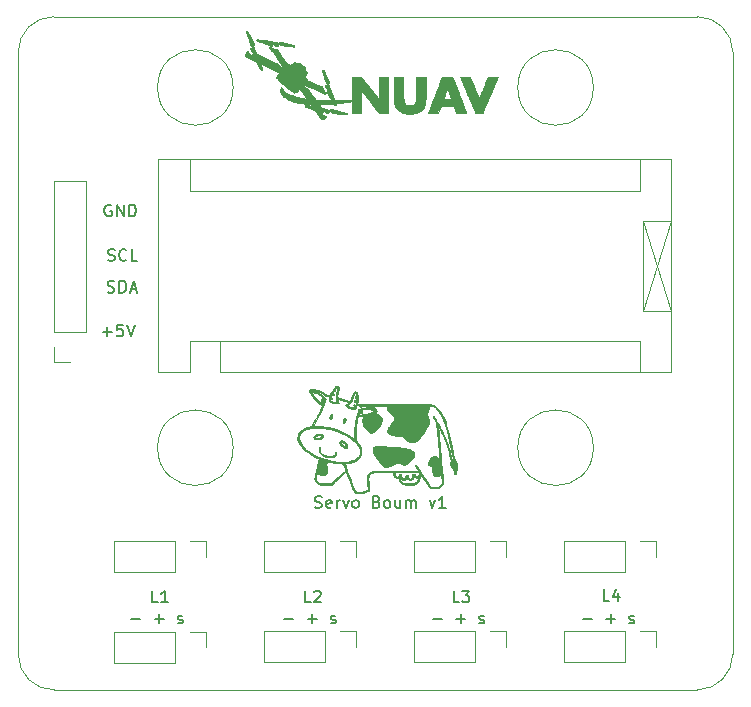
<source format=gbr>
G04 #@! TF.GenerationSoftware,KiCad,Pcbnew,5.1.5+dfsg1-2build2*
G04 #@! TF.CreationDate,2021-01-17T21:09:55-05:00*
G04 #@! TF.ProjectId,Multidrop-Servo-Routing,4d756c74-6964-4726-9f70-2d536572766f,rev?*
G04 #@! TF.SameCoordinates,Original*
G04 #@! TF.FileFunction,Legend,Top*
G04 #@! TF.FilePolarity,Positive*
%FSLAX46Y46*%
G04 Gerber Fmt 4.6, Leading zero omitted, Abs format (unit mm)*
G04 Created by KiCad (PCBNEW 5.1.5+dfsg1-2build2) date 2021-01-17 21:09:55*
%MOMM*%
%LPD*%
G04 APERTURE LIST*
%ADD10C,0.150000*%
%ADD11C,0.120000*%
G04 #@! TA.AperFunction,Profile*
%ADD12C,0.050000*%
G04 #@! TD*
%ADD13C,0.010000*%
G04 APERTURE END LIST*
D10*
X85050333Y-112974380D02*
X84574142Y-112974380D01*
X84574142Y-111974380D01*
X85812238Y-112307714D02*
X85812238Y-112974380D01*
X85574142Y-111926761D02*
X85336047Y-112641047D01*
X85955095Y-112641047D01*
X72350333Y-113101380D02*
X71874142Y-113101380D01*
X71874142Y-112101380D01*
X72588428Y-112101380D02*
X73207476Y-112101380D01*
X72874142Y-112482333D01*
X73017000Y-112482333D01*
X73112238Y-112529952D01*
X73159857Y-112577571D01*
X73207476Y-112672809D01*
X73207476Y-112910904D01*
X73159857Y-113006142D01*
X73112238Y-113053761D01*
X73017000Y-113101380D01*
X72731285Y-113101380D01*
X72636047Y-113053761D01*
X72588428Y-113006142D01*
X59777333Y-113101380D02*
X59301142Y-113101380D01*
X59301142Y-112101380D01*
X60063047Y-112196619D02*
X60110666Y-112149000D01*
X60205904Y-112101380D01*
X60444000Y-112101380D01*
X60539238Y-112149000D01*
X60586857Y-112196619D01*
X60634476Y-112291857D01*
X60634476Y-112387095D01*
X60586857Y-112529952D01*
X60015428Y-113101380D01*
X60634476Y-113101380D01*
X46823333Y-113101380D02*
X46347142Y-113101380D01*
X46347142Y-112101380D01*
X47680476Y-113101380D02*
X47109047Y-113101380D01*
X47394761Y-113101380D02*
X47394761Y-112101380D01*
X47299523Y-112244238D01*
X47204285Y-112339476D01*
X47109047Y-112387095D01*
X82796333Y-114498428D02*
X83558238Y-114498428D01*
X84796333Y-114498428D02*
X85558238Y-114498428D01*
X85177285Y-114879380D02*
X85177285Y-114117476D01*
X86748714Y-114831761D02*
X86843952Y-114879380D01*
X87034428Y-114879380D01*
X87129666Y-114831761D01*
X87177285Y-114736523D01*
X87177285Y-114688904D01*
X87129666Y-114593666D01*
X87034428Y-114546047D01*
X86891571Y-114546047D01*
X86796333Y-114498428D01*
X86748714Y-114403190D01*
X86748714Y-114355571D01*
X86796333Y-114260333D01*
X86891571Y-114212714D01*
X87034428Y-114212714D01*
X87129666Y-114260333D01*
X70096333Y-114498428D02*
X70858238Y-114498428D01*
X72096333Y-114498428D02*
X72858238Y-114498428D01*
X72477285Y-114879380D02*
X72477285Y-114117476D01*
X74048714Y-114831761D02*
X74143952Y-114879380D01*
X74334428Y-114879380D01*
X74429666Y-114831761D01*
X74477285Y-114736523D01*
X74477285Y-114688904D01*
X74429666Y-114593666D01*
X74334428Y-114546047D01*
X74191571Y-114546047D01*
X74096333Y-114498428D01*
X74048714Y-114403190D01*
X74048714Y-114355571D01*
X74096333Y-114260333D01*
X74191571Y-114212714D01*
X74334428Y-114212714D01*
X74429666Y-114260333D01*
X57523333Y-114498428D02*
X58285238Y-114498428D01*
X59523333Y-114498428D02*
X60285238Y-114498428D01*
X59904285Y-114879380D02*
X59904285Y-114117476D01*
X61475714Y-114831761D02*
X61570952Y-114879380D01*
X61761428Y-114879380D01*
X61856666Y-114831761D01*
X61904285Y-114736523D01*
X61904285Y-114688904D01*
X61856666Y-114593666D01*
X61761428Y-114546047D01*
X61618571Y-114546047D01*
X61523333Y-114498428D01*
X61475714Y-114403190D01*
X61475714Y-114355571D01*
X61523333Y-114260333D01*
X61618571Y-114212714D01*
X61761428Y-114212714D01*
X61856666Y-114260333D01*
X44569333Y-114498428D02*
X45331238Y-114498428D01*
X46569333Y-114498428D02*
X47331238Y-114498428D01*
X46950285Y-114879380D02*
X46950285Y-114117476D01*
X48521714Y-114831761D02*
X48616952Y-114879380D01*
X48807428Y-114879380D01*
X48902666Y-114831761D01*
X48950285Y-114736523D01*
X48950285Y-114688904D01*
X48902666Y-114593666D01*
X48807428Y-114546047D01*
X48664571Y-114546047D01*
X48569333Y-114498428D01*
X48521714Y-114403190D01*
X48521714Y-114355571D01*
X48569333Y-114260333D01*
X48664571Y-114212714D01*
X48807428Y-114212714D01*
X48902666Y-114260333D01*
D11*
X87884000Y-88392000D02*
X90297000Y-80772000D01*
X87884000Y-80772000D02*
X90297000Y-88392000D01*
X87884000Y-80772000D02*
X90297000Y-80772000D01*
X90170000Y-88392000D02*
X90297000Y-88392000D01*
X87884000Y-88392000D02*
X90170000Y-88392000D01*
X87884000Y-80772000D02*
X87884000Y-88392000D01*
D10*
X60111380Y-105052761D02*
X60254238Y-105100380D01*
X60492333Y-105100380D01*
X60587571Y-105052761D01*
X60635190Y-105005142D01*
X60682809Y-104909904D01*
X60682809Y-104814666D01*
X60635190Y-104719428D01*
X60587571Y-104671809D01*
X60492333Y-104624190D01*
X60301857Y-104576571D01*
X60206619Y-104528952D01*
X60159000Y-104481333D01*
X60111380Y-104386095D01*
X60111380Y-104290857D01*
X60159000Y-104195619D01*
X60206619Y-104148000D01*
X60301857Y-104100380D01*
X60539952Y-104100380D01*
X60682809Y-104148000D01*
X61492333Y-105052761D02*
X61397095Y-105100380D01*
X61206619Y-105100380D01*
X61111380Y-105052761D01*
X61063761Y-104957523D01*
X61063761Y-104576571D01*
X61111380Y-104481333D01*
X61206619Y-104433714D01*
X61397095Y-104433714D01*
X61492333Y-104481333D01*
X61539952Y-104576571D01*
X61539952Y-104671809D01*
X61063761Y-104767047D01*
X61968523Y-105100380D02*
X61968523Y-104433714D01*
X61968523Y-104624190D02*
X62016142Y-104528952D01*
X62063761Y-104481333D01*
X62159000Y-104433714D01*
X62254238Y-104433714D01*
X62492333Y-104433714D02*
X62730428Y-105100380D01*
X62968523Y-104433714D01*
X63492333Y-105100380D02*
X63397095Y-105052761D01*
X63349476Y-105005142D01*
X63301857Y-104909904D01*
X63301857Y-104624190D01*
X63349476Y-104528952D01*
X63397095Y-104481333D01*
X63492333Y-104433714D01*
X63635190Y-104433714D01*
X63730428Y-104481333D01*
X63778047Y-104528952D01*
X63825666Y-104624190D01*
X63825666Y-104909904D01*
X63778047Y-105005142D01*
X63730428Y-105052761D01*
X63635190Y-105100380D01*
X63492333Y-105100380D01*
X65349476Y-104576571D02*
X65492333Y-104624190D01*
X65539952Y-104671809D01*
X65587571Y-104767047D01*
X65587571Y-104909904D01*
X65539952Y-105005142D01*
X65492333Y-105052761D01*
X65397095Y-105100380D01*
X65016142Y-105100380D01*
X65016142Y-104100380D01*
X65349476Y-104100380D01*
X65444714Y-104148000D01*
X65492333Y-104195619D01*
X65539952Y-104290857D01*
X65539952Y-104386095D01*
X65492333Y-104481333D01*
X65444714Y-104528952D01*
X65349476Y-104576571D01*
X65016142Y-104576571D01*
X66159000Y-105100380D02*
X66063761Y-105052761D01*
X66016142Y-105005142D01*
X65968523Y-104909904D01*
X65968523Y-104624190D01*
X66016142Y-104528952D01*
X66063761Y-104481333D01*
X66159000Y-104433714D01*
X66301857Y-104433714D01*
X66397095Y-104481333D01*
X66444714Y-104528952D01*
X66492333Y-104624190D01*
X66492333Y-104909904D01*
X66444714Y-105005142D01*
X66397095Y-105052761D01*
X66301857Y-105100380D01*
X66159000Y-105100380D01*
X67349476Y-104433714D02*
X67349476Y-105100380D01*
X66920904Y-104433714D02*
X66920904Y-104957523D01*
X66968523Y-105052761D01*
X67063761Y-105100380D01*
X67206619Y-105100380D01*
X67301857Y-105052761D01*
X67349476Y-105005142D01*
X67825666Y-105100380D02*
X67825666Y-104433714D01*
X67825666Y-104528952D02*
X67873285Y-104481333D01*
X67968523Y-104433714D01*
X68111380Y-104433714D01*
X68206619Y-104481333D01*
X68254238Y-104576571D01*
X68254238Y-105100380D01*
X68254238Y-104576571D02*
X68301857Y-104481333D01*
X68397095Y-104433714D01*
X68539952Y-104433714D01*
X68635190Y-104481333D01*
X68682809Y-104576571D01*
X68682809Y-105100380D01*
X69825666Y-104433714D02*
X70063761Y-105100380D01*
X70301857Y-104433714D01*
X71206619Y-105100380D02*
X70635190Y-105100380D01*
X70920904Y-105100380D02*
X70920904Y-104100380D01*
X70825666Y-104243238D01*
X70730428Y-104338476D01*
X70635190Y-104386095D01*
X42575314Y-86815561D02*
X42718171Y-86863180D01*
X42956266Y-86863180D01*
X43051504Y-86815561D01*
X43099123Y-86767942D01*
X43146742Y-86672704D01*
X43146742Y-86577466D01*
X43099123Y-86482228D01*
X43051504Y-86434609D01*
X42956266Y-86386990D01*
X42765790Y-86339371D01*
X42670552Y-86291752D01*
X42622933Y-86244133D01*
X42575314Y-86148895D01*
X42575314Y-86053657D01*
X42622933Y-85958419D01*
X42670552Y-85910800D01*
X42765790Y-85863180D01*
X43003885Y-85863180D01*
X43146742Y-85910800D01*
X43575314Y-86863180D02*
X43575314Y-85863180D01*
X43813409Y-85863180D01*
X43956266Y-85910800D01*
X44051504Y-86006038D01*
X44099123Y-86101276D01*
X44146742Y-86291752D01*
X44146742Y-86434609D01*
X44099123Y-86625085D01*
X44051504Y-86720323D01*
X43956266Y-86815561D01*
X43813409Y-86863180D01*
X43575314Y-86863180D01*
X44527695Y-86577466D02*
X45003885Y-86577466D01*
X44432457Y-86863180D02*
X44765790Y-85863180D01*
X45099123Y-86863180D01*
X42599123Y-84123161D02*
X42741980Y-84170780D01*
X42980076Y-84170780D01*
X43075314Y-84123161D01*
X43122933Y-84075542D01*
X43170552Y-83980304D01*
X43170552Y-83885066D01*
X43122933Y-83789828D01*
X43075314Y-83742209D01*
X42980076Y-83694590D01*
X42789600Y-83646971D01*
X42694361Y-83599352D01*
X42646742Y-83551733D01*
X42599123Y-83456495D01*
X42599123Y-83361257D01*
X42646742Y-83266019D01*
X42694361Y-83218400D01*
X42789600Y-83170780D01*
X43027695Y-83170780D01*
X43170552Y-83218400D01*
X44170552Y-84075542D02*
X44122933Y-84123161D01*
X43980076Y-84170780D01*
X43884838Y-84170780D01*
X43741980Y-84123161D01*
X43646742Y-84027923D01*
X43599123Y-83932685D01*
X43551504Y-83742209D01*
X43551504Y-83599352D01*
X43599123Y-83408876D01*
X43646742Y-83313638D01*
X43741980Y-83218400D01*
X43884838Y-83170780D01*
X43980076Y-83170780D01*
X44122933Y-83218400D01*
X44170552Y-83266019D01*
X45075314Y-84170780D02*
X44599123Y-84170780D01*
X44599123Y-83170780D01*
X42148285Y-90190628D02*
X42910190Y-90190628D01*
X42529238Y-90571580D02*
X42529238Y-89809676D01*
X43862571Y-89571580D02*
X43386380Y-89571580D01*
X43338761Y-90047771D01*
X43386380Y-90000152D01*
X43481619Y-89952533D01*
X43719714Y-89952533D01*
X43814952Y-90000152D01*
X43862571Y-90047771D01*
X43910190Y-90143009D01*
X43910190Y-90381104D01*
X43862571Y-90476342D01*
X43814952Y-90523961D01*
X43719714Y-90571580D01*
X43481619Y-90571580D01*
X43386380Y-90523961D01*
X43338761Y-90476342D01*
X44195904Y-89571580D02*
X44529238Y-90571580D01*
X44862571Y-89571580D01*
X42875295Y-79459200D02*
X42780057Y-79411580D01*
X42637200Y-79411580D01*
X42494342Y-79459200D01*
X42399104Y-79554438D01*
X42351485Y-79649676D01*
X42303866Y-79840152D01*
X42303866Y-79983009D01*
X42351485Y-80173485D01*
X42399104Y-80268723D01*
X42494342Y-80363961D01*
X42637200Y-80411580D01*
X42732438Y-80411580D01*
X42875295Y-80363961D01*
X42922914Y-80316342D01*
X42922914Y-79983009D01*
X42732438Y-79983009D01*
X43351485Y-80411580D02*
X43351485Y-79411580D01*
X43922914Y-80411580D01*
X43922914Y-79411580D01*
X44399104Y-80411580D02*
X44399104Y-79411580D01*
X44637200Y-79411580D01*
X44780057Y-79459200D01*
X44875295Y-79554438D01*
X44922914Y-79649676D01*
X44970533Y-79840152D01*
X44970533Y-79983009D01*
X44922914Y-80173485D01*
X44875295Y-80268723D01*
X44780057Y-80363961D01*
X44637200Y-80411580D01*
X44399104Y-80411580D01*
D12*
X92500000Y-63500000D02*
G75*
G02X95500000Y-66500000I0J-3000000D01*
G01*
X35000000Y-66500000D02*
G75*
G02X38000000Y-63500000I3000000J0D01*
G01*
X95500000Y-117500000D02*
G75*
G02X92500000Y-120500000I-3000000J0D01*
G01*
X38068062Y-120499228D02*
G75*
G02X35000000Y-117500000I-68062J2999228D01*
G01*
X35000000Y-117500000D02*
X35000000Y-66500000D01*
X92500000Y-120500000D02*
X38068062Y-120499228D01*
X95500000Y-66500000D02*
X95500000Y-117500000D01*
X38000000Y-63500000D02*
X92500000Y-63500000D01*
X53200000Y-69500000D02*
G75*
G03X53200000Y-69500000I-3200000J0D01*
G01*
X83700000Y-69500000D02*
G75*
G03X83700000Y-69500000I-3200000J0D01*
G01*
X83700000Y-100000000D02*
G75*
G03X83700000Y-100000000I-3200000J0D01*
G01*
X53200000Y-100000000D02*
G75*
G03X53200000Y-100000000I-3200000J0D01*
G01*
D13*
G04 #@! TO.C,G\002A\002A\002A*
G36*
X61561034Y-97185881D02*
G01*
X61595380Y-97224244D01*
X61609877Y-97281806D01*
X61602798Y-97353351D01*
X61585726Y-97405080D01*
X61546706Y-97476599D01*
X61501811Y-97523434D01*
X61455110Y-97543327D01*
X61410672Y-97534019D01*
X61387961Y-97514833D01*
X61355901Y-97461401D01*
X61348546Y-97397626D01*
X61359198Y-97334793D01*
X61389700Y-97256157D01*
X61433785Y-97201181D01*
X61487600Y-97174066D01*
X61508565Y-97171934D01*
X61561034Y-97185881D01*
G37*
X61561034Y-97185881D02*
X61595380Y-97224244D01*
X61609877Y-97281806D01*
X61602798Y-97353351D01*
X61585726Y-97405080D01*
X61546706Y-97476599D01*
X61501811Y-97523434D01*
X61455110Y-97543327D01*
X61410672Y-97534019D01*
X61387961Y-97514833D01*
X61355901Y-97461401D01*
X61348546Y-97397626D01*
X61359198Y-97334793D01*
X61389700Y-97256157D01*
X61433785Y-97201181D01*
X61487600Y-97174066D01*
X61508565Y-97171934D01*
X61561034Y-97185881D01*
G36*
X62678729Y-97528019D02*
G01*
X62703699Y-97560559D01*
X62722413Y-97602074D01*
X62727987Y-97637643D01*
X62721184Y-97681959D01*
X62711855Y-97717508D01*
X62680321Y-97793433D01*
X62636498Y-97847397D01*
X62585083Y-97876033D01*
X62530774Y-97875971D01*
X62505848Y-97865225D01*
X62479066Y-97831861D01*
X62465271Y-97776627D01*
X62466078Y-97709552D01*
X62474137Y-97668189D01*
X62502731Y-97598858D01*
X62543071Y-97547558D01*
X62589572Y-97516907D01*
X62636652Y-97509521D01*
X62678729Y-97528019D01*
G37*
X62678729Y-97528019D02*
X62703699Y-97560559D01*
X62722413Y-97602074D01*
X62727987Y-97637643D01*
X62721184Y-97681959D01*
X62711855Y-97717508D01*
X62680321Y-97793433D01*
X62636498Y-97847397D01*
X62585083Y-97876033D01*
X62530774Y-97875971D01*
X62505848Y-97865225D01*
X62479066Y-97831861D01*
X62465271Y-97776627D01*
X62466078Y-97709552D01*
X62474137Y-97668189D01*
X62502731Y-97598858D01*
X62543071Y-97547558D01*
X62589572Y-97516907D01*
X62636652Y-97509521D01*
X62678729Y-97528019D01*
G36*
X60597470Y-98829721D02*
G01*
X60668907Y-98843572D01*
X60697534Y-98854806D01*
X60767353Y-98903397D01*
X60805922Y-98960813D01*
X60815691Y-99016336D01*
X60810451Y-99056242D01*
X60790180Y-99093508D01*
X60748920Y-99138553D01*
X60741984Y-99145257D01*
X60685063Y-99190863D01*
X60620453Y-99229917D01*
X60585350Y-99245397D01*
X60508992Y-99265071D01*
X60417505Y-99277795D01*
X60322033Y-99283080D01*
X60233720Y-99280436D01*
X60163710Y-99269374D01*
X60148610Y-99264591D01*
X60069890Y-99223043D01*
X60021019Y-99170906D01*
X60001106Y-99111808D01*
X60003627Y-99092508D01*
X60138734Y-99092508D01*
X60154192Y-99118209D01*
X60195845Y-99137110D01*
X60256613Y-99148710D01*
X60329416Y-99152508D01*
X60407173Y-99148004D01*
X60482805Y-99134698D01*
X60529919Y-99120172D01*
X60597989Y-99089511D01*
X60649253Y-99056992D01*
X60677281Y-99027084D01*
X60680601Y-99015477D01*
X60665275Y-98994433D01*
X60625576Y-98974376D01*
X60570915Y-98958605D01*
X60510705Y-98950418D01*
X60493548Y-98949934D01*
X60412302Y-98956251D01*
X60330712Y-98973357D01*
X60255672Y-98998481D01*
X60194075Y-99028853D01*
X60152815Y-99061703D01*
X60138734Y-99092508D01*
X60003627Y-99092508D01*
X60009263Y-99049377D01*
X60044600Y-98987240D01*
X60106226Y-98929025D01*
X60193253Y-98878360D01*
X60248800Y-98856009D01*
X60324618Y-98837239D01*
X60414931Y-98826583D01*
X60509346Y-98824068D01*
X60597470Y-98829721D01*
G37*
X60597470Y-98829721D02*
X60668907Y-98843572D01*
X60697534Y-98854806D01*
X60767353Y-98903397D01*
X60805922Y-98960813D01*
X60815691Y-99016336D01*
X60810451Y-99056242D01*
X60790180Y-99093508D01*
X60748920Y-99138553D01*
X60741984Y-99145257D01*
X60685063Y-99190863D01*
X60620453Y-99229917D01*
X60585350Y-99245397D01*
X60508992Y-99265071D01*
X60417505Y-99277795D01*
X60322033Y-99283080D01*
X60233720Y-99280436D01*
X60163710Y-99269374D01*
X60148610Y-99264591D01*
X60069890Y-99223043D01*
X60021019Y-99170906D01*
X60001106Y-99111808D01*
X60003627Y-99092508D01*
X60138734Y-99092508D01*
X60154192Y-99118209D01*
X60195845Y-99137110D01*
X60256613Y-99148710D01*
X60329416Y-99152508D01*
X60407173Y-99148004D01*
X60482805Y-99134698D01*
X60529919Y-99120172D01*
X60597989Y-99089511D01*
X60649253Y-99056992D01*
X60677281Y-99027084D01*
X60680601Y-99015477D01*
X60665275Y-98994433D01*
X60625576Y-98974376D01*
X60570915Y-98958605D01*
X60510705Y-98950418D01*
X60493548Y-98949934D01*
X60412302Y-98956251D01*
X60330712Y-98973357D01*
X60255672Y-98998481D01*
X60194075Y-99028853D01*
X60152815Y-99061703D01*
X60138734Y-99092508D01*
X60003627Y-99092508D01*
X60009263Y-99049377D01*
X60044600Y-98987240D01*
X60106226Y-98929025D01*
X60193253Y-98878360D01*
X60248800Y-98856009D01*
X60324618Y-98837239D01*
X60414931Y-98826583D01*
X60509346Y-98824068D01*
X60597470Y-98829721D01*
G36*
X62411396Y-99382601D02*
G01*
X62504954Y-99414888D01*
X62601992Y-99471927D01*
X62690749Y-99546208D01*
X62766244Y-99631477D01*
X62823493Y-99721479D01*
X62857515Y-99809957D01*
X62864842Y-99866691D01*
X62856029Y-99941608D01*
X62826850Y-99991096D01*
X62773734Y-100019137D01*
X62719991Y-100028171D01*
X62654273Y-100027899D01*
X62592186Y-100012133D01*
X62546428Y-99992404D01*
X62475060Y-99948999D01*
X62398131Y-99887042D01*
X62324446Y-99815140D01*
X62262809Y-99741899D01*
X62222026Y-99675927D01*
X62221505Y-99674787D01*
X62191198Y-99580534D01*
X62190557Y-99547752D01*
X62323134Y-99547752D01*
X62333636Y-99588233D01*
X62360948Y-99643100D01*
X62398774Y-99701973D01*
X62440822Y-99754474D01*
X62460448Y-99774175D01*
X62517465Y-99818788D01*
X62579631Y-99855944D01*
X62639800Y-99882739D01*
X62690827Y-99896273D01*
X62725565Y-99893641D01*
X62734515Y-99885500D01*
X62736800Y-99849052D01*
X62716986Y-99798040D01*
X62679807Y-99738562D01*
X62629998Y-99676716D01*
X62572292Y-99618600D01*
X62511424Y-99570312D01*
X62471367Y-99546561D01*
X62399711Y-99516431D01*
X62351855Y-99509727D01*
X62327136Y-99526453D01*
X62323134Y-99547752D01*
X62190557Y-99547752D01*
X62189639Y-99500867D01*
X62213854Y-99438512D01*
X62260868Y-99396198D01*
X62327707Y-99376652D01*
X62411396Y-99382601D01*
G37*
X62411396Y-99382601D02*
X62504954Y-99414888D01*
X62601992Y-99471927D01*
X62690749Y-99546208D01*
X62766244Y-99631477D01*
X62823493Y-99721479D01*
X62857515Y-99809957D01*
X62864842Y-99866691D01*
X62856029Y-99941608D01*
X62826850Y-99991096D01*
X62773734Y-100019137D01*
X62719991Y-100028171D01*
X62654273Y-100027899D01*
X62592186Y-100012133D01*
X62546428Y-99992404D01*
X62475060Y-99948999D01*
X62398131Y-99887042D01*
X62324446Y-99815140D01*
X62262809Y-99741899D01*
X62222026Y-99675927D01*
X62221505Y-99674787D01*
X62191198Y-99580534D01*
X62190557Y-99547752D01*
X62323134Y-99547752D01*
X62333636Y-99588233D01*
X62360948Y-99643100D01*
X62398774Y-99701973D01*
X62440822Y-99754474D01*
X62460448Y-99774175D01*
X62517465Y-99818788D01*
X62579631Y-99855944D01*
X62639800Y-99882739D01*
X62690827Y-99896273D01*
X62725565Y-99893641D01*
X62734515Y-99885500D01*
X62736800Y-99849052D01*
X62716986Y-99798040D01*
X62679807Y-99738562D01*
X62629998Y-99676716D01*
X62572292Y-99618600D01*
X62511424Y-99570312D01*
X62471367Y-99546561D01*
X62399711Y-99516431D01*
X62351855Y-99509727D01*
X62327136Y-99526453D01*
X62323134Y-99547752D01*
X62190557Y-99547752D01*
X62189639Y-99500867D01*
X62213854Y-99438512D01*
X62260868Y-99396198D01*
X62327707Y-99376652D01*
X62411396Y-99382601D01*
G36*
X60536801Y-99974885D02*
G01*
X60546869Y-99989920D01*
X60550385Y-100022141D01*
X60549278Y-100079236D01*
X60548805Y-100091104D01*
X60557056Y-100222620D01*
X60593656Y-100337902D01*
X60659142Y-100437520D01*
X60754046Y-100522042D01*
X60878905Y-100592037D01*
X61034252Y-100648075D01*
X61085094Y-100661799D01*
X61206421Y-100684071D01*
X61335398Y-100693383D01*
X61462300Y-100690019D01*
X61577400Y-100674261D01*
X61670973Y-100646390D01*
X61674901Y-100644688D01*
X61737159Y-100614624D01*
X61776058Y-100585720D01*
X61800283Y-100548175D01*
X61818521Y-100492191D01*
X61822011Y-100478722D01*
X61839175Y-100426169D01*
X61859447Y-100399694D01*
X61879501Y-100392344D01*
X61916959Y-100400599D01*
X61939570Y-100434324D01*
X61945214Y-100487605D01*
X61934501Y-100545850D01*
X61892385Y-100629737D01*
X61822044Y-100701337D01*
X61728116Y-100756543D01*
X61673969Y-100776647D01*
X61556948Y-100803174D01*
X61423148Y-100818067D01*
X61287990Y-100820190D01*
X61191204Y-100812203D01*
X61017727Y-100776747D01*
X60862207Y-100721928D01*
X60726929Y-100649791D01*
X60614176Y-100562382D01*
X60526233Y-100461749D01*
X60465383Y-100349936D01*
X60433911Y-100228991D01*
X60431110Y-100131281D01*
X60441428Y-100048793D01*
X60459843Y-99996574D01*
X60487951Y-99971656D01*
X60518252Y-99969350D01*
X60536801Y-99974885D01*
G37*
X60536801Y-99974885D02*
X60546869Y-99989920D01*
X60550385Y-100022141D01*
X60549278Y-100079236D01*
X60548805Y-100091104D01*
X60557056Y-100222620D01*
X60593656Y-100337902D01*
X60659142Y-100437520D01*
X60754046Y-100522042D01*
X60878905Y-100592037D01*
X61034252Y-100648075D01*
X61085094Y-100661799D01*
X61206421Y-100684071D01*
X61335398Y-100693383D01*
X61462300Y-100690019D01*
X61577400Y-100674261D01*
X61670973Y-100646390D01*
X61674901Y-100644688D01*
X61737159Y-100614624D01*
X61776058Y-100585720D01*
X61800283Y-100548175D01*
X61818521Y-100492191D01*
X61822011Y-100478722D01*
X61839175Y-100426169D01*
X61859447Y-100399694D01*
X61879501Y-100392344D01*
X61916959Y-100400599D01*
X61939570Y-100434324D01*
X61945214Y-100487605D01*
X61934501Y-100545850D01*
X61892385Y-100629737D01*
X61822044Y-100701337D01*
X61728116Y-100756543D01*
X61673969Y-100776647D01*
X61556948Y-100803174D01*
X61423148Y-100818067D01*
X61287990Y-100820190D01*
X61191204Y-100812203D01*
X61017727Y-100776747D01*
X60862207Y-100721928D01*
X60726929Y-100649791D01*
X60614176Y-100562382D01*
X60526233Y-100461749D01*
X60465383Y-100349936D01*
X60433911Y-100228991D01*
X60431110Y-100131281D01*
X60441428Y-100048793D01*
X60459843Y-99996574D01*
X60487951Y-99971656D01*
X60518252Y-99969350D01*
X60536801Y-99974885D01*
G36*
X65446912Y-99832698D02*
G01*
X65556895Y-99843996D01*
X65625134Y-99857249D01*
X65689110Y-99867993D01*
X65786136Y-99877830D01*
X65915402Y-99886700D01*
X66076104Y-99894543D01*
X66189417Y-99898805D01*
X66563308Y-99914788D01*
X66903944Y-99936136D01*
X67211513Y-99962884D01*
X67486204Y-99995065D01*
X67728207Y-100032713D01*
X67937711Y-100075863D01*
X68114904Y-100124547D01*
X68259975Y-100178800D01*
X68373114Y-100238656D01*
X68454509Y-100304148D01*
X68455558Y-100305246D01*
X68516821Y-100391775D01*
X68545982Y-100488513D01*
X68543106Y-100595070D01*
X68508258Y-100711057D01*
X68441501Y-100836083D01*
X68346388Y-100965546D01*
X68275749Y-101043429D01*
X68190067Y-101125777D01*
X68095223Y-101208031D01*
X67997104Y-101285638D01*
X67901591Y-101354039D01*
X67814569Y-101408679D01*
X67741922Y-101445002D01*
X67715373Y-101454190D01*
X67639599Y-101461817D01*
X67557195Y-101443211D01*
X67464525Y-101397161D01*
X67388105Y-101345374D01*
X67332495Y-101305291D01*
X67285437Y-101276512D01*
X67241789Y-101259580D01*
X67196410Y-101255038D01*
X67144158Y-101263430D01*
X67079892Y-101285300D01*
X66998469Y-101321191D01*
X66894748Y-101371646D01*
X66828985Y-101404473D01*
X66674772Y-101479768D01*
X66545036Y-101538439D01*
X66435511Y-101581772D01*
X66341931Y-101611052D01*
X66260030Y-101627567D01*
X66185542Y-101632601D01*
X66114200Y-101627440D01*
X66097624Y-101624920D01*
X66035857Y-101611267D01*
X65982259Y-101589813D01*
X65929396Y-101555828D01*
X65869831Y-101504584D01*
X65800785Y-101436142D01*
X65665830Y-101289730D01*
X65538516Y-101136612D01*
X65420729Y-100980102D01*
X65314352Y-100823516D01*
X65221271Y-100670169D01*
X65143372Y-100523375D01*
X65082538Y-100386449D01*
X65040656Y-100262706D01*
X65019610Y-100155462D01*
X65021285Y-100068031D01*
X65021658Y-100066003D01*
X65053846Y-99975386D01*
X65110490Y-99904058D01*
X65172517Y-99863721D01*
X65244891Y-99842701D01*
X65339633Y-99832313D01*
X65446912Y-99832698D01*
G37*
X65446912Y-99832698D02*
X65556895Y-99843996D01*
X65625134Y-99857249D01*
X65689110Y-99867993D01*
X65786136Y-99877830D01*
X65915402Y-99886700D01*
X66076104Y-99894543D01*
X66189417Y-99898805D01*
X66563308Y-99914788D01*
X66903944Y-99936136D01*
X67211513Y-99962884D01*
X67486204Y-99995065D01*
X67728207Y-100032713D01*
X67937711Y-100075863D01*
X68114904Y-100124547D01*
X68259975Y-100178800D01*
X68373114Y-100238656D01*
X68454509Y-100304148D01*
X68455558Y-100305246D01*
X68516821Y-100391775D01*
X68545982Y-100488513D01*
X68543106Y-100595070D01*
X68508258Y-100711057D01*
X68441501Y-100836083D01*
X68346388Y-100965546D01*
X68275749Y-101043429D01*
X68190067Y-101125777D01*
X68095223Y-101208031D01*
X67997104Y-101285638D01*
X67901591Y-101354039D01*
X67814569Y-101408679D01*
X67741922Y-101445002D01*
X67715373Y-101454190D01*
X67639599Y-101461817D01*
X67557195Y-101443211D01*
X67464525Y-101397161D01*
X67388105Y-101345374D01*
X67332495Y-101305291D01*
X67285437Y-101276512D01*
X67241789Y-101259580D01*
X67196410Y-101255038D01*
X67144158Y-101263430D01*
X67079892Y-101285300D01*
X66998469Y-101321191D01*
X66894748Y-101371646D01*
X66828985Y-101404473D01*
X66674772Y-101479768D01*
X66545036Y-101538439D01*
X66435511Y-101581772D01*
X66341931Y-101611052D01*
X66260030Y-101627567D01*
X66185542Y-101632601D01*
X66114200Y-101627440D01*
X66097624Y-101624920D01*
X66035857Y-101611267D01*
X65982259Y-101589813D01*
X65929396Y-101555828D01*
X65869831Y-101504584D01*
X65800785Y-101436142D01*
X65665830Y-101289730D01*
X65538516Y-101136612D01*
X65420729Y-100980102D01*
X65314352Y-100823516D01*
X65221271Y-100670169D01*
X65143372Y-100523375D01*
X65082538Y-100386449D01*
X65040656Y-100262706D01*
X65019610Y-100155462D01*
X65021285Y-100068031D01*
X65021658Y-100066003D01*
X65053846Y-99975386D01*
X65110490Y-99904058D01*
X65172517Y-99863721D01*
X65244891Y-99842701D01*
X65339633Y-99832313D01*
X65446912Y-99832698D01*
G36*
X62072240Y-94772489D02*
G01*
X62119727Y-94813317D01*
X62145412Y-94868694D01*
X62152979Y-94947606D01*
X62142391Y-95051689D01*
X62113612Y-95182577D01*
X62111224Y-95191628D01*
X62073732Y-95337528D01*
X62046544Y-95455487D01*
X62028860Y-95549557D01*
X62019881Y-95623792D01*
X62018334Y-95662743D01*
X62018334Y-95743071D01*
X62536272Y-95901554D01*
X62683030Y-95946199D01*
X62800671Y-95981296D01*
X62892332Y-96007636D01*
X62961146Y-96026009D01*
X63010248Y-96037202D01*
X63042774Y-96042006D01*
X63061859Y-96041209D01*
X63070370Y-96036019D01*
X63110075Y-95967293D01*
X63155246Y-95872554D01*
X63202878Y-95758578D01*
X63249966Y-95632141D01*
X63251748Y-95627057D01*
X63281904Y-95543297D01*
X63311713Y-95464798D01*
X63337609Y-95400707D01*
X63355103Y-95361958D01*
X63407372Y-95286027D01*
X63467979Y-95240573D01*
X63532196Y-95225509D01*
X63595295Y-95240751D01*
X63652550Y-95286213D01*
X63699233Y-95361812D01*
X63701966Y-95368191D01*
X63726506Y-95451437D01*
X63743222Y-95559681D01*
X63752115Y-95684974D01*
X63753189Y-95819365D01*
X63746444Y-95954902D01*
X63731882Y-96083636D01*
X63709506Y-96197614D01*
X63701768Y-96226051D01*
X63699138Y-96234939D01*
X63697627Y-96243083D01*
X63698649Y-96250519D01*
X63703620Y-96257284D01*
X63713953Y-96263414D01*
X63731065Y-96268947D01*
X63756368Y-96273918D01*
X63791280Y-96278366D01*
X63837213Y-96282326D01*
X63895583Y-96285836D01*
X63967805Y-96288932D01*
X64055294Y-96291651D01*
X64159464Y-96294030D01*
X64281729Y-96296105D01*
X64423506Y-96297914D01*
X64586208Y-96299493D01*
X64771250Y-96300879D01*
X64980047Y-96302110D01*
X65214015Y-96303220D01*
X65474567Y-96304248D01*
X65763118Y-96305230D01*
X66081084Y-96306204D01*
X66429878Y-96307205D01*
X66810916Y-96308270D01*
X66869734Y-96308435D01*
X67248452Y-96309505D01*
X67594798Y-96310517D01*
X67910267Y-96311491D01*
X68196356Y-96312444D01*
X68454558Y-96313396D01*
X68686368Y-96314365D01*
X68893283Y-96315371D01*
X69076796Y-96316431D01*
X69238402Y-96317566D01*
X69379598Y-96318793D01*
X69501878Y-96320132D01*
X69606736Y-96321601D01*
X69695669Y-96323219D01*
X69770171Y-96325005D01*
X69831737Y-96326978D01*
X69881862Y-96329156D01*
X69922041Y-96331559D01*
X69953769Y-96334204D01*
X69978542Y-96337112D01*
X69997854Y-96340301D01*
X70013200Y-96343789D01*
X70026076Y-96347596D01*
X70027801Y-96348166D01*
X70193818Y-96418320D01*
X70349131Y-96514720D01*
X70495097Y-96638755D01*
X70633071Y-96791812D01*
X70764410Y-96975280D01*
X70890471Y-97190547D01*
X70935322Y-97277089D01*
X71021550Y-97458246D01*
X71104135Y-97651993D01*
X71183803Y-97860770D01*
X71261285Y-98087016D01*
X71337307Y-98333169D01*
X71412598Y-98601668D01*
X71487887Y-98894952D01*
X71563901Y-99215460D01*
X71641369Y-99565631D01*
X71695263Y-99822000D01*
X71743361Y-100054536D01*
X71785426Y-100256254D01*
X71822064Y-100429549D01*
X71853883Y-100576813D01*
X71881488Y-100700438D01*
X71905487Y-100802817D01*
X71926487Y-100886344D01*
X71945094Y-100953411D01*
X71961916Y-101006409D01*
X71977557Y-101047734D01*
X71992627Y-101079776D01*
X72007730Y-101104929D01*
X72023474Y-101125585D01*
X72026794Y-101129433D01*
X72065755Y-101181560D01*
X72105672Y-101246873D01*
X72125822Y-101285961D01*
X72146695Y-101334540D01*
X72159582Y-101378911D01*
X72166178Y-101429679D01*
X72168180Y-101497451D01*
X72167897Y-101549200D01*
X72162744Y-101649096D01*
X72150415Y-101756107D01*
X72132319Y-101864510D01*
X72109858Y-101968579D01*
X72084439Y-102062592D01*
X72057468Y-102140824D01*
X72030348Y-102197551D01*
X72004487Y-102227049D01*
X72001083Y-102228666D01*
X71965545Y-102228339D01*
X71939104Y-102196225D01*
X71921464Y-102131882D01*
X71917692Y-102104952D01*
X71904687Y-102029808D01*
X71882078Y-101959848D01*
X71846147Y-101887261D01*
X71793177Y-101804239D01*
X71738358Y-101728175D01*
X71666087Y-101626788D01*
X71615384Y-101542760D01*
X71584329Y-101469053D01*
X71571006Y-101398624D01*
X71573496Y-101324434D01*
X71589882Y-101239443D01*
X71597313Y-101210437D01*
X71625893Y-101103183D01*
X71504121Y-100610323D01*
X71434325Y-100340651D01*
X71359551Y-100075358D01*
X71281703Y-99820466D01*
X71202684Y-99581994D01*
X71124395Y-99365964D01*
X71059616Y-99203934D01*
X71026777Y-99128927D01*
X70984906Y-99037691D01*
X70936297Y-98934808D01*
X70883239Y-98824858D01*
X70828025Y-98712423D01*
X70772945Y-98602083D01*
X70720290Y-98498421D01*
X70672353Y-98406016D01*
X70631423Y-98329450D01*
X70599793Y-98273304D01*
X70579754Y-98242160D01*
X70577003Y-98238992D01*
X70561197Y-98226335D01*
X70556012Y-98235260D01*
X70559372Y-98271139D01*
X70560751Y-98281067D01*
X70563761Y-98308410D01*
X70569527Y-98366758D01*
X70577798Y-98453379D01*
X70588321Y-98565547D01*
X70600846Y-98700530D01*
X70615119Y-98855601D01*
X70630889Y-99028031D01*
X70647904Y-99215089D01*
X70665913Y-99414047D01*
X70684663Y-99622176D01*
X70688923Y-99669600D01*
X70708587Y-99888444D01*
X70728115Y-100105422D01*
X70747184Y-100316982D01*
X70765473Y-100519570D01*
X70782660Y-100709635D01*
X70798425Y-100883623D01*
X70812444Y-101037983D01*
X70824398Y-101169162D01*
X70833963Y-101273606D01*
X70840655Y-101346000D01*
X70867316Y-101633638D01*
X70890644Y-101888911D01*
X70910747Y-102113146D01*
X70927729Y-102307670D01*
X70941699Y-102473808D01*
X70952761Y-102612888D01*
X70961024Y-102726236D01*
X70966592Y-102815180D01*
X70969572Y-102881045D01*
X70970071Y-102925159D01*
X70968874Y-102944827D01*
X70936530Y-103065465D01*
X70874504Y-103179560D01*
X70786964Y-103281645D01*
X70678076Y-103366252D01*
X70624695Y-103396422D01*
X70527334Y-103445734D01*
X69837322Y-103445734D01*
X69455226Y-102848192D01*
X69356976Y-102695485D01*
X69271246Y-102564182D01*
X69198908Y-102455556D01*
X69140834Y-102370881D01*
X69097895Y-102311428D01*
X69070961Y-102278472D01*
X69061155Y-102272459D01*
X69053014Y-102295603D01*
X69038227Y-102345519D01*
X69018497Y-102416158D01*
X68995528Y-102501472D01*
X68979707Y-102561776D01*
X68954397Y-102656219D01*
X68929811Y-102742577D01*
X68908022Y-102813943D01*
X68891104Y-102863414D01*
X68884257Y-102879517D01*
X68842657Y-102933112D01*
X68776382Y-102987755D01*
X68693912Y-103037597D01*
X68603730Y-103076789D01*
X68592913Y-103080459D01*
X68459850Y-103116721D01*
X68321425Y-103138486D01*
X68168321Y-103146790D01*
X68021201Y-103144107D01*
X67826587Y-103127554D01*
X67657624Y-103096282D01*
X67515740Y-103050744D01*
X67402360Y-102991394D01*
X67321421Y-102921577D01*
X67286558Y-102877322D01*
X67265103Y-102834728D01*
X67255363Y-102785102D01*
X67255530Y-102746058D01*
X67369267Y-102746058D01*
X67376010Y-102800432D01*
X67401676Y-102842854D01*
X67420882Y-102862295D01*
X67484887Y-102906831D01*
X67575893Y-102948512D01*
X67687032Y-102984566D01*
X67775667Y-103005486D01*
X67861742Y-103017677D01*
X67969393Y-103025289D01*
X68088086Y-103028305D01*
X68207282Y-103026711D01*
X68316446Y-103020490D01*
X68405040Y-103009626D01*
X68421495Y-103006449D01*
X68543245Y-102973762D01*
X68646037Y-102932259D01*
X68723791Y-102884617D01*
X68748489Y-102862416D01*
X68772782Y-102825066D01*
X68799774Y-102765586D01*
X68825561Y-102695062D01*
X68846237Y-102624579D01*
X68857898Y-102565225D01*
X68859146Y-102548267D01*
X68843639Y-102539550D01*
X68801100Y-102535571D01*
X68753603Y-102536230D01*
X68657311Y-102530444D01*
X68582410Y-102501327D01*
X68523550Y-102446331D01*
X68503709Y-102417188D01*
X68470060Y-102362000D01*
X68469903Y-102412800D01*
X68455240Y-102518558D01*
X68413735Y-102608409D01*
X68348071Y-102678149D01*
X68274875Y-102718624D01*
X68181452Y-102737743D01*
X68091641Y-102725085D01*
X68010778Y-102682696D01*
X67944196Y-102612621D01*
X67927098Y-102585255D01*
X67890457Y-102520062D01*
X67860715Y-102568031D01*
X67795433Y-102645488D01*
X67716003Y-102695297D01*
X67628024Y-102716228D01*
X67537092Y-102707051D01*
X67448807Y-102666534D01*
X67440066Y-102660516D01*
X67405497Y-102640642D01*
X67384099Y-102643298D01*
X67373007Y-102671945D01*
X67369357Y-102730045D01*
X67369267Y-102746058D01*
X67255530Y-102746058D01*
X67255643Y-102719751D01*
X67264252Y-102629979D01*
X67264393Y-102628764D01*
X67271488Y-102561999D01*
X67275764Y-102509389D01*
X67276631Y-102478917D01*
X67275792Y-102474590D01*
X67260102Y-102480067D01*
X67227810Y-102500913D01*
X67213746Y-102511264D01*
X67131147Y-102554397D01*
X67042312Y-102566944D01*
X66953698Y-102549717D01*
X66871760Y-102503528D01*
X66829025Y-102462863D01*
X66791066Y-102408555D01*
X66768935Y-102345955D01*
X66760558Y-102266448D01*
X66761218Y-102236118D01*
X66878201Y-102236118D01*
X66880729Y-102297909D01*
X66891087Y-102339561D01*
X66913427Y-102374603D01*
X66924767Y-102387721D01*
X66984123Y-102433070D01*
X67032509Y-102449093D01*
X67096590Y-102443590D01*
X67152767Y-102409910D01*
X67194700Y-102353706D01*
X67215366Y-102286091D01*
X67230241Y-102224854D01*
X67256423Y-102193658D01*
X67297771Y-102190752D01*
X67358141Y-102214386D01*
X67365231Y-102218067D01*
X67445467Y-102260400D01*
X67446486Y-102370467D01*
X67452008Y-102455355D01*
X67468973Y-102514909D01*
X67500760Y-102556687D01*
X67541852Y-102583815D01*
X67608201Y-102601590D01*
X67671800Y-102590361D01*
X67725603Y-102554714D01*
X67762566Y-102499238D01*
X67775667Y-102431539D01*
X67787633Y-102370361D01*
X67823570Y-102333105D01*
X67883537Y-102319713D01*
X67888057Y-102319667D01*
X67953311Y-102325831D01*
X67992058Y-102347791D01*
X68009958Y-102390746D01*
X68013110Y-102434563D01*
X68026682Y-102511719D01*
X68062416Y-102570404D01*
X68114047Y-102607761D01*
X68175310Y-102620933D01*
X68239940Y-102607060D01*
X68299690Y-102565293D01*
X68323675Y-102536603D01*
X68337084Y-102503883D01*
X68343069Y-102456085D01*
X68344524Y-102408134D01*
X68345709Y-102337091D01*
X68348942Y-102292029D01*
X68357372Y-102265078D01*
X68374145Y-102248370D01*
X68402410Y-102234038D01*
X68416739Y-102227614D01*
X68486682Y-102204730D01*
X68536165Y-102208582D01*
X68565635Y-102239265D01*
X68572200Y-102260400D01*
X68598137Y-102338184D01*
X68640831Y-102390245D01*
X68682963Y-102414461D01*
X68728429Y-102429173D01*
X68766510Y-102426282D01*
X68797921Y-102414816D01*
X68852954Y-102383507D01*
X68887586Y-102340412D01*
X68905450Y-102278496D01*
X68910201Y-102197366D01*
X68910201Y-102082600D01*
X67904479Y-102082600D01*
X67693283Y-102082670D01*
X67513447Y-102082925D01*
X67362462Y-102083429D01*
X67237822Y-102084250D01*
X67137019Y-102085454D01*
X67057546Y-102087106D01*
X66996895Y-102089273D01*
X66952559Y-102092020D01*
X66922032Y-102095415D01*
X66902804Y-102099523D01*
X66892370Y-102104409D01*
X66888479Y-102109385D01*
X66882871Y-102140294D01*
X66879138Y-102192092D01*
X66878201Y-102236118D01*
X66761218Y-102236118D01*
X66762316Y-102185768D01*
X66768134Y-102082538D01*
X65921467Y-102082664D01*
X65732924Y-102083027D01*
X65560466Y-102084026D01*
X65406749Y-102085611D01*
X65274432Y-102087734D01*
X65166172Y-102090345D01*
X65084625Y-102093396D01*
X65032451Y-102096836D01*
X65014949Y-102099416D01*
X64903968Y-102147123D01*
X64806194Y-102222175D01*
X64727202Y-102318923D01*
X64672565Y-102431719D01*
X64665713Y-102453405D01*
X64657773Y-102483162D01*
X64652110Y-102513158D01*
X64648799Y-102547910D01*
X64647913Y-102591934D01*
X64649529Y-102649745D01*
X64653719Y-102725861D01*
X64660560Y-102824798D01*
X64670126Y-102951071D01*
X64674970Y-103013285D01*
X64687161Y-103168968D01*
X64696763Y-103294400D01*
X64703654Y-103393104D01*
X64707714Y-103468605D01*
X64708822Y-103524429D01*
X64706857Y-103564099D01*
X64701698Y-103591141D01*
X64693224Y-103609078D01*
X64681315Y-103621436D01*
X64665850Y-103631740D01*
X64653513Y-103639203D01*
X64533715Y-103702101D01*
X64395478Y-103756234D01*
X64246549Y-103799996D01*
X64094680Y-103831776D01*
X63947619Y-103849967D01*
X63813116Y-103852960D01*
X63698922Y-103839148D01*
X63694734Y-103838187D01*
X63626404Y-103818287D01*
X63558604Y-103792549D01*
X63531453Y-103779791D01*
X63498802Y-103761982D01*
X63469799Y-103743161D01*
X63443118Y-103720647D01*
X63417428Y-103691758D01*
X63391404Y-103653811D01*
X63363715Y-103604124D01*
X63333034Y-103540016D01*
X63298034Y-103458805D01*
X63257385Y-103357809D01*
X63209760Y-103234346D01*
X63153830Y-103085733D01*
X63088267Y-102909289D01*
X63052544Y-102812729D01*
X62985523Y-102631775D01*
X62929053Y-102480222D01*
X62882127Y-102355634D01*
X62843736Y-102255580D01*
X62812873Y-102177627D01*
X62788531Y-102119340D01*
X62769701Y-102078287D01*
X62755376Y-102052035D01*
X62744548Y-102038151D01*
X62736209Y-102034200D01*
X62730979Y-102036296D01*
X62713209Y-102052039D01*
X62673446Y-102088429D01*
X62614403Y-102142948D01*
X62538793Y-102213078D01*
X62449326Y-102296303D01*
X62348716Y-102390102D01*
X62239674Y-102491960D01*
X62179227Y-102548504D01*
X62065450Y-102654838D01*
X61957491Y-102755451D01*
X61858259Y-102847652D01*
X61770666Y-102928749D01*
X61697621Y-102996051D01*
X61642034Y-103046865D01*
X61606817Y-103078499D01*
X61597935Y-103086137D01*
X61541602Y-103132467D01*
X61122678Y-103132467D01*
X61000342Y-103131713D01*
X60883562Y-103129595D01*
X60778467Y-103126333D01*
X60691183Y-103122145D01*
X60627838Y-103117249D01*
X60603277Y-103113954D01*
X60463063Y-103073300D01*
X60336842Y-103007399D01*
X60229734Y-102919920D01*
X60146862Y-102814528D01*
X60122269Y-102769472D01*
X60106795Y-102734964D01*
X60095017Y-102700513D01*
X60087344Y-102663084D01*
X60084183Y-102619647D01*
X60084364Y-102614216D01*
X60197040Y-102614216D01*
X60198321Y-102626877D01*
X60238338Y-102734819D01*
X60306730Y-102830871D01*
X60398852Y-102910677D01*
X60510062Y-102969884D01*
X60591437Y-102995509D01*
X60625701Y-102999668D01*
X60688413Y-103003440D01*
X60774158Y-103006652D01*
X60877520Y-103009134D01*
X60993080Y-103010714D01*
X61087001Y-103011208D01*
X61518801Y-103011884D01*
X62086067Y-102478850D01*
X62203054Y-102368889D01*
X62313196Y-102265295D01*
X62413881Y-102170530D01*
X62502496Y-102087056D01*
X62576429Y-102017336D01*
X62633068Y-101963830D01*
X62669799Y-101929002D01*
X62683296Y-101916042D01*
X62693670Y-101903672D01*
X62698792Y-101888337D01*
X62697512Y-101865097D01*
X62688677Y-101829007D01*
X62671138Y-101775127D01*
X62643742Y-101698513D01*
X62613439Y-101616134D01*
X62513620Y-101346000D01*
X62346410Y-101333508D01*
X62289144Y-101329067D01*
X62631575Y-101329067D01*
X62965452Y-102235000D01*
X63029613Y-102409131D01*
X63092381Y-102579555D01*
X63152391Y-102742557D01*
X63208275Y-102894421D01*
X63258666Y-103031431D01*
X63302197Y-103149872D01*
X63337503Y-103246028D01*
X63363216Y-103316184D01*
X63372832Y-103342500D01*
X63420218Y-103462253D01*
X63466240Y-103553404D01*
X63515100Y-103620758D01*
X63570995Y-103669123D01*
X63638127Y-103703301D01*
X63706884Y-103724719D01*
X63773690Y-103733907D01*
X63863416Y-103735546D01*
X63966122Y-103730271D01*
X64071865Y-103718720D01*
X64170703Y-103701526D01*
X64208298Y-103692637D01*
X64293953Y-103667538D01*
X64381244Y-103637226D01*
X64461889Y-103605044D01*
X64527605Y-103574331D01*
X64570110Y-103548427D01*
X64573993Y-103545145D01*
X64580768Y-103534984D01*
X64585272Y-103516356D01*
X64587402Y-103485622D01*
X64587055Y-103439139D01*
X64584131Y-103373266D01*
X64578526Y-103284363D01*
X64570139Y-103168789D01*
X64559628Y-103032581D01*
X64549368Y-102893785D01*
X64541203Y-102766909D01*
X64535341Y-102656386D01*
X64531987Y-102566648D01*
X64531350Y-102502128D01*
X64533335Y-102468878D01*
X64570559Y-102345022D01*
X64637106Y-102229690D01*
X64728549Y-102128567D01*
X64840465Y-102047334D01*
X64876572Y-102028085D01*
X64989402Y-101972533D01*
X66934546Y-101967953D01*
X67240297Y-101967174D01*
X67513798Y-101966341D01*
X67756668Y-101965433D01*
X67970524Y-101964426D01*
X68156985Y-101963299D01*
X68317666Y-101962030D01*
X68454187Y-101960596D01*
X68568164Y-101958974D01*
X68661216Y-101957144D01*
X68734960Y-101955082D01*
X68791014Y-101952766D01*
X68830994Y-101950174D01*
X68856520Y-101947285D01*
X68869208Y-101944074D01*
X68871241Y-101941352D01*
X68859110Y-101919089D01*
X68832423Y-101874967D01*
X68795172Y-101815463D01*
X68753203Y-101749914D01*
X68708299Y-101679991D01*
X68668808Y-101617572D01*
X68639212Y-101569798D01*
X68624568Y-101544908D01*
X68613079Y-101500324D01*
X68627851Y-101468116D01*
X68664308Y-101456067D01*
X68674493Y-101459794D01*
X68689154Y-101472238D01*
X68709579Y-101495296D01*
X68737058Y-101530863D01*
X68772882Y-101580835D01*
X68818340Y-101647109D01*
X68874721Y-101731580D01*
X68943315Y-101836144D01*
X69025411Y-101962698D01*
X69122300Y-102113136D01*
X69235271Y-102289356D01*
X69300688Y-102391633D01*
X69403767Y-102552676D01*
X69501763Y-102705361D01*
X69593112Y-102847278D01*
X69676252Y-102976020D01*
X69749620Y-103089178D01*
X69811652Y-103184344D01*
X69860786Y-103259108D01*
X69895458Y-103311062D01*
X69914105Y-103337797D01*
X69916693Y-103340865D01*
X69939053Y-103345146D01*
X69989029Y-103348038D01*
X70060391Y-103349384D01*
X70146909Y-103349030D01*
X70201484Y-103347986D01*
X70302345Y-103345313D01*
X70376403Y-103342218D01*
X70430713Y-103337505D01*
X70472332Y-103329977D01*
X70508313Y-103318440D01*
X70545712Y-103301698D01*
X70581847Y-103283521D01*
X70670669Y-103229745D01*
X70737610Y-103167887D01*
X70758046Y-103142607D01*
X70797160Y-103086588D01*
X70825085Y-103033575D01*
X70842958Y-102976956D01*
X70851919Y-102910119D01*
X70853107Y-102826452D01*
X70847659Y-102719341D01*
X70842554Y-102651839D01*
X70834631Y-102557625D01*
X70826780Y-102471322D01*
X70819731Y-102400500D01*
X70814218Y-102352729D01*
X70812551Y-102341445D01*
X70803194Y-102287023D01*
X70723807Y-102327252D01*
X70579045Y-102386236D01*
X70437489Y-102415795D01*
X70339012Y-102418073D01*
X70275642Y-102411893D01*
X70232877Y-102399906D01*
X70197459Y-102377020D01*
X70172234Y-102354018D01*
X70132775Y-102307736D01*
X70103005Y-102252024D01*
X70081342Y-102181229D01*
X70066205Y-102089700D01*
X70056012Y-101971783D01*
X70053671Y-101930200D01*
X70043788Y-101803026D01*
X70026497Y-101703718D01*
X69998404Y-101626515D01*
X69956116Y-101565654D01*
X69896237Y-101515374D01*
X69815375Y-101469913D01*
X69770254Y-101449058D01*
X69718294Y-101424219D01*
X69679762Y-101402348D01*
X69665003Y-101390387D01*
X69665349Y-101365366D01*
X69678312Y-101316635D01*
X69701464Y-101250826D01*
X69732377Y-101174570D01*
X69768624Y-101094501D01*
X69787016Y-101057033D01*
X69866813Y-100922105D01*
X69954009Y-100818110D01*
X70047724Y-100745718D01*
X70147078Y-100705603D01*
X70251194Y-100698435D01*
X70255774Y-100698876D01*
X70363306Y-100720962D01*
X70468644Y-100766586D01*
X70579795Y-100839262D01*
X70585599Y-100843631D01*
X70631976Y-100877899D01*
X70666134Y-100901545D01*
X70680904Y-100909616D01*
X70680981Y-100909557D01*
X70679963Y-100892518D01*
X70676067Y-100844171D01*
X70669507Y-100766933D01*
X70660497Y-100663223D01*
X70649254Y-100535457D01*
X70635989Y-100386053D01*
X70620920Y-100217429D01*
X70604259Y-100032001D01*
X70586221Y-99832187D01*
X70567022Y-99620404D01*
X70549232Y-99424927D01*
X70414234Y-97944120D01*
X70254483Y-97672327D01*
X70204194Y-97585144D01*
X70160906Y-97506984D01*
X70127254Y-97442864D01*
X70105872Y-97397800D01*
X70099366Y-97376948D01*
X70118630Y-97343528D01*
X70151321Y-97328933D01*
X70183969Y-97338597D01*
X70187156Y-97341554D01*
X70207303Y-97368552D01*
X70241364Y-97421458D01*
X70287130Y-97496395D01*
X70342391Y-97589488D01*
X70404939Y-97696862D01*
X70472563Y-97814641D01*
X70543056Y-97938950D01*
X70614207Y-98065914D01*
X70683807Y-98191656D01*
X70749648Y-98312301D01*
X70809521Y-98423974D01*
X70861215Y-98522800D01*
X70867508Y-98535067D01*
X70985422Y-98770672D01*
X71087280Y-98986004D01*
X71176330Y-99188615D01*
X71255821Y-99386061D01*
X71328999Y-99585895D01*
X71366215Y-99695000D01*
X71422074Y-99870261D01*
X71481287Y-100069861D01*
X71541370Y-100284782D01*
X71599839Y-100506003D01*
X71654207Y-100724506D01*
X71679905Y-100833507D01*
X71699424Y-100917045D01*
X71713854Y-100972773D01*
X71725685Y-101005886D01*
X71737406Y-101021583D01*
X71751506Y-101025061D01*
X71770021Y-101021625D01*
X71805537Y-101011515D01*
X71821865Y-101004409D01*
X71821514Y-100986189D01*
X71814473Y-100942403D01*
X71802043Y-100880398D01*
X71791556Y-100833224D01*
X71778720Y-100775918D01*
X71760176Y-100690930D01*
X71737096Y-100583738D01*
X71710651Y-100459821D01*
X71682013Y-100324658D01*
X71652353Y-100183727D01*
X71636890Y-100109867D01*
X71573429Y-99808671D01*
X71515148Y-99537748D01*
X71461268Y-99294032D01*
X71411008Y-99074457D01*
X71363591Y-98875959D01*
X71318237Y-98695470D01*
X71274167Y-98529927D01*
X71230602Y-98376262D01*
X71186762Y-98231411D01*
X71141870Y-98092307D01*
X71095145Y-97955886D01*
X71075295Y-97900067D01*
X70966076Y-97618607D01*
X70850897Y-97365285D01*
X70730385Y-97141104D01*
X70605163Y-96947069D01*
X70475856Y-96784184D01*
X70343089Y-96653451D01*
X70259482Y-96589104D01*
X70188378Y-96546479D01*
X70105722Y-96506617D01*
X70021662Y-96473541D01*
X69946347Y-96451277D01*
X69893094Y-96443800D01*
X69867611Y-96446273D01*
X69848997Y-96458161D01*
X69832287Y-96486167D01*
X69812515Y-96536997D01*
X69802172Y-96566567D01*
X69775191Y-96640754D01*
X69740815Y-96729878D01*
X69705284Y-96817875D01*
X69695298Y-96841734D01*
X69657399Y-96941097D01*
X69635066Y-97028854D01*
X69628544Y-97112974D01*
X69638078Y-97201425D01*
X69663915Y-97302174D01*
X69706299Y-97423191D01*
X69713822Y-97442867D01*
X69749076Y-97537119D01*
X69772831Y-97609145D01*
X69787270Y-97667697D01*
X69794578Y-97721527D01*
X69796898Y-97775923D01*
X69796651Y-97828358D01*
X69792742Y-97871198D01*
X69782652Y-97912777D01*
X69763862Y-97961429D01*
X69733853Y-98025487D01*
X69702200Y-98089189D01*
X69636278Y-98212961D01*
X69553465Y-98356364D01*
X69458151Y-98512681D01*
X69354726Y-98675199D01*
X69247579Y-98837202D01*
X69141101Y-98991976D01*
X69039682Y-99132806D01*
X68947712Y-99252977D01*
X68915095Y-99293105D01*
X68850345Y-99361110D01*
X68778439Y-99414477D01*
X68691668Y-99457469D01*
X68582319Y-99494348D01*
X68521745Y-99510577D01*
X68373058Y-99536304D01*
X68233338Y-99537326D01*
X68108584Y-99513842D01*
X68058724Y-99495244D01*
X68004540Y-99463004D01*
X67931909Y-99406859D01*
X67843760Y-99329171D01*
X67791232Y-99279571D01*
X67695630Y-99189569D01*
X67615019Y-99120982D01*
X67541904Y-99070571D01*
X67468794Y-99035099D01*
X67388193Y-99011326D01*
X67292608Y-98996016D01*
X67174547Y-98985931D01*
X67101828Y-98981678D01*
X66997421Y-98975341D01*
X66895646Y-98967848D01*
X66805313Y-98959940D01*
X66735235Y-98952358D01*
X66708867Y-98948651D01*
X66570251Y-98914872D01*
X66454525Y-98863360D01*
X66363601Y-98796129D01*
X66299392Y-98715197D01*
X66263809Y-98622578D01*
X66258766Y-98520288D01*
X66264945Y-98480766D01*
X66276696Y-98433379D01*
X66292936Y-98387367D01*
X66316327Y-98338279D01*
X66349532Y-98281668D01*
X66395214Y-98213084D01*
X66456036Y-98128078D01*
X66534660Y-98022201D01*
X66557878Y-97991327D01*
X66656381Y-97858053D01*
X66733136Y-97746592D01*
X66788668Y-97653244D01*
X66823505Y-97574310D01*
X66838171Y-97506092D01*
X66833192Y-97444890D01*
X66809094Y-97387006D01*
X66766402Y-97328739D01*
X66705643Y-97266392D01*
X66666046Y-97230208D01*
X66548528Y-97124473D01*
X66454400Y-97037253D01*
X66380833Y-96965623D01*
X66324999Y-96906661D01*
X66284070Y-96857444D01*
X66255218Y-96815049D01*
X66243372Y-96793380D01*
X66207826Y-96688931D01*
X66204050Y-96585031D01*
X66226267Y-96500455D01*
X66242497Y-96460125D01*
X66251200Y-96435604D01*
X66251667Y-96433266D01*
X66235290Y-96431964D01*
X66188383Y-96430750D01*
X66114282Y-96429654D01*
X66016324Y-96428700D01*
X65897846Y-96427918D01*
X65762183Y-96427333D01*
X65612674Y-96426975D01*
X65469912Y-96426867D01*
X65311329Y-96427105D01*
X65164013Y-96427787D01*
X65031234Y-96428865D01*
X64916266Y-96430290D01*
X64822379Y-96432014D01*
X64752846Y-96433988D01*
X64710938Y-96436164D01*
X64699562Y-96438272D01*
X64719451Y-96447437D01*
X64764915Y-96463759D01*
X64829031Y-96484867D01*
X64898959Y-96506601D01*
X65011711Y-96542318D01*
X65096608Y-96573530D01*
X65158879Y-96602985D01*
X65203750Y-96633430D01*
X65236448Y-96667615D01*
X65253589Y-96693040D01*
X65288768Y-96745945D01*
X65326755Y-96794805D01*
X65333608Y-96802531D01*
X65363642Y-96852989D01*
X65360193Y-96902962D01*
X65323117Y-96952999D01*
X65286668Y-96981909D01*
X65247506Y-97010891D01*
X65223206Y-97032522D01*
X65219376Y-97038400D01*
X65233322Y-97049921D01*
X65269534Y-97067589D01*
X65294868Y-97077875D01*
X65381319Y-97119076D01*
X65478998Y-97178702D01*
X65577246Y-97249333D01*
X65665406Y-97323550D01*
X65707629Y-97365222D01*
X65798592Y-97462134D01*
X65791238Y-97602240D01*
X65786563Y-97667348D01*
X65778343Y-97720357D01*
X65763545Y-97771494D01*
X65739139Y-97830982D01*
X65702091Y-97909045D01*
X65697424Y-97918573D01*
X65613316Y-98073226D01*
X65517269Y-98220936D01*
X65412752Y-98358064D01*
X65303233Y-98480973D01*
X65192180Y-98586026D01*
X65083061Y-98669583D01*
X64979344Y-98728009D01*
X64900329Y-98754705D01*
X64835644Y-98752802D01*
X64758742Y-98724852D01*
X64673779Y-98674452D01*
X64584911Y-98605203D01*
X64496293Y-98520702D01*
X64412082Y-98424548D01*
X64336433Y-98320339D01*
X64273734Y-98212136D01*
X64212728Y-98065336D01*
X64171551Y-97910403D01*
X64150797Y-97754371D01*
X64151063Y-97604272D01*
X64172943Y-97467142D01*
X64203211Y-97378577D01*
X64221751Y-97333689D01*
X64231641Y-97303739D01*
X64232037Y-97297192D01*
X64214269Y-97297736D01*
X64170390Y-97303195D01*
X64107601Y-97312377D01*
X64033103Y-97324086D01*
X63954097Y-97337127D01*
X63877782Y-97350307D01*
X63811359Y-97362430D01*
X63762030Y-97372303D01*
X63736993Y-97378730D01*
X63735445Y-97379578D01*
X63729281Y-97399415D01*
X63719040Y-97448071D01*
X63705508Y-97520851D01*
X63689472Y-97613057D01*
X63671721Y-97719994D01*
X63653041Y-97836966D01*
X63634221Y-97959275D01*
X63616047Y-98082227D01*
X63607008Y-98145600D01*
X63595006Y-98236053D01*
X63585723Y-98320148D01*
X63578824Y-98404425D01*
X63573974Y-98495422D01*
X63570837Y-98599679D01*
X63569077Y-98723737D01*
X63568358Y-98874133D01*
X63568320Y-98899388D01*
X63567734Y-99382242D01*
X63695782Y-99530510D01*
X63827044Y-99696957D01*
X63930818Y-99861905D01*
X64008829Y-100025200D01*
X64030578Y-100081513D01*
X64044775Y-100130401D01*
X64053028Y-100182092D01*
X64056951Y-100246815D01*
X64058152Y-100334798D01*
X64058165Y-100338467D01*
X64054395Y-100462255D01*
X64040262Y-100562617D01*
X64012891Y-100649155D01*
X63969406Y-100731472D01*
X63918836Y-100803703D01*
X63807781Y-100925144D01*
X63670832Y-101030679D01*
X63507051Y-101120716D01*
X63315496Y-101195662D01*
X63095231Y-101255924D01*
X62845315Y-101301908D01*
X62735588Y-101316546D01*
X62631575Y-101329067D01*
X62289144Y-101329067D01*
X62170239Y-101319846D01*
X62021794Y-101307064D01*
X61894972Y-101294426D01*
X61783671Y-101281191D01*
X61681789Y-101266621D01*
X61583223Y-101249977D01*
X61481871Y-101230522D01*
X61461589Y-101226404D01*
X61368773Y-101207918D01*
X61287795Y-101192732D01*
X61224345Y-101181840D01*
X61184115Y-101176231D01*
X61172632Y-101176070D01*
X61159583Y-101193829D01*
X61137792Y-101232116D01*
X61122547Y-101261602D01*
X61083120Y-101340546D01*
X61112068Y-101643706D01*
X61124230Y-101785636D01*
X61130413Y-101899603D01*
X61130341Y-101991024D01*
X61123736Y-102065320D01*
X61110324Y-102127908D01*
X61089826Y-102184208D01*
X61083833Y-102197362D01*
X61041463Y-102261132D01*
X60981283Y-102303379D01*
X60913817Y-102325984D01*
X60862992Y-102328362D01*
X60787967Y-102319074D01*
X60695732Y-102299658D01*
X60593273Y-102271653D01*
X60487578Y-102236597D01*
X60458267Y-102225694D01*
X60391318Y-102200614D01*
X60336415Y-102180923D01*
X60301106Y-102169281D01*
X60292548Y-102167267D01*
X60281530Y-102182808D01*
X60267241Y-102224543D01*
X60251185Y-102285135D01*
X60234866Y-102357249D01*
X60219789Y-102433550D01*
X60207456Y-102506701D01*
X60199372Y-102569369D01*
X60197040Y-102614216D01*
X60084364Y-102614216D01*
X60085941Y-102567167D01*
X60093026Y-102502613D01*
X60105845Y-102422950D01*
X60124807Y-102325148D01*
X60150319Y-102206173D01*
X60182789Y-102062991D01*
X60222624Y-101892572D01*
X60263062Y-101722005D01*
X60299921Y-101566610D01*
X60334230Y-101421052D01*
X60365210Y-101288699D01*
X60392083Y-101172915D01*
X60414073Y-101077067D01*
X60430401Y-101004520D01*
X60440289Y-100958641D01*
X60443049Y-100943071D01*
X60428347Y-100929739D01*
X60387648Y-100904549D01*
X60325597Y-100870071D01*
X60246838Y-100828870D01*
X60156017Y-100783516D01*
X60142482Y-100776922D01*
X59919044Y-100660717D01*
X59704465Y-100534157D01*
X59503492Y-100400617D01*
X59320871Y-100263469D01*
X59161347Y-100126089D01*
X59029669Y-99991849D01*
X59016136Y-99976311D01*
X58875717Y-99796073D01*
X58767500Y-99620244D01*
X58691540Y-99449424D01*
X58647892Y-99284209D01*
X58636612Y-99125195D01*
X58640128Y-99099879D01*
X58758629Y-99099879D01*
X58762983Y-99222238D01*
X58774518Y-99289857D01*
X58825178Y-99455233D01*
X58907536Y-99620774D01*
X59019458Y-99785129D01*
X59158809Y-99946949D01*
X59323454Y-100104886D01*
X59511259Y-100257588D01*
X59720089Y-100403707D01*
X59947810Y-100541893D01*
X60192287Y-100670797D01*
X60451386Y-100789069D01*
X60722971Y-100895360D01*
X61004909Y-100988319D01*
X61295065Y-101066598D01*
X61591304Y-101128847D01*
X61716442Y-101149796D01*
X61815813Y-101165076D01*
X61894763Y-101176613D01*
X61960953Y-101184978D01*
X62022044Y-101190745D01*
X62085695Y-101194484D01*
X62159567Y-101196768D01*
X62251321Y-101198169D01*
X62368615Y-101199258D01*
X62380227Y-101199357D01*
X62575129Y-101198049D01*
X62738247Y-101190493D01*
X62871096Y-101176618D01*
X62876560Y-101175819D01*
X63100183Y-101132663D01*
X63301548Y-101073382D01*
X63478903Y-100998940D01*
X63630496Y-100910302D01*
X63754574Y-100808434D01*
X63849384Y-100694301D01*
X63893735Y-100615604D01*
X63915838Y-100564486D01*
X63929605Y-100518694D01*
X63936904Y-100467335D01*
X63939602Y-100399516D01*
X63939791Y-100346934D01*
X63934827Y-100232243D01*
X63918445Y-100133324D01*
X63887348Y-100039437D01*
X63838236Y-99939841D01*
X63789743Y-99858367D01*
X63655642Y-99672309D01*
X63490291Y-99491557D01*
X63296089Y-99317560D01*
X63075433Y-99151765D01*
X62830721Y-98995622D01*
X62564349Y-98850578D01*
X62278715Y-98718082D01*
X61976217Y-98599581D01*
X61659252Y-98496524D01*
X61434134Y-98435370D01*
X61171866Y-98378034D01*
X60903196Y-98334929D01*
X60634518Y-98306449D01*
X60372226Y-98292986D01*
X60122717Y-98294936D01*
X59892383Y-98312692D01*
X59759875Y-98332194D01*
X59542994Y-98381253D01*
X59349258Y-98446032D01*
X59180414Y-98525534D01*
X59038208Y-98618762D01*
X58924387Y-98724716D01*
X58840698Y-98842400D01*
X58829513Y-98863661D01*
X58780307Y-98984217D01*
X58758629Y-99099879D01*
X58640128Y-99099879D01*
X58657756Y-98972981D01*
X58711379Y-98828162D01*
X58797537Y-98691337D01*
X58887098Y-98590806D01*
X59005132Y-98493540D01*
X59150082Y-98405540D01*
X59315523Y-98330122D01*
X59495031Y-98270602D01*
X59520667Y-98263792D01*
X59599921Y-98242384D01*
X59654891Y-98223891D01*
X59694379Y-98203991D01*
X59727187Y-98178363D01*
X59757734Y-98147414D01*
X59844967Y-98044166D01*
X59941266Y-97912888D01*
X60044211Y-97757410D01*
X60151381Y-97581561D01*
X60260356Y-97389171D01*
X60368717Y-97184069D01*
X60377934Y-97165951D01*
X60427421Y-97067013D01*
X60478511Y-96962471D01*
X60529001Y-96857089D01*
X60576687Y-96755630D01*
X60619367Y-96662857D01*
X60654838Y-96583535D01*
X60680896Y-96522427D01*
X60695339Y-96484296D01*
X60697534Y-96474864D01*
X60685915Y-96459008D01*
X60653793Y-96424114D01*
X60605272Y-96374415D01*
X60544454Y-96314143D01*
X60499267Y-96270336D01*
X60334389Y-96109687D01*
X60192501Y-95966635D01*
X60070187Y-95837572D01*
X59964031Y-95718889D01*
X59870618Y-95606979D01*
X59866926Y-95602377D01*
X59772709Y-95479083D01*
X59703392Y-95375070D01*
X59657725Y-95288097D01*
X59656540Y-95284419D01*
X59819271Y-95284419D01*
X59820013Y-95306344D01*
X59840050Y-95349444D01*
X59876549Y-95409258D01*
X59926678Y-95481322D01*
X59987601Y-95561175D01*
X60021541Y-95603008D01*
X60069515Y-95658295D01*
X60131523Y-95725767D01*
X60204050Y-95801981D01*
X60283581Y-95883494D01*
X60366600Y-95966864D01*
X60449592Y-96048649D01*
X60529043Y-96125405D01*
X60601435Y-96193690D01*
X60663255Y-96250062D01*
X60710987Y-96291076D01*
X60741116Y-96313292D01*
X60749595Y-96316021D01*
X60763660Y-96292460D01*
X60765267Y-96279797D01*
X60757552Y-96254491D01*
X60736724Y-96207178D01*
X60706258Y-96145374D01*
X60680601Y-96096667D01*
X60638366Y-96016647D01*
X60611988Y-95960116D01*
X60600054Y-95921430D01*
X60601153Y-95894942D01*
X60613873Y-95875009D01*
X60623073Y-95866623D01*
X60641715Y-95856925D01*
X60667008Y-95858893D01*
X60706788Y-95874482D01*
X60759182Y-95900597D01*
X60813571Y-95926795D01*
X60855823Y-95943424D01*
X60877657Y-95947281D01*
X60878491Y-95946754D01*
X60876784Y-95926063D01*
X60854436Y-95887374D01*
X60815476Y-95835888D01*
X60763933Y-95776809D01*
X60703835Y-95715339D01*
X60686546Y-95698896D01*
X60519873Y-95560661D01*
X60345904Y-95449920D01*
X60259785Y-95406939D01*
X60202982Y-95383932D01*
X60132454Y-95359363D01*
X60055351Y-95335221D01*
X59978824Y-95313495D01*
X59910024Y-95296174D01*
X59856101Y-95285246D01*
X59824206Y-95282700D01*
X59819271Y-95284419D01*
X59656540Y-95284419D01*
X59634460Y-95215922D01*
X59630734Y-95178747D01*
X59630734Y-95161322D01*
X59868743Y-95161322D01*
X59885475Y-95172610D01*
X59899773Y-95173800D01*
X59946070Y-95180193D01*
X60014988Y-95197522D01*
X60098179Y-95223015D01*
X60187297Y-95253899D01*
X60273994Y-95287400D01*
X60349923Y-95320746D01*
X60366468Y-95328846D01*
X60554015Y-95439969D01*
X60731555Y-95577717D01*
X60890461Y-95734875D01*
X60975048Y-95837841D01*
X61022383Y-95900748D01*
X60993184Y-95990241D01*
X60969030Y-96058921D01*
X60947452Y-96099212D01*
X60922253Y-96115436D01*
X60887233Y-96111913D01*
X60842255Y-96095454D01*
X60825629Y-96091230D01*
X60824045Y-96101514D01*
X60838681Y-96131608D01*
X60857590Y-96164545D01*
X60884875Y-96214107D01*
X60896419Y-96249571D01*
X60894740Y-96285363D01*
X60885465Y-96324312D01*
X60869020Y-96373332D01*
X60839632Y-96447740D01*
X60799515Y-96542633D01*
X60750880Y-96653114D01*
X60695942Y-96774283D01*
X60636912Y-96901239D01*
X60576004Y-97029083D01*
X60515429Y-97152915D01*
X60473956Y-97235483D01*
X60325951Y-97513389D01*
X60178996Y-97762512D01*
X60030117Y-97987696D01*
X59920518Y-98137133D01*
X59888073Y-98179467D01*
X60297037Y-98179870D01*
X60466394Y-98181159D01*
X60611097Y-98185266D01*
X60740302Y-98193092D01*
X60863166Y-98205542D01*
X60988848Y-98223519D01*
X61126505Y-98247927D01*
X61263994Y-98275273D01*
X61593510Y-98354388D01*
X61920780Y-98454940D01*
X62240615Y-98574638D01*
X62547823Y-98711191D01*
X62837214Y-98862309D01*
X63103598Y-99025701D01*
X63322201Y-99183567D01*
X63432267Y-99270015D01*
X63443410Y-98851741D01*
X63450472Y-98658422D01*
X63460909Y-98473357D01*
X63474151Y-98305032D01*
X63489628Y-98161928D01*
X63489861Y-98160120D01*
X63509590Y-98015249D01*
X63531735Y-97866094D01*
X63555323Y-97718183D01*
X63579387Y-97577044D01*
X63602954Y-97448204D01*
X63625056Y-97337191D01*
X63644721Y-97249531D01*
X63656655Y-97205448D01*
X63796334Y-97205448D01*
X63798289Y-97217360D01*
X63807787Y-97224172D01*
X63830279Y-97225829D01*
X63871214Y-97222275D01*
X63936043Y-97213455D01*
X64003767Y-97203328D01*
X64109404Y-97186354D01*
X64230914Y-97165338D01*
X64351051Y-97143324D01*
X64427228Y-97128525D01*
X64526601Y-97107478D01*
X64630801Y-97083578D01*
X64726466Y-97059985D01*
X64791295Y-97042470D01*
X64875253Y-97015959D01*
X64956370Y-96986292D01*
X65029099Y-96956000D01*
X65087892Y-96927616D01*
X65127202Y-96903672D01*
X65141482Y-96886700D01*
X65140008Y-96883298D01*
X65119044Y-96872372D01*
X65072932Y-96853481D01*
X65008657Y-96829359D01*
X64939334Y-96804839D01*
X64753067Y-96740723D01*
X64465201Y-96740428D01*
X64353541Y-96740855D01*
X64268056Y-96742870D01*
X64201063Y-96747186D01*
X64144880Y-96754516D01*
X64091827Y-96765572D01*
X64037634Y-96780089D01*
X63960649Y-96805323D01*
X63913210Y-96827903D01*
X63896106Y-96846647D01*
X63910126Y-96860373D01*
X63956060Y-96867899D01*
X63978367Y-96868821D01*
X64056679Y-96873283D01*
X64106708Y-96884330D01*
X64133781Y-96904384D01*
X64143225Y-96935870D01*
X64143467Y-96943938D01*
X64135015Y-96985013D01*
X64103760Y-97013250D01*
X64092265Y-97019374D01*
X63975760Y-97079197D01*
X63889408Y-97127413D01*
X63831865Y-97164868D01*
X63801790Y-97192405D01*
X63796334Y-97205448D01*
X63656655Y-97205448D01*
X63658852Y-97197334D01*
X63679741Y-97138218D01*
X63702930Y-97099474D01*
X63738256Y-97068454D01*
X63779636Y-97042044D01*
X63827276Y-97012616D01*
X63848778Y-96995929D01*
X63847228Y-96987611D01*
X63825712Y-96983289D01*
X63821479Y-96982777D01*
X63777042Y-96970065D01*
X63755025Y-96942226D01*
X63754043Y-96894786D01*
X63772453Y-96824074D01*
X63791881Y-96769183D01*
X63810964Y-96736606D01*
X63839338Y-96716296D01*
X63886641Y-96698206D01*
X63896296Y-96694952D01*
X64103374Y-96640073D01*
X64319211Y-96612618D01*
X64439801Y-96608697D01*
X64587610Y-96612407D01*
X64717197Y-96626083D01*
X64843345Y-96652102D01*
X64980835Y-96692837D01*
X64996909Y-96698192D01*
X65061372Y-96718997D01*
X65112517Y-96733889D01*
X65142813Y-96740753D01*
X65147731Y-96740580D01*
X65142229Y-96726327D01*
X65108054Y-96705138D01*
X65049252Y-96678827D01*
X64969868Y-96649207D01*
X64875417Y-96618537D01*
X64690539Y-96568341D01*
X64509508Y-96530830D01*
X64338075Y-96506704D01*
X64181990Y-96496661D01*
X64047003Y-96501402D01*
X63985482Y-96510244D01*
X63941575Y-96516879D01*
X63911131Y-96512360D01*
X63881294Y-96491901D01*
X63847110Y-96458707D01*
X63806901Y-96421958D01*
X63773363Y-96398006D01*
X63759562Y-96392769D01*
X63725089Y-96388344D01*
X63701745Y-96383054D01*
X63678736Y-96382302D01*
X63660653Y-96399269D01*
X63641396Y-96440634D01*
X63635803Y-96455252D01*
X63607929Y-96521328D01*
X63574972Y-96588509D01*
X63564326Y-96607802D01*
X63538408Y-96648609D01*
X63512830Y-96671455D01*
X63475543Y-96683630D01*
X63427068Y-96690856D01*
X63275740Y-96693701D01*
X63121374Y-96666413D01*
X62971080Y-96611173D01*
X62831968Y-96530159D01*
X62784567Y-96493934D01*
X62726162Y-96440493D01*
X62698535Y-96398906D01*
X62859914Y-96398906D01*
X62909024Y-96438263D01*
X62984169Y-96487433D01*
X63072094Y-96527571D01*
X63165792Y-96557310D01*
X63258256Y-96575280D01*
X63342477Y-96580115D01*
X63411448Y-96570444D01*
X63457667Y-96545400D01*
X63487000Y-96504783D01*
X63484221Y-96474238D01*
X63449454Y-96454437D01*
X63440593Y-96452236D01*
X63393966Y-96431500D01*
X63367470Y-96398947D01*
X63366343Y-96362851D01*
X63374870Y-96348414D01*
X63399194Y-96332757D01*
X63440909Y-96330139D01*
X63474471Y-96333716D01*
X63552919Y-96344505D01*
X63573026Y-96257394D01*
X63586884Y-96192599D01*
X63589558Y-96152702D01*
X63578024Y-96129734D01*
X63549261Y-96115725D01*
X63515859Y-96106629D01*
X63468958Y-96092814D01*
X63447284Y-96077791D01*
X63442756Y-96054209D01*
X63443892Y-96041119D01*
X63449262Y-96014348D01*
X63463350Y-96001003D01*
X63495189Y-95996891D01*
X63538101Y-95997397D01*
X63627001Y-95999727D01*
X63629540Y-95908497D01*
X63631275Y-95853188D01*
X63632961Y-95810552D01*
X63633774Y-95796100D01*
X63620312Y-95779613D01*
X63585500Y-95769299D01*
X63584667Y-95769202D01*
X63525113Y-95752762D01*
X63495305Y-95720208D01*
X63491534Y-95697659D01*
X63504671Y-95661596D01*
X63544561Y-95645385D01*
X63582365Y-95645070D01*
X63631832Y-95648840D01*
X63622500Y-95558420D01*
X63610004Y-95482773D01*
X63590603Y-95417079D01*
X63567208Y-95368578D01*
X63542733Y-95344510D01*
X63535884Y-95343134D01*
X63510645Y-95352909D01*
X63483489Y-95384048D01*
X63452971Y-95439266D01*
X63417647Y-95521282D01*
X63376072Y-95632813D01*
X63364797Y-95664867D01*
X63330133Y-95759950D01*
X63292763Y-95855227D01*
X63256919Y-95940321D01*
X63226832Y-96004852D01*
X63223782Y-96010774D01*
X63169448Y-96099935D01*
X63101182Y-96190214D01*
X63026872Y-96272489D01*
X62954407Y-96337641D01*
X62920449Y-96361493D01*
X62859914Y-96398906D01*
X62698535Y-96398906D01*
X62698008Y-96398113D01*
X62700176Y-96362488D01*
X62732736Y-96329313D01*
X62787792Y-96298135D01*
X62848508Y-96264152D01*
X62900075Y-96227620D01*
X62937484Y-96193204D01*
X62955730Y-96165571D01*
X62949805Y-96149386D01*
X62948123Y-96148721D01*
X62927759Y-96142335D01*
X62880164Y-96127689D01*
X62810516Y-96106359D01*
X62723989Y-96079922D01*
X62625760Y-96049953D01*
X62521006Y-96018030D01*
X62414902Y-95985730D01*
X62312624Y-95954629D01*
X62219349Y-95926303D01*
X62140252Y-95902330D01*
X62080510Y-95884285D01*
X62047305Y-95874339D01*
X62026912Y-95872982D01*
X62023580Y-95891886D01*
X62027533Y-95913282D01*
X62040384Y-95953008D01*
X62063695Y-96010037D01*
X62090714Y-96068451D01*
X62119291Y-96134602D01*
X62128632Y-96183096D01*
X62115939Y-96216664D01*
X62078415Y-96238039D01*
X62013261Y-96249953D01*
X61917680Y-96255138D01*
X61899125Y-96255530D01*
X61754218Y-96243691D01*
X61609428Y-96205394D01*
X61474159Y-96144168D01*
X61357815Y-96063540D01*
X61336767Y-96044567D01*
X61303527Y-96010426D01*
X61283823Y-95978987D01*
X61276414Y-95941950D01*
X61280058Y-95891017D01*
X61281247Y-95884552D01*
X61405188Y-95884552D01*
X61409309Y-95928365D01*
X61437127Y-95970426D01*
X61491690Y-96013853D01*
X61576044Y-96061767D01*
X61580412Y-96063988D01*
X61682545Y-96107169D01*
X61784900Y-96130325D01*
X61885474Y-96137299D01*
X61981213Y-96139000D01*
X61948835Y-96053787D01*
X61914727Y-95942169D01*
X61896452Y-95824937D01*
X61894177Y-95697164D01*
X61908071Y-95553925D01*
X61938302Y-95390293D01*
X61976827Y-95232026D01*
X62008813Y-95102071D01*
X62027995Y-95002407D01*
X62034493Y-94932018D01*
X62028428Y-94889892D01*
X62018831Y-94877774D01*
X61988595Y-94877819D01*
X61942566Y-94901346D01*
X61885792Y-94945141D01*
X61832067Y-94996723D01*
X61791879Y-95042837D01*
X61773838Y-95073271D01*
X61776807Y-95084083D01*
X61804692Y-95100004D01*
X61836074Y-95123275D01*
X61861597Y-95150462D01*
X61860983Y-95175050D01*
X61855321Y-95185439D01*
X61840720Y-95202372D01*
X61818306Y-95210440D01*
X61779629Y-95210762D01*
X61716238Y-95204456D01*
X61713833Y-95204172D01*
X61687051Y-95206119D01*
X61663993Y-95223610D01*
X61637682Y-95263134D01*
X61624131Y-95287590D01*
X61576464Y-95375979D01*
X61640766Y-95406256D01*
X61684954Y-95432758D01*
X61703271Y-95461737D01*
X61705067Y-95478733D01*
X61700697Y-95507206D01*
X61680944Y-95518689D01*
X61645800Y-95520328D01*
X61593739Y-95516232D01*
X61550621Y-95507198D01*
X61550008Y-95506987D01*
X61527901Y-95503182D01*
X61511793Y-95514950D01*
X61496061Y-95548836D01*
X61484041Y-95583792D01*
X61466529Y-95636697D01*
X61452909Y-95677198D01*
X61447898Y-95691609D01*
X61458107Y-95707221D01*
X61491733Y-95724417D01*
X61507681Y-95729805D01*
X61556383Y-95751764D01*
X61581658Y-95778959D01*
X61582508Y-95781621D01*
X61582363Y-95825016D01*
X61555712Y-95849147D01*
X61504568Y-95853016D01*
X61457414Y-95843723D01*
X61426065Y-95838995D01*
X61411537Y-95853726D01*
X61405188Y-95884552D01*
X61281247Y-95884552D01*
X61293513Y-95817888D01*
X61298961Y-95791873D01*
X61311337Y-95731869D01*
X61320304Y-95685386D01*
X61324048Y-95661862D01*
X61324067Y-95661293D01*
X61308886Y-95645253D01*
X61270225Y-95632797D01*
X61218410Y-95625452D01*
X61163765Y-95624745D01*
X61120290Y-95631156D01*
X61082546Y-95639874D01*
X61054471Y-95638699D01*
X61025654Y-95623834D01*
X60985685Y-95591485D01*
X60967106Y-95575305D01*
X60847785Y-95485032D01*
X60700236Y-95396811D01*
X60530088Y-95313374D01*
X60342972Y-95237450D01*
X60144521Y-95171768D01*
X60120014Y-95164647D01*
X60027616Y-95141002D01*
X59957255Y-95128906D01*
X59913455Y-95129130D01*
X59912581Y-95129340D01*
X59878520Y-95144326D01*
X59868743Y-95161322D01*
X59630734Y-95161322D01*
X59630734Y-95112235D01*
X59774777Y-95056204D01*
X59836210Y-95033187D01*
X59887390Y-95017930D01*
X59934890Y-95010896D01*
X59985281Y-95012546D01*
X60045136Y-95023343D01*
X60121028Y-95043750D01*
X60219528Y-95074229D01*
X60272595Y-95091230D01*
X60430342Y-95147065D01*
X60584402Y-95211140D01*
X60727637Y-95279987D01*
X60852908Y-95350136D01*
X60953076Y-95418120D01*
X60965391Y-95427833D01*
X61020067Y-95470769D01*
X61058156Y-95495605D01*
X61088807Y-95506252D01*
X61121172Y-95506622D01*
X61143191Y-95503836D01*
X61236867Y-95506267D01*
X61289979Y-95520570D01*
X61341300Y-95535051D01*
X61368713Y-95534068D01*
X61371712Y-95530398D01*
X61381201Y-95508594D01*
X61402107Y-95463819D01*
X61430928Y-95403505D01*
X61451682Y-95360651D01*
X61531874Y-95209407D01*
X61615184Y-95077200D01*
X61699679Y-94965617D01*
X61783425Y-94876240D01*
X61864488Y-94810654D01*
X61940934Y-94770444D01*
X62010829Y-94757194D01*
X62072240Y-94772489D01*
G37*
X62072240Y-94772489D02*
X62119727Y-94813317D01*
X62145412Y-94868694D01*
X62152979Y-94947606D01*
X62142391Y-95051689D01*
X62113612Y-95182577D01*
X62111224Y-95191628D01*
X62073732Y-95337528D01*
X62046544Y-95455487D01*
X62028860Y-95549557D01*
X62019881Y-95623792D01*
X62018334Y-95662743D01*
X62018334Y-95743071D01*
X62536272Y-95901554D01*
X62683030Y-95946199D01*
X62800671Y-95981296D01*
X62892332Y-96007636D01*
X62961146Y-96026009D01*
X63010248Y-96037202D01*
X63042774Y-96042006D01*
X63061859Y-96041209D01*
X63070370Y-96036019D01*
X63110075Y-95967293D01*
X63155246Y-95872554D01*
X63202878Y-95758578D01*
X63249966Y-95632141D01*
X63251748Y-95627057D01*
X63281904Y-95543297D01*
X63311713Y-95464798D01*
X63337609Y-95400707D01*
X63355103Y-95361958D01*
X63407372Y-95286027D01*
X63467979Y-95240573D01*
X63532196Y-95225509D01*
X63595295Y-95240751D01*
X63652550Y-95286213D01*
X63699233Y-95361812D01*
X63701966Y-95368191D01*
X63726506Y-95451437D01*
X63743222Y-95559681D01*
X63752115Y-95684974D01*
X63753189Y-95819365D01*
X63746444Y-95954902D01*
X63731882Y-96083636D01*
X63709506Y-96197614D01*
X63701768Y-96226051D01*
X63699138Y-96234939D01*
X63697627Y-96243083D01*
X63698649Y-96250519D01*
X63703620Y-96257284D01*
X63713953Y-96263414D01*
X63731065Y-96268947D01*
X63756368Y-96273918D01*
X63791280Y-96278366D01*
X63837213Y-96282326D01*
X63895583Y-96285836D01*
X63967805Y-96288932D01*
X64055294Y-96291651D01*
X64159464Y-96294030D01*
X64281729Y-96296105D01*
X64423506Y-96297914D01*
X64586208Y-96299493D01*
X64771250Y-96300879D01*
X64980047Y-96302110D01*
X65214015Y-96303220D01*
X65474567Y-96304248D01*
X65763118Y-96305230D01*
X66081084Y-96306204D01*
X66429878Y-96307205D01*
X66810916Y-96308270D01*
X66869734Y-96308435D01*
X67248452Y-96309505D01*
X67594798Y-96310517D01*
X67910267Y-96311491D01*
X68196356Y-96312444D01*
X68454558Y-96313396D01*
X68686368Y-96314365D01*
X68893283Y-96315371D01*
X69076796Y-96316431D01*
X69238402Y-96317566D01*
X69379598Y-96318793D01*
X69501878Y-96320132D01*
X69606736Y-96321601D01*
X69695669Y-96323219D01*
X69770171Y-96325005D01*
X69831737Y-96326978D01*
X69881862Y-96329156D01*
X69922041Y-96331559D01*
X69953769Y-96334204D01*
X69978542Y-96337112D01*
X69997854Y-96340301D01*
X70013200Y-96343789D01*
X70026076Y-96347596D01*
X70027801Y-96348166D01*
X70193818Y-96418320D01*
X70349131Y-96514720D01*
X70495097Y-96638755D01*
X70633071Y-96791812D01*
X70764410Y-96975280D01*
X70890471Y-97190547D01*
X70935322Y-97277089D01*
X71021550Y-97458246D01*
X71104135Y-97651993D01*
X71183803Y-97860770D01*
X71261285Y-98087016D01*
X71337307Y-98333169D01*
X71412598Y-98601668D01*
X71487887Y-98894952D01*
X71563901Y-99215460D01*
X71641369Y-99565631D01*
X71695263Y-99822000D01*
X71743361Y-100054536D01*
X71785426Y-100256254D01*
X71822064Y-100429549D01*
X71853883Y-100576813D01*
X71881488Y-100700438D01*
X71905487Y-100802817D01*
X71926487Y-100886344D01*
X71945094Y-100953411D01*
X71961916Y-101006409D01*
X71977557Y-101047734D01*
X71992627Y-101079776D01*
X72007730Y-101104929D01*
X72023474Y-101125585D01*
X72026794Y-101129433D01*
X72065755Y-101181560D01*
X72105672Y-101246873D01*
X72125822Y-101285961D01*
X72146695Y-101334540D01*
X72159582Y-101378911D01*
X72166178Y-101429679D01*
X72168180Y-101497451D01*
X72167897Y-101549200D01*
X72162744Y-101649096D01*
X72150415Y-101756107D01*
X72132319Y-101864510D01*
X72109858Y-101968579D01*
X72084439Y-102062592D01*
X72057468Y-102140824D01*
X72030348Y-102197551D01*
X72004487Y-102227049D01*
X72001083Y-102228666D01*
X71965545Y-102228339D01*
X71939104Y-102196225D01*
X71921464Y-102131882D01*
X71917692Y-102104952D01*
X71904687Y-102029808D01*
X71882078Y-101959848D01*
X71846147Y-101887261D01*
X71793177Y-101804239D01*
X71738358Y-101728175D01*
X71666087Y-101626788D01*
X71615384Y-101542760D01*
X71584329Y-101469053D01*
X71571006Y-101398624D01*
X71573496Y-101324434D01*
X71589882Y-101239443D01*
X71597313Y-101210437D01*
X71625893Y-101103183D01*
X71504121Y-100610323D01*
X71434325Y-100340651D01*
X71359551Y-100075358D01*
X71281703Y-99820466D01*
X71202684Y-99581994D01*
X71124395Y-99365964D01*
X71059616Y-99203934D01*
X71026777Y-99128927D01*
X70984906Y-99037691D01*
X70936297Y-98934808D01*
X70883239Y-98824858D01*
X70828025Y-98712423D01*
X70772945Y-98602083D01*
X70720290Y-98498421D01*
X70672353Y-98406016D01*
X70631423Y-98329450D01*
X70599793Y-98273304D01*
X70579754Y-98242160D01*
X70577003Y-98238992D01*
X70561197Y-98226335D01*
X70556012Y-98235260D01*
X70559372Y-98271139D01*
X70560751Y-98281067D01*
X70563761Y-98308410D01*
X70569527Y-98366758D01*
X70577798Y-98453379D01*
X70588321Y-98565547D01*
X70600846Y-98700530D01*
X70615119Y-98855601D01*
X70630889Y-99028031D01*
X70647904Y-99215089D01*
X70665913Y-99414047D01*
X70684663Y-99622176D01*
X70688923Y-99669600D01*
X70708587Y-99888444D01*
X70728115Y-100105422D01*
X70747184Y-100316982D01*
X70765473Y-100519570D01*
X70782660Y-100709635D01*
X70798425Y-100883623D01*
X70812444Y-101037983D01*
X70824398Y-101169162D01*
X70833963Y-101273606D01*
X70840655Y-101346000D01*
X70867316Y-101633638D01*
X70890644Y-101888911D01*
X70910747Y-102113146D01*
X70927729Y-102307670D01*
X70941699Y-102473808D01*
X70952761Y-102612888D01*
X70961024Y-102726236D01*
X70966592Y-102815180D01*
X70969572Y-102881045D01*
X70970071Y-102925159D01*
X70968874Y-102944827D01*
X70936530Y-103065465D01*
X70874504Y-103179560D01*
X70786964Y-103281645D01*
X70678076Y-103366252D01*
X70624695Y-103396422D01*
X70527334Y-103445734D01*
X69837322Y-103445734D01*
X69455226Y-102848192D01*
X69356976Y-102695485D01*
X69271246Y-102564182D01*
X69198908Y-102455556D01*
X69140834Y-102370881D01*
X69097895Y-102311428D01*
X69070961Y-102278472D01*
X69061155Y-102272459D01*
X69053014Y-102295603D01*
X69038227Y-102345519D01*
X69018497Y-102416158D01*
X68995528Y-102501472D01*
X68979707Y-102561776D01*
X68954397Y-102656219D01*
X68929811Y-102742577D01*
X68908022Y-102813943D01*
X68891104Y-102863414D01*
X68884257Y-102879517D01*
X68842657Y-102933112D01*
X68776382Y-102987755D01*
X68693912Y-103037597D01*
X68603730Y-103076789D01*
X68592913Y-103080459D01*
X68459850Y-103116721D01*
X68321425Y-103138486D01*
X68168321Y-103146790D01*
X68021201Y-103144107D01*
X67826587Y-103127554D01*
X67657624Y-103096282D01*
X67515740Y-103050744D01*
X67402360Y-102991394D01*
X67321421Y-102921577D01*
X67286558Y-102877322D01*
X67265103Y-102834728D01*
X67255363Y-102785102D01*
X67255530Y-102746058D01*
X67369267Y-102746058D01*
X67376010Y-102800432D01*
X67401676Y-102842854D01*
X67420882Y-102862295D01*
X67484887Y-102906831D01*
X67575893Y-102948512D01*
X67687032Y-102984566D01*
X67775667Y-103005486D01*
X67861742Y-103017677D01*
X67969393Y-103025289D01*
X68088086Y-103028305D01*
X68207282Y-103026711D01*
X68316446Y-103020490D01*
X68405040Y-103009626D01*
X68421495Y-103006449D01*
X68543245Y-102973762D01*
X68646037Y-102932259D01*
X68723791Y-102884617D01*
X68748489Y-102862416D01*
X68772782Y-102825066D01*
X68799774Y-102765586D01*
X68825561Y-102695062D01*
X68846237Y-102624579D01*
X68857898Y-102565225D01*
X68859146Y-102548267D01*
X68843639Y-102539550D01*
X68801100Y-102535571D01*
X68753603Y-102536230D01*
X68657311Y-102530444D01*
X68582410Y-102501327D01*
X68523550Y-102446331D01*
X68503709Y-102417188D01*
X68470060Y-102362000D01*
X68469903Y-102412800D01*
X68455240Y-102518558D01*
X68413735Y-102608409D01*
X68348071Y-102678149D01*
X68274875Y-102718624D01*
X68181452Y-102737743D01*
X68091641Y-102725085D01*
X68010778Y-102682696D01*
X67944196Y-102612621D01*
X67927098Y-102585255D01*
X67890457Y-102520062D01*
X67860715Y-102568031D01*
X67795433Y-102645488D01*
X67716003Y-102695297D01*
X67628024Y-102716228D01*
X67537092Y-102707051D01*
X67448807Y-102666534D01*
X67440066Y-102660516D01*
X67405497Y-102640642D01*
X67384099Y-102643298D01*
X67373007Y-102671945D01*
X67369357Y-102730045D01*
X67369267Y-102746058D01*
X67255530Y-102746058D01*
X67255643Y-102719751D01*
X67264252Y-102629979D01*
X67264393Y-102628764D01*
X67271488Y-102561999D01*
X67275764Y-102509389D01*
X67276631Y-102478917D01*
X67275792Y-102474590D01*
X67260102Y-102480067D01*
X67227810Y-102500913D01*
X67213746Y-102511264D01*
X67131147Y-102554397D01*
X67042312Y-102566944D01*
X66953698Y-102549717D01*
X66871760Y-102503528D01*
X66829025Y-102462863D01*
X66791066Y-102408555D01*
X66768935Y-102345955D01*
X66760558Y-102266448D01*
X66761218Y-102236118D01*
X66878201Y-102236118D01*
X66880729Y-102297909D01*
X66891087Y-102339561D01*
X66913427Y-102374603D01*
X66924767Y-102387721D01*
X66984123Y-102433070D01*
X67032509Y-102449093D01*
X67096590Y-102443590D01*
X67152767Y-102409910D01*
X67194700Y-102353706D01*
X67215366Y-102286091D01*
X67230241Y-102224854D01*
X67256423Y-102193658D01*
X67297771Y-102190752D01*
X67358141Y-102214386D01*
X67365231Y-102218067D01*
X67445467Y-102260400D01*
X67446486Y-102370467D01*
X67452008Y-102455355D01*
X67468973Y-102514909D01*
X67500760Y-102556687D01*
X67541852Y-102583815D01*
X67608201Y-102601590D01*
X67671800Y-102590361D01*
X67725603Y-102554714D01*
X67762566Y-102499238D01*
X67775667Y-102431539D01*
X67787633Y-102370361D01*
X67823570Y-102333105D01*
X67883537Y-102319713D01*
X67888057Y-102319667D01*
X67953311Y-102325831D01*
X67992058Y-102347791D01*
X68009958Y-102390746D01*
X68013110Y-102434563D01*
X68026682Y-102511719D01*
X68062416Y-102570404D01*
X68114047Y-102607761D01*
X68175310Y-102620933D01*
X68239940Y-102607060D01*
X68299690Y-102565293D01*
X68323675Y-102536603D01*
X68337084Y-102503883D01*
X68343069Y-102456085D01*
X68344524Y-102408134D01*
X68345709Y-102337091D01*
X68348942Y-102292029D01*
X68357372Y-102265078D01*
X68374145Y-102248370D01*
X68402410Y-102234038D01*
X68416739Y-102227614D01*
X68486682Y-102204730D01*
X68536165Y-102208582D01*
X68565635Y-102239265D01*
X68572200Y-102260400D01*
X68598137Y-102338184D01*
X68640831Y-102390245D01*
X68682963Y-102414461D01*
X68728429Y-102429173D01*
X68766510Y-102426282D01*
X68797921Y-102414816D01*
X68852954Y-102383507D01*
X68887586Y-102340412D01*
X68905450Y-102278496D01*
X68910201Y-102197366D01*
X68910201Y-102082600D01*
X67904479Y-102082600D01*
X67693283Y-102082670D01*
X67513447Y-102082925D01*
X67362462Y-102083429D01*
X67237822Y-102084250D01*
X67137019Y-102085454D01*
X67057546Y-102087106D01*
X66996895Y-102089273D01*
X66952559Y-102092020D01*
X66922032Y-102095415D01*
X66902804Y-102099523D01*
X66892370Y-102104409D01*
X66888479Y-102109385D01*
X66882871Y-102140294D01*
X66879138Y-102192092D01*
X66878201Y-102236118D01*
X66761218Y-102236118D01*
X66762316Y-102185768D01*
X66768134Y-102082538D01*
X65921467Y-102082664D01*
X65732924Y-102083027D01*
X65560466Y-102084026D01*
X65406749Y-102085611D01*
X65274432Y-102087734D01*
X65166172Y-102090345D01*
X65084625Y-102093396D01*
X65032451Y-102096836D01*
X65014949Y-102099416D01*
X64903968Y-102147123D01*
X64806194Y-102222175D01*
X64727202Y-102318923D01*
X64672565Y-102431719D01*
X64665713Y-102453405D01*
X64657773Y-102483162D01*
X64652110Y-102513158D01*
X64648799Y-102547910D01*
X64647913Y-102591934D01*
X64649529Y-102649745D01*
X64653719Y-102725861D01*
X64660560Y-102824798D01*
X64670126Y-102951071D01*
X64674970Y-103013285D01*
X64687161Y-103168968D01*
X64696763Y-103294400D01*
X64703654Y-103393104D01*
X64707714Y-103468605D01*
X64708822Y-103524429D01*
X64706857Y-103564099D01*
X64701698Y-103591141D01*
X64693224Y-103609078D01*
X64681315Y-103621436D01*
X64665850Y-103631740D01*
X64653513Y-103639203D01*
X64533715Y-103702101D01*
X64395478Y-103756234D01*
X64246549Y-103799996D01*
X64094680Y-103831776D01*
X63947619Y-103849967D01*
X63813116Y-103852960D01*
X63698922Y-103839148D01*
X63694734Y-103838187D01*
X63626404Y-103818287D01*
X63558604Y-103792549D01*
X63531453Y-103779791D01*
X63498802Y-103761982D01*
X63469799Y-103743161D01*
X63443118Y-103720647D01*
X63417428Y-103691758D01*
X63391404Y-103653811D01*
X63363715Y-103604124D01*
X63333034Y-103540016D01*
X63298034Y-103458805D01*
X63257385Y-103357809D01*
X63209760Y-103234346D01*
X63153830Y-103085733D01*
X63088267Y-102909289D01*
X63052544Y-102812729D01*
X62985523Y-102631775D01*
X62929053Y-102480222D01*
X62882127Y-102355634D01*
X62843736Y-102255580D01*
X62812873Y-102177627D01*
X62788531Y-102119340D01*
X62769701Y-102078287D01*
X62755376Y-102052035D01*
X62744548Y-102038151D01*
X62736209Y-102034200D01*
X62730979Y-102036296D01*
X62713209Y-102052039D01*
X62673446Y-102088429D01*
X62614403Y-102142948D01*
X62538793Y-102213078D01*
X62449326Y-102296303D01*
X62348716Y-102390102D01*
X62239674Y-102491960D01*
X62179227Y-102548504D01*
X62065450Y-102654838D01*
X61957491Y-102755451D01*
X61858259Y-102847652D01*
X61770666Y-102928749D01*
X61697621Y-102996051D01*
X61642034Y-103046865D01*
X61606817Y-103078499D01*
X61597935Y-103086137D01*
X61541602Y-103132467D01*
X61122678Y-103132467D01*
X61000342Y-103131713D01*
X60883562Y-103129595D01*
X60778467Y-103126333D01*
X60691183Y-103122145D01*
X60627838Y-103117249D01*
X60603277Y-103113954D01*
X60463063Y-103073300D01*
X60336842Y-103007399D01*
X60229734Y-102919920D01*
X60146862Y-102814528D01*
X60122269Y-102769472D01*
X60106795Y-102734964D01*
X60095017Y-102700513D01*
X60087344Y-102663084D01*
X60084183Y-102619647D01*
X60084364Y-102614216D01*
X60197040Y-102614216D01*
X60198321Y-102626877D01*
X60238338Y-102734819D01*
X60306730Y-102830871D01*
X60398852Y-102910677D01*
X60510062Y-102969884D01*
X60591437Y-102995509D01*
X60625701Y-102999668D01*
X60688413Y-103003440D01*
X60774158Y-103006652D01*
X60877520Y-103009134D01*
X60993080Y-103010714D01*
X61087001Y-103011208D01*
X61518801Y-103011884D01*
X62086067Y-102478850D01*
X62203054Y-102368889D01*
X62313196Y-102265295D01*
X62413881Y-102170530D01*
X62502496Y-102087056D01*
X62576429Y-102017336D01*
X62633068Y-101963830D01*
X62669799Y-101929002D01*
X62683296Y-101916042D01*
X62693670Y-101903672D01*
X62698792Y-101888337D01*
X62697512Y-101865097D01*
X62688677Y-101829007D01*
X62671138Y-101775127D01*
X62643742Y-101698513D01*
X62613439Y-101616134D01*
X62513620Y-101346000D01*
X62346410Y-101333508D01*
X62289144Y-101329067D01*
X62631575Y-101329067D01*
X62965452Y-102235000D01*
X63029613Y-102409131D01*
X63092381Y-102579555D01*
X63152391Y-102742557D01*
X63208275Y-102894421D01*
X63258666Y-103031431D01*
X63302197Y-103149872D01*
X63337503Y-103246028D01*
X63363216Y-103316184D01*
X63372832Y-103342500D01*
X63420218Y-103462253D01*
X63466240Y-103553404D01*
X63515100Y-103620758D01*
X63570995Y-103669123D01*
X63638127Y-103703301D01*
X63706884Y-103724719D01*
X63773690Y-103733907D01*
X63863416Y-103735546D01*
X63966122Y-103730271D01*
X64071865Y-103718720D01*
X64170703Y-103701526D01*
X64208298Y-103692637D01*
X64293953Y-103667538D01*
X64381244Y-103637226D01*
X64461889Y-103605044D01*
X64527605Y-103574331D01*
X64570110Y-103548427D01*
X64573993Y-103545145D01*
X64580768Y-103534984D01*
X64585272Y-103516356D01*
X64587402Y-103485622D01*
X64587055Y-103439139D01*
X64584131Y-103373266D01*
X64578526Y-103284363D01*
X64570139Y-103168789D01*
X64559628Y-103032581D01*
X64549368Y-102893785D01*
X64541203Y-102766909D01*
X64535341Y-102656386D01*
X64531987Y-102566648D01*
X64531350Y-102502128D01*
X64533335Y-102468878D01*
X64570559Y-102345022D01*
X64637106Y-102229690D01*
X64728549Y-102128567D01*
X64840465Y-102047334D01*
X64876572Y-102028085D01*
X64989402Y-101972533D01*
X66934546Y-101967953D01*
X67240297Y-101967174D01*
X67513798Y-101966341D01*
X67756668Y-101965433D01*
X67970524Y-101964426D01*
X68156985Y-101963299D01*
X68317666Y-101962030D01*
X68454187Y-101960596D01*
X68568164Y-101958974D01*
X68661216Y-101957144D01*
X68734960Y-101955082D01*
X68791014Y-101952766D01*
X68830994Y-101950174D01*
X68856520Y-101947285D01*
X68869208Y-101944074D01*
X68871241Y-101941352D01*
X68859110Y-101919089D01*
X68832423Y-101874967D01*
X68795172Y-101815463D01*
X68753203Y-101749914D01*
X68708299Y-101679991D01*
X68668808Y-101617572D01*
X68639212Y-101569798D01*
X68624568Y-101544908D01*
X68613079Y-101500324D01*
X68627851Y-101468116D01*
X68664308Y-101456067D01*
X68674493Y-101459794D01*
X68689154Y-101472238D01*
X68709579Y-101495296D01*
X68737058Y-101530863D01*
X68772882Y-101580835D01*
X68818340Y-101647109D01*
X68874721Y-101731580D01*
X68943315Y-101836144D01*
X69025411Y-101962698D01*
X69122300Y-102113136D01*
X69235271Y-102289356D01*
X69300688Y-102391633D01*
X69403767Y-102552676D01*
X69501763Y-102705361D01*
X69593112Y-102847278D01*
X69676252Y-102976020D01*
X69749620Y-103089178D01*
X69811652Y-103184344D01*
X69860786Y-103259108D01*
X69895458Y-103311062D01*
X69914105Y-103337797D01*
X69916693Y-103340865D01*
X69939053Y-103345146D01*
X69989029Y-103348038D01*
X70060391Y-103349384D01*
X70146909Y-103349030D01*
X70201484Y-103347986D01*
X70302345Y-103345313D01*
X70376403Y-103342218D01*
X70430713Y-103337505D01*
X70472332Y-103329977D01*
X70508313Y-103318440D01*
X70545712Y-103301698D01*
X70581847Y-103283521D01*
X70670669Y-103229745D01*
X70737610Y-103167887D01*
X70758046Y-103142607D01*
X70797160Y-103086588D01*
X70825085Y-103033575D01*
X70842958Y-102976956D01*
X70851919Y-102910119D01*
X70853107Y-102826452D01*
X70847659Y-102719341D01*
X70842554Y-102651839D01*
X70834631Y-102557625D01*
X70826780Y-102471322D01*
X70819731Y-102400500D01*
X70814218Y-102352729D01*
X70812551Y-102341445D01*
X70803194Y-102287023D01*
X70723807Y-102327252D01*
X70579045Y-102386236D01*
X70437489Y-102415795D01*
X70339012Y-102418073D01*
X70275642Y-102411893D01*
X70232877Y-102399906D01*
X70197459Y-102377020D01*
X70172234Y-102354018D01*
X70132775Y-102307736D01*
X70103005Y-102252024D01*
X70081342Y-102181229D01*
X70066205Y-102089700D01*
X70056012Y-101971783D01*
X70053671Y-101930200D01*
X70043788Y-101803026D01*
X70026497Y-101703718D01*
X69998404Y-101626515D01*
X69956116Y-101565654D01*
X69896237Y-101515374D01*
X69815375Y-101469913D01*
X69770254Y-101449058D01*
X69718294Y-101424219D01*
X69679762Y-101402348D01*
X69665003Y-101390387D01*
X69665349Y-101365366D01*
X69678312Y-101316635D01*
X69701464Y-101250826D01*
X69732377Y-101174570D01*
X69768624Y-101094501D01*
X69787016Y-101057033D01*
X69866813Y-100922105D01*
X69954009Y-100818110D01*
X70047724Y-100745718D01*
X70147078Y-100705603D01*
X70251194Y-100698435D01*
X70255774Y-100698876D01*
X70363306Y-100720962D01*
X70468644Y-100766586D01*
X70579795Y-100839262D01*
X70585599Y-100843631D01*
X70631976Y-100877899D01*
X70666134Y-100901545D01*
X70680904Y-100909616D01*
X70680981Y-100909557D01*
X70679963Y-100892518D01*
X70676067Y-100844171D01*
X70669507Y-100766933D01*
X70660497Y-100663223D01*
X70649254Y-100535457D01*
X70635989Y-100386053D01*
X70620920Y-100217429D01*
X70604259Y-100032001D01*
X70586221Y-99832187D01*
X70567022Y-99620404D01*
X70549232Y-99424927D01*
X70414234Y-97944120D01*
X70254483Y-97672327D01*
X70204194Y-97585144D01*
X70160906Y-97506984D01*
X70127254Y-97442864D01*
X70105872Y-97397800D01*
X70099366Y-97376948D01*
X70118630Y-97343528D01*
X70151321Y-97328933D01*
X70183969Y-97338597D01*
X70187156Y-97341554D01*
X70207303Y-97368552D01*
X70241364Y-97421458D01*
X70287130Y-97496395D01*
X70342391Y-97589488D01*
X70404939Y-97696862D01*
X70472563Y-97814641D01*
X70543056Y-97938950D01*
X70614207Y-98065914D01*
X70683807Y-98191656D01*
X70749648Y-98312301D01*
X70809521Y-98423974D01*
X70861215Y-98522800D01*
X70867508Y-98535067D01*
X70985422Y-98770672D01*
X71087280Y-98986004D01*
X71176330Y-99188615D01*
X71255821Y-99386061D01*
X71328999Y-99585895D01*
X71366215Y-99695000D01*
X71422074Y-99870261D01*
X71481287Y-100069861D01*
X71541370Y-100284782D01*
X71599839Y-100506003D01*
X71654207Y-100724506D01*
X71679905Y-100833507D01*
X71699424Y-100917045D01*
X71713854Y-100972773D01*
X71725685Y-101005886D01*
X71737406Y-101021583D01*
X71751506Y-101025061D01*
X71770021Y-101021625D01*
X71805537Y-101011515D01*
X71821865Y-101004409D01*
X71821514Y-100986189D01*
X71814473Y-100942403D01*
X71802043Y-100880398D01*
X71791556Y-100833224D01*
X71778720Y-100775918D01*
X71760176Y-100690930D01*
X71737096Y-100583738D01*
X71710651Y-100459821D01*
X71682013Y-100324658D01*
X71652353Y-100183727D01*
X71636890Y-100109867D01*
X71573429Y-99808671D01*
X71515148Y-99537748D01*
X71461268Y-99294032D01*
X71411008Y-99074457D01*
X71363591Y-98875959D01*
X71318237Y-98695470D01*
X71274167Y-98529927D01*
X71230602Y-98376262D01*
X71186762Y-98231411D01*
X71141870Y-98092307D01*
X71095145Y-97955886D01*
X71075295Y-97900067D01*
X70966076Y-97618607D01*
X70850897Y-97365285D01*
X70730385Y-97141104D01*
X70605163Y-96947069D01*
X70475856Y-96784184D01*
X70343089Y-96653451D01*
X70259482Y-96589104D01*
X70188378Y-96546479D01*
X70105722Y-96506617D01*
X70021662Y-96473541D01*
X69946347Y-96451277D01*
X69893094Y-96443800D01*
X69867611Y-96446273D01*
X69848997Y-96458161D01*
X69832287Y-96486167D01*
X69812515Y-96536997D01*
X69802172Y-96566567D01*
X69775191Y-96640754D01*
X69740815Y-96729878D01*
X69705284Y-96817875D01*
X69695298Y-96841734D01*
X69657399Y-96941097D01*
X69635066Y-97028854D01*
X69628544Y-97112974D01*
X69638078Y-97201425D01*
X69663915Y-97302174D01*
X69706299Y-97423191D01*
X69713822Y-97442867D01*
X69749076Y-97537119D01*
X69772831Y-97609145D01*
X69787270Y-97667697D01*
X69794578Y-97721527D01*
X69796898Y-97775923D01*
X69796651Y-97828358D01*
X69792742Y-97871198D01*
X69782652Y-97912777D01*
X69763862Y-97961429D01*
X69733853Y-98025487D01*
X69702200Y-98089189D01*
X69636278Y-98212961D01*
X69553465Y-98356364D01*
X69458151Y-98512681D01*
X69354726Y-98675199D01*
X69247579Y-98837202D01*
X69141101Y-98991976D01*
X69039682Y-99132806D01*
X68947712Y-99252977D01*
X68915095Y-99293105D01*
X68850345Y-99361110D01*
X68778439Y-99414477D01*
X68691668Y-99457469D01*
X68582319Y-99494348D01*
X68521745Y-99510577D01*
X68373058Y-99536304D01*
X68233338Y-99537326D01*
X68108584Y-99513842D01*
X68058724Y-99495244D01*
X68004540Y-99463004D01*
X67931909Y-99406859D01*
X67843760Y-99329171D01*
X67791232Y-99279571D01*
X67695630Y-99189569D01*
X67615019Y-99120982D01*
X67541904Y-99070571D01*
X67468794Y-99035099D01*
X67388193Y-99011326D01*
X67292608Y-98996016D01*
X67174547Y-98985931D01*
X67101828Y-98981678D01*
X66997421Y-98975341D01*
X66895646Y-98967848D01*
X66805313Y-98959940D01*
X66735235Y-98952358D01*
X66708867Y-98948651D01*
X66570251Y-98914872D01*
X66454525Y-98863360D01*
X66363601Y-98796129D01*
X66299392Y-98715197D01*
X66263809Y-98622578D01*
X66258766Y-98520288D01*
X66264945Y-98480766D01*
X66276696Y-98433379D01*
X66292936Y-98387367D01*
X66316327Y-98338279D01*
X66349532Y-98281668D01*
X66395214Y-98213084D01*
X66456036Y-98128078D01*
X66534660Y-98022201D01*
X66557878Y-97991327D01*
X66656381Y-97858053D01*
X66733136Y-97746592D01*
X66788668Y-97653244D01*
X66823505Y-97574310D01*
X66838171Y-97506092D01*
X66833192Y-97444890D01*
X66809094Y-97387006D01*
X66766402Y-97328739D01*
X66705643Y-97266392D01*
X66666046Y-97230208D01*
X66548528Y-97124473D01*
X66454400Y-97037253D01*
X66380833Y-96965623D01*
X66324999Y-96906661D01*
X66284070Y-96857444D01*
X66255218Y-96815049D01*
X66243372Y-96793380D01*
X66207826Y-96688931D01*
X66204050Y-96585031D01*
X66226267Y-96500455D01*
X66242497Y-96460125D01*
X66251200Y-96435604D01*
X66251667Y-96433266D01*
X66235290Y-96431964D01*
X66188383Y-96430750D01*
X66114282Y-96429654D01*
X66016324Y-96428700D01*
X65897846Y-96427918D01*
X65762183Y-96427333D01*
X65612674Y-96426975D01*
X65469912Y-96426867D01*
X65311329Y-96427105D01*
X65164013Y-96427787D01*
X65031234Y-96428865D01*
X64916266Y-96430290D01*
X64822379Y-96432014D01*
X64752846Y-96433988D01*
X64710938Y-96436164D01*
X64699562Y-96438272D01*
X64719451Y-96447437D01*
X64764915Y-96463759D01*
X64829031Y-96484867D01*
X64898959Y-96506601D01*
X65011711Y-96542318D01*
X65096608Y-96573530D01*
X65158879Y-96602985D01*
X65203750Y-96633430D01*
X65236448Y-96667615D01*
X65253589Y-96693040D01*
X65288768Y-96745945D01*
X65326755Y-96794805D01*
X65333608Y-96802531D01*
X65363642Y-96852989D01*
X65360193Y-96902962D01*
X65323117Y-96952999D01*
X65286668Y-96981909D01*
X65247506Y-97010891D01*
X65223206Y-97032522D01*
X65219376Y-97038400D01*
X65233322Y-97049921D01*
X65269534Y-97067589D01*
X65294868Y-97077875D01*
X65381319Y-97119076D01*
X65478998Y-97178702D01*
X65577246Y-97249333D01*
X65665406Y-97323550D01*
X65707629Y-97365222D01*
X65798592Y-97462134D01*
X65791238Y-97602240D01*
X65786563Y-97667348D01*
X65778343Y-97720357D01*
X65763545Y-97771494D01*
X65739139Y-97830982D01*
X65702091Y-97909045D01*
X65697424Y-97918573D01*
X65613316Y-98073226D01*
X65517269Y-98220936D01*
X65412752Y-98358064D01*
X65303233Y-98480973D01*
X65192180Y-98586026D01*
X65083061Y-98669583D01*
X64979344Y-98728009D01*
X64900329Y-98754705D01*
X64835644Y-98752802D01*
X64758742Y-98724852D01*
X64673779Y-98674452D01*
X64584911Y-98605203D01*
X64496293Y-98520702D01*
X64412082Y-98424548D01*
X64336433Y-98320339D01*
X64273734Y-98212136D01*
X64212728Y-98065336D01*
X64171551Y-97910403D01*
X64150797Y-97754371D01*
X64151063Y-97604272D01*
X64172943Y-97467142D01*
X64203211Y-97378577D01*
X64221751Y-97333689D01*
X64231641Y-97303739D01*
X64232037Y-97297192D01*
X64214269Y-97297736D01*
X64170390Y-97303195D01*
X64107601Y-97312377D01*
X64033103Y-97324086D01*
X63954097Y-97337127D01*
X63877782Y-97350307D01*
X63811359Y-97362430D01*
X63762030Y-97372303D01*
X63736993Y-97378730D01*
X63735445Y-97379578D01*
X63729281Y-97399415D01*
X63719040Y-97448071D01*
X63705508Y-97520851D01*
X63689472Y-97613057D01*
X63671721Y-97719994D01*
X63653041Y-97836966D01*
X63634221Y-97959275D01*
X63616047Y-98082227D01*
X63607008Y-98145600D01*
X63595006Y-98236053D01*
X63585723Y-98320148D01*
X63578824Y-98404425D01*
X63573974Y-98495422D01*
X63570837Y-98599679D01*
X63569077Y-98723737D01*
X63568358Y-98874133D01*
X63568320Y-98899388D01*
X63567734Y-99382242D01*
X63695782Y-99530510D01*
X63827044Y-99696957D01*
X63930818Y-99861905D01*
X64008829Y-100025200D01*
X64030578Y-100081513D01*
X64044775Y-100130401D01*
X64053028Y-100182092D01*
X64056951Y-100246815D01*
X64058152Y-100334798D01*
X64058165Y-100338467D01*
X64054395Y-100462255D01*
X64040262Y-100562617D01*
X64012891Y-100649155D01*
X63969406Y-100731472D01*
X63918836Y-100803703D01*
X63807781Y-100925144D01*
X63670832Y-101030679D01*
X63507051Y-101120716D01*
X63315496Y-101195662D01*
X63095231Y-101255924D01*
X62845315Y-101301908D01*
X62735588Y-101316546D01*
X62631575Y-101329067D01*
X62289144Y-101329067D01*
X62170239Y-101319846D01*
X62021794Y-101307064D01*
X61894972Y-101294426D01*
X61783671Y-101281191D01*
X61681789Y-101266621D01*
X61583223Y-101249977D01*
X61481871Y-101230522D01*
X61461589Y-101226404D01*
X61368773Y-101207918D01*
X61287795Y-101192732D01*
X61224345Y-101181840D01*
X61184115Y-101176231D01*
X61172632Y-101176070D01*
X61159583Y-101193829D01*
X61137792Y-101232116D01*
X61122547Y-101261602D01*
X61083120Y-101340546D01*
X61112068Y-101643706D01*
X61124230Y-101785636D01*
X61130413Y-101899603D01*
X61130341Y-101991024D01*
X61123736Y-102065320D01*
X61110324Y-102127908D01*
X61089826Y-102184208D01*
X61083833Y-102197362D01*
X61041463Y-102261132D01*
X60981283Y-102303379D01*
X60913817Y-102325984D01*
X60862992Y-102328362D01*
X60787967Y-102319074D01*
X60695732Y-102299658D01*
X60593273Y-102271653D01*
X60487578Y-102236597D01*
X60458267Y-102225694D01*
X60391318Y-102200614D01*
X60336415Y-102180923D01*
X60301106Y-102169281D01*
X60292548Y-102167267D01*
X60281530Y-102182808D01*
X60267241Y-102224543D01*
X60251185Y-102285135D01*
X60234866Y-102357249D01*
X60219789Y-102433550D01*
X60207456Y-102506701D01*
X60199372Y-102569369D01*
X60197040Y-102614216D01*
X60084364Y-102614216D01*
X60085941Y-102567167D01*
X60093026Y-102502613D01*
X60105845Y-102422950D01*
X60124807Y-102325148D01*
X60150319Y-102206173D01*
X60182789Y-102062991D01*
X60222624Y-101892572D01*
X60263062Y-101722005D01*
X60299921Y-101566610D01*
X60334230Y-101421052D01*
X60365210Y-101288699D01*
X60392083Y-101172915D01*
X60414073Y-101077067D01*
X60430401Y-101004520D01*
X60440289Y-100958641D01*
X60443049Y-100943071D01*
X60428347Y-100929739D01*
X60387648Y-100904549D01*
X60325597Y-100870071D01*
X60246838Y-100828870D01*
X60156017Y-100783516D01*
X60142482Y-100776922D01*
X59919044Y-100660717D01*
X59704465Y-100534157D01*
X59503492Y-100400617D01*
X59320871Y-100263469D01*
X59161347Y-100126089D01*
X59029669Y-99991849D01*
X59016136Y-99976311D01*
X58875717Y-99796073D01*
X58767500Y-99620244D01*
X58691540Y-99449424D01*
X58647892Y-99284209D01*
X58636612Y-99125195D01*
X58640128Y-99099879D01*
X58758629Y-99099879D01*
X58762983Y-99222238D01*
X58774518Y-99289857D01*
X58825178Y-99455233D01*
X58907536Y-99620774D01*
X59019458Y-99785129D01*
X59158809Y-99946949D01*
X59323454Y-100104886D01*
X59511259Y-100257588D01*
X59720089Y-100403707D01*
X59947810Y-100541893D01*
X60192287Y-100670797D01*
X60451386Y-100789069D01*
X60722971Y-100895360D01*
X61004909Y-100988319D01*
X61295065Y-101066598D01*
X61591304Y-101128847D01*
X61716442Y-101149796D01*
X61815813Y-101165076D01*
X61894763Y-101176613D01*
X61960953Y-101184978D01*
X62022044Y-101190745D01*
X62085695Y-101194484D01*
X62159567Y-101196768D01*
X62251321Y-101198169D01*
X62368615Y-101199258D01*
X62380227Y-101199357D01*
X62575129Y-101198049D01*
X62738247Y-101190493D01*
X62871096Y-101176618D01*
X62876560Y-101175819D01*
X63100183Y-101132663D01*
X63301548Y-101073382D01*
X63478903Y-100998940D01*
X63630496Y-100910302D01*
X63754574Y-100808434D01*
X63849384Y-100694301D01*
X63893735Y-100615604D01*
X63915838Y-100564486D01*
X63929605Y-100518694D01*
X63936904Y-100467335D01*
X63939602Y-100399516D01*
X63939791Y-100346934D01*
X63934827Y-100232243D01*
X63918445Y-100133324D01*
X63887348Y-100039437D01*
X63838236Y-99939841D01*
X63789743Y-99858367D01*
X63655642Y-99672309D01*
X63490291Y-99491557D01*
X63296089Y-99317560D01*
X63075433Y-99151765D01*
X62830721Y-98995622D01*
X62564349Y-98850578D01*
X62278715Y-98718082D01*
X61976217Y-98599581D01*
X61659252Y-98496524D01*
X61434134Y-98435370D01*
X61171866Y-98378034D01*
X60903196Y-98334929D01*
X60634518Y-98306449D01*
X60372226Y-98292986D01*
X60122717Y-98294936D01*
X59892383Y-98312692D01*
X59759875Y-98332194D01*
X59542994Y-98381253D01*
X59349258Y-98446032D01*
X59180414Y-98525534D01*
X59038208Y-98618762D01*
X58924387Y-98724716D01*
X58840698Y-98842400D01*
X58829513Y-98863661D01*
X58780307Y-98984217D01*
X58758629Y-99099879D01*
X58640128Y-99099879D01*
X58657756Y-98972981D01*
X58711379Y-98828162D01*
X58797537Y-98691337D01*
X58887098Y-98590806D01*
X59005132Y-98493540D01*
X59150082Y-98405540D01*
X59315523Y-98330122D01*
X59495031Y-98270602D01*
X59520667Y-98263792D01*
X59599921Y-98242384D01*
X59654891Y-98223891D01*
X59694379Y-98203991D01*
X59727187Y-98178363D01*
X59757734Y-98147414D01*
X59844967Y-98044166D01*
X59941266Y-97912888D01*
X60044211Y-97757410D01*
X60151381Y-97581561D01*
X60260356Y-97389171D01*
X60368717Y-97184069D01*
X60377934Y-97165951D01*
X60427421Y-97067013D01*
X60478511Y-96962471D01*
X60529001Y-96857089D01*
X60576687Y-96755630D01*
X60619367Y-96662857D01*
X60654838Y-96583535D01*
X60680896Y-96522427D01*
X60695339Y-96484296D01*
X60697534Y-96474864D01*
X60685915Y-96459008D01*
X60653793Y-96424114D01*
X60605272Y-96374415D01*
X60544454Y-96314143D01*
X60499267Y-96270336D01*
X60334389Y-96109687D01*
X60192501Y-95966635D01*
X60070187Y-95837572D01*
X59964031Y-95718889D01*
X59870618Y-95606979D01*
X59866926Y-95602377D01*
X59772709Y-95479083D01*
X59703392Y-95375070D01*
X59657725Y-95288097D01*
X59656540Y-95284419D01*
X59819271Y-95284419D01*
X59820013Y-95306344D01*
X59840050Y-95349444D01*
X59876549Y-95409258D01*
X59926678Y-95481322D01*
X59987601Y-95561175D01*
X60021541Y-95603008D01*
X60069515Y-95658295D01*
X60131523Y-95725767D01*
X60204050Y-95801981D01*
X60283581Y-95883494D01*
X60366600Y-95966864D01*
X60449592Y-96048649D01*
X60529043Y-96125405D01*
X60601435Y-96193690D01*
X60663255Y-96250062D01*
X60710987Y-96291076D01*
X60741116Y-96313292D01*
X60749595Y-96316021D01*
X60763660Y-96292460D01*
X60765267Y-96279797D01*
X60757552Y-96254491D01*
X60736724Y-96207178D01*
X60706258Y-96145374D01*
X60680601Y-96096667D01*
X60638366Y-96016647D01*
X60611988Y-95960116D01*
X60600054Y-95921430D01*
X60601153Y-95894942D01*
X60613873Y-95875009D01*
X60623073Y-95866623D01*
X60641715Y-95856925D01*
X60667008Y-95858893D01*
X60706788Y-95874482D01*
X60759182Y-95900597D01*
X60813571Y-95926795D01*
X60855823Y-95943424D01*
X60877657Y-95947281D01*
X60878491Y-95946754D01*
X60876784Y-95926063D01*
X60854436Y-95887374D01*
X60815476Y-95835888D01*
X60763933Y-95776809D01*
X60703835Y-95715339D01*
X60686546Y-95698896D01*
X60519873Y-95560661D01*
X60345904Y-95449920D01*
X60259785Y-95406939D01*
X60202982Y-95383932D01*
X60132454Y-95359363D01*
X60055351Y-95335221D01*
X59978824Y-95313495D01*
X59910024Y-95296174D01*
X59856101Y-95285246D01*
X59824206Y-95282700D01*
X59819271Y-95284419D01*
X59656540Y-95284419D01*
X59634460Y-95215922D01*
X59630734Y-95178747D01*
X59630734Y-95161322D01*
X59868743Y-95161322D01*
X59885475Y-95172610D01*
X59899773Y-95173800D01*
X59946070Y-95180193D01*
X60014988Y-95197522D01*
X60098179Y-95223015D01*
X60187297Y-95253899D01*
X60273994Y-95287400D01*
X60349923Y-95320746D01*
X60366468Y-95328846D01*
X60554015Y-95439969D01*
X60731555Y-95577717D01*
X60890461Y-95734875D01*
X60975048Y-95837841D01*
X61022383Y-95900748D01*
X60993184Y-95990241D01*
X60969030Y-96058921D01*
X60947452Y-96099212D01*
X60922253Y-96115436D01*
X60887233Y-96111913D01*
X60842255Y-96095454D01*
X60825629Y-96091230D01*
X60824045Y-96101514D01*
X60838681Y-96131608D01*
X60857590Y-96164545D01*
X60884875Y-96214107D01*
X60896419Y-96249571D01*
X60894740Y-96285363D01*
X60885465Y-96324312D01*
X60869020Y-96373332D01*
X60839632Y-96447740D01*
X60799515Y-96542633D01*
X60750880Y-96653114D01*
X60695942Y-96774283D01*
X60636912Y-96901239D01*
X60576004Y-97029083D01*
X60515429Y-97152915D01*
X60473956Y-97235483D01*
X60325951Y-97513389D01*
X60178996Y-97762512D01*
X60030117Y-97987696D01*
X59920518Y-98137133D01*
X59888073Y-98179467D01*
X60297037Y-98179870D01*
X60466394Y-98181159D01*
X60611097Y-98185266D01*
X60740302Y-98193092D01*
X60863166Y-98205542D01*
X60988848Y-98223519D01*
X61126505Y-98247927D01*
X61263994Y-98275273D01*
X61593510Y-98354388D01*
X61920780Y-98454940D01*
X62240615Y-98574638D01*
X62547823Y-98711191D01*
X62837214Y-98862309D01*
X63103598Y-99025701D01*
X63322201Y-99183567D01*
X63432267Y-99270015D01*
X63443410Y-98851741D01*
X63450472Y-98658422D01*
X63460909Y-98473357D01*
X63474151Y-98305032D01*
X63489628Y-98161928D01*
X63489861Y-98160120D01*
X63509590Y-98015249D01*
X63531735Y-97866094D01*
X63555323Y-97718183D01*
X63579387Y-97577044D01*
X63602954Y-97448204D01*
X63625056Y-97337191D01*
X63644721Y-97249531D01*
X63656655Y-97205448D01*
X63796334Y-97205448D01*
X63798289Y-97217360D01*
X63807787Y-97224172D01*
X63830279Y-97225829D01*
X63871214Y-97222275D01*
X63936043Y-97213455D01*
X64003767Y-97203328D01*
X64109404Y-97186354D01*
X64230914Y-97165338D01*
X64351051Y-97143324D01*
X64427228Y-97128525D01*
X64526601Y-97107478D01*
X64630801Y-97083578D01*
X64726466Y-97059985D01*
X64791295Y-97042470D01*
X64875253Y-97015959D01*
X64956370Y-96986292D01*
X65029099Y-96956000D01*
X65087892Y-96927616D01*
X65127202Y-96903672D01*
X65141482Y-96886700D01*
X65140008Y-96883298D01*
X65119044Y-96872372D01*
X65072932Y-96853481D01*
X65008657Y-96829359D01*
X64939334Y-96804839D01*
X64753067Y-96740723D01*
X64465201Y-96740428D01*
X64353541Y-96740855D01*
X64268056Y-96742870D01*
X64201063Y-96747186D01*
X64144880Y-96754516D01*
X64091827Y-96765572D01*
X64037634Y-96780089D01*
X63960649Y-96805323D01*
X63913210Y-96827903D01*
X63896106Y-96846647D01*
X63910126Y-96860373D01*
X63956060Y-96867899D01*
X63978367Y-96868821D01*
X64056679Y-96873283D01*
X64106708Y-96884330D01*
X64133781Y-96904384D01*
X64143225Y-96935870D01*
X64143467Y-96943938D01*
X64135015Y-96985013D01*
X64103760Y-97013250D01*
X64092265Y-97019374D01*
X63975760Y-97079197D01*
X63889408Y-97127413D01*
X63831865Y-97164868D01*
X63801790Y-97192405D01*
X63796334Y-97205448D01*
X63656655Y-97205448D01*
X63658852Y-97197334D01*
X63679741Y-97138218D01*
X63702930Y-97099474D01*
X63738256Y-97068454D01*
X63779636Y-97042044D01*
X63827276Y-97012616D01*
X63848778Y-96995929D01*
X63847228Y-96987611D01*
X63825712Y-96983289D01*
X63821479Y-96982777D01*
X63777042Y-96970065D01*
X63755025Y-96942226D01*
X63754043Y-96894786D01*
X63772453Y-96824074D01*
X63791881Y-96769183D01*
X63810964Y-96736606D01*
X63839338Y-96716296D01*
X63886641Y-96698206D01*
X63896296Y-96694952D01*
X64103374Y-96640073D01*
X64319211Y-96612618D01*
X64439801Y-96608697D01*
X64587610Y-96612407D01*
X64717197Y-96626083D01*
X64843345Y-96652102D01*
X64980835Y-96692837D01*
X64996909Y-96698192D01*
X65061372Y-96718997D01*
X65112517Y-96733889D01*
X65142813Y-96740753D01*
X65147731Y-96740580D01*
X65142229Y-96726327D01*
X65108054Y-96705138D01*
X65049252Y-96678827D01*
X64969868Y-96649207D01*
X64875417Y-96618537D01*
X64690539Y-96568341D01*
X64509508Y-96530830D01*
X64338075Y-96506704D01*
X64181990Y-96496661D01*
X64047003Y-96501402D01*
X63985482Y-96510244D01*
X63941575Y-96516879D01*
X63911131Y-96512360D01*
X63881294Y-96491901D01*
X63847110Y-96458707D01*
X63806901Y-96421958D01*
X63773363Y-96398006D01*
X63759562Y-96392769D01*
X63725089Y-96388344D01*
X63701745Y-96383054D01*
X63678736Y-96382302D01*
X63660653Y-96399269D01*
X63641396Y-96440634D01*
X63635803Y-96455252D01*
X63607929Y-96521328D01*
X63574972Y-96588509D01*
X63564326Y-96607802D01*
X63538408Y-96648609D01*
X63512830Y-96671455D01*
X63475543Y-96683630D01*
X63427068Y-96690856D01*
X63275740Y-96693701D01*
X63121374Y-96666413D01*
X62971080Y-96611173D01*
X62831968Y-96530159D01*
X62784567Y-96493934D01*
X62726162Y-96440493D01*
X62698535Y-96398906D01*
X62859914Y-96398906D01*
X62909024Y-96438263D01*
X62984169Y-96487433D01*
X63072094Y-96527571D01*
X63165792Y-96557310D01*
X63258256Y-96575280D01*
X63342477Y-96580115D01*
X63411448Y-96570444D01*
X63457667Y-96545400D01*
X63487000Y-96504783D01*
X63484221Y-96474238D01*
X63449454Y-96454437D01*
X63440593Y-96452236D01*
X63393966Y-96431500D01*
X63367470Y-96398947D01*
X63366343Y-96362851D01*
X63374870Y-96348414D01*
X63399194Y-96332757D01*
X63440909Y-96330139D01*
X63474471Y-96333716D01*
X63552919Y-96344505D01*
X63573026Y-96257394D01*
X63586884Y-96192599D01*
X63589558Y-96152702D01*
X63578024Y-96129734D01*
X63549261Y-96115725D01*
X63515859Y-96106629D01*
X63468958Y-96092814D01*
X63447284Y-96077791D01*
X63442756Y-96054209D01*
X63443892Y-96041119D01*
X63449262Y-96014348D01*
X63463350Y-96001003D01*
X63495189Y-95996891D01*
X63538101Y-95997397D01*
X63627001Y-95999727D01*
X63629540Y-95908497D01*
X63631275Y-95853188D01*
X63632961Y-95810552D01*
X63633774Y-95796100D01*
X63620312Y-95779613D01*
X63585500Y-95769299D01*
X63584667Y-95769202D01*
X63525113Y-95752762D01*
X63495305Y-95720208D01*
X63491534Y-95697659D01*
X63504671Y-95661596D01*
X63544561Y-95645385D01*
X63582365Y-95645070D01*
X63631832Y-95648840D01*
X63622500Y-95558420D01*
X63610004Y-95482773D01*
X63590603Y-95417079D01*
X63567208Y-95368578D01*
X63542733Y-95344510D01*
X63535884Y-95343134D01*
X63510645Y-95352909D01*
X63483489Y-95384048D01*
X63452971Y-95439266D01*
X63417647Y-95521282D01*
X63376072Y-95632813D01*
X63364797Y-95664867D01*
X63330133Y-95759950D01*
X63292763Y-95855227D01*
X63256919Y-95940321D01*
X63226832Y-96004852D01*
X63223782Y-96010774D01*
X63169448Y-96099935D01*
X63101182Y-96190214D01*
X63026872Y-96272489D01*
X62954407Y-96337641D01*
X62920449Y-96361493D01*
X62859914Y-96398906D01*
X62698535Y-96398906D01*
X62698008Y-96398113D01*
X62700176Y-96362488D01*
X62732736Y-96329313D01*
X62787792Y-96298135D01*
X62848508Y-96264152D01*
X62900075Y-96227620D01*
X62937484Y-96193204D01*
X62955730Y-96165571D01*
X62949805Y-96149386D01*
X62948123Y-96148721D01*
X62927759Y-96142335D01*
X62880164Y-96127689D01*
X62810516Y-96106359D01*
X62723989Y-96079922D01*
X62625760Y-96049953D01*
X62521006Y-96018030D01*
X62414902Y-95985730D01*
X62312624Y-95954629D01*
X62219349Y-95926303D01*
X62140252Y-95902330D01*
X62080510Y-95884285D01*
X62047305Y-95874339D01*
X62026912Y-95872982D01*
X62023580Y-95891886D01*
X62027533Y-95913282D01*
X62040384Y-95953008D01*
X62063695Y-96010037D01*
X62090714Y-96068451D01*
X62119291Y-96134602D01*
X62128632Y-96183096D01*
X62115939Y-96216664D01*
X62078415Y-96238039D01*
X62013261Y-96249953D01*
X61917680Y-96255138D01*
X61899125Y-96255530D01*
X61754218Y-96243691D01*
X61609428Y-96205394D01*
X61474159Y-96144168D01*
X61357815Y-96063540D01*
X61336767Y-96044567D01*
X61303527Y-96010426D01*
X61283823Y-95978987D01*
X61276414Y-95941950D01*
X61280058Y-95891017D01*
X61281247Y-95884552D01*
X61405188Y-95884552D01*
X61409309Y-95928365D01*
X61437127Y-95970426D01*
X61491690Y-96013853D01*
X61576044Y-96061767D01*
X61580412Y-96063988D01*
X61682545Y-96107169D01*
X61784900Y-96130325D01*
X61885474Y-96137299D01*
X61981213Y-96139000D01*
X61948835Y-96053787D01*
X61914727Y-95942169D01*
X61896452Y-95824937D01*
X61894177Y-95697164D01*
X61908071Y-95553925D01*
X61938302Y-95390293D01*
X61976827Y-95232026D01*
X62008813Y-95102071D01*
X62027995Y-95002407D01*
X62034493Y-94932018D01*
X62028428Y-94889892D01*
X62018831Y-94877774D01*
X61988595Y-94877819D01*
X61942566Y-94901346D01*
X61885792Y-94945141D01*
X61832067Y-94996723D01*
X61791879Y-95042837D01*
X61773838Y-95073271D01*
X61776807Y-95084083D01*
X61804692Y-95100004D01*
X61836074Y-95123275D01*
X61861597Y-95150462D01*
X61860983Y-95175050D01*
X61855321Y-95185439D01*
X61840720Y-95202372D01*
X61818306Y-95210440D01*
X61779629Y-95210762D01*
X61716238Y-95204456D01*
X61713833Y-95204172D01*
X61687051Y-95206119D01*
X61663993Y-95223610D01*
X61637682Y-95263134D01*
X61624131Y-95287590D01*
X61576464Y-95375979D01*
X61640766Y-95406256D01*
X61684954Y-95432758D01*
X61703271Y-95461737D01*
X61705067Y-95478733D01*
X61700697Y-95507206D01*
X61680944Y-95518689D01*
X61645800Y-95520328D01*
X61593739Y-95516232D01*
X61550621Y-95507198D01*
X61550008Y-95506987D01*
X61527901Y-95503182D01*
X61511793Y-95514950D01*
X61496061Y-95548836D01*
X61484041Y-95583792D01*
X61466529Y-95636697D01*
X61452909Y-95677198D01*
X61447898Y-95691609D01*
X61458107Y-95707221D01*
X61491733Y-95724417D01*
X61507681Y-95729805D01*
X61556383Y-95751764D01*
X61581658Y-95778959D01*
X61582508Y-95781621D01*
X61582363Y-95825016D01*
X61555712Y-95849147D01*
X61504568Y-95853016D01*
X61457414Y-95843723D01*
X61426065Y-95838995D01*
X61411537Y-95853726D01*
X61405188Y-95884552D01*
X61281247Y-95884552D01*
X61293513Y-95817888D01*
X61298961Y-95791873D01*
X61311337Y-95731869D01*
X61320304Y-95685386D01*
X61324048Y-95661862D01*
X61324067Y-95661293D01*
X61308886Y-95645253D01*
X61270225Y-95632797D01*
X61218410Y-95625452D01*
X61163765Y-95624745D01*
X61120290Y-95631156D01*
X61082546Y-95639874D01*
X61054471Y-95638699D01*
X61025654Y-95623834D01*
X60985685Y-95591485D01*
X60967106Y-95575305D01*
X60847785Y-95485032D01*
X60700236Y-95396811D01*
X60530088Y-95313374D01*
X60342972Y-95237450D01*
X60144521Y-95171768D01*
X60120014Y-95164647D01*
X60027616Y-95141002D01*
X59957255Y-95128906D01*
X59913455Y-95129130D01*
X59912581Y-95129340D01*
X59878520Y-95144326D01*
X59868743Y-95161322D01*
X59630734Y-95161322D01*
X59630734Y-95112235D01*
X59774777Y-95056204D01*
X59836210Y-95033187D01*
X59887390Y-95017930D01*
X59934890Y-95010896D01*
X59985281Y-95012546D01*
X60045136Y-95023343D01*
X60121028Y-95043750D01*
X60219528Y-95074229D01*
X60272595Y-95091230D01*
X60430342Y-95147065D01*
X60584402Y-95211140D01*
X60727637Y-95279987D01*
X60852908Y-95350136D01*
X60953076Y-95418120D01*
X60965391Y-95427833D01*
X61020067Y-95470769D01*
X61058156Y-95495605D01*
X61088807Y-95506252D01*
X61121172Y-95506622D01*
X61143191Y-95503836D01*
X61236867Y-95506267D01*
X61289979Y-95520570D01*
X61341300Y-95535051D01*
X61368713Y-95534068D01*
X61371712Y-95530398D01*
X61381201Y-95508594D01*
X61402107Y-95463819D01*
X61430928Y-95403505D01*
X61451682Y-95360651D01*
X61531874Y-95209407D01*
X61615184Y-95077200D01*
X61699679Y-94965617D01*
X61783425Y-94876240D01*
X61864488Y-94810654D01*
X61940934Y-94770444D01*
X62010829Y-94757194D01*
X62072240Y-94772489D01*
G36*
X55206284Y-65417783D02*
G01*
X55220990Y-65418735D01*
X55241283Y-65420533D01*
X55268168Y-65423279D01*
X55302648Y-65427075D01*
X55345729Y-65432021D01*
X55398415Y-65438220D01*
X55461710Y-65445773D01*
X55536619Y-65454782D01*
X55624147Y-65465347D01*
X55702200Y-65474779D01*
X55811961Y-65488051D01*
X55908391Y-65499750D01*
X55992569Y-65510036D01*
X56065572Y-65519074D01*
X56128481Y-65527024D01*
X56182374Y-65534049D01*
X56228330Y-65540312D01*
X56267427Y-65545974D01*
X56300744Y-65551198D01*
X56329360Y-65556147D01*
X56354355Y-65560982D01*
X56376806Y-65565865D01*
X56397792Y-65570960D01*
X56418393Y-65576428D01*
X56439687Y-65582432D01*
X56462752Y-65589133D01*
X56463078Y-65589228D01*
X56514902Y-65604927D01*
X56553943Y-65618080D01*
X56581604Y-65629222D01*
X56599287Y-65638886D01*
X56604592Y-65643110D01*
X56611174Y-65648592D01*
X56619338Y-65653269D01*
X56630815Y-65657489D01*
X56647335Y-65661598D01*
X56670627Y-65665945D01*
X56702421Y-65670876D01*
X56744448Y-65676740D01*
X56798437Y-65683882D01*
X56824618Y-65687285D01*
X57025379Y-65713304D01*
X57109444Y-65684317D01*
X57193508Y-65655330D01*
X57732369Y-65771878D01*
X57818927Y-65790606D01*
X57901628Y-65808512D01*
X57979335Y-65825349D01*
X58050912Y-65840870D01*
X58115223Y-65854828D01*
X58171131Y-65866977D01*
X58217501Y-65877071D01*
X58253195Y-65884861D01*
X58277079Y-65890102D01*
X58288015Y-65892547D01*
X58288329Y-65892622D01*
X58301608Y-65900832D01*
X58315512Y-65920089D01*
X58326423Y-65941195D01*
X58337242Y-65966339D01*
X58344824Y-65988303D01*
X58347423Y-66001382D01*
X58341084Y-66022054D01*
X58323999Y-66035431D01*
X58301553Y-66039232D01*
X58290570Y-66038293D01*
X58266408Y-66035835D01*
X58230308Y-66031994D01*
X58183509Y-66026906D01*
X58127254Y-66020710D01*
X58062781Y-66013542D01*
X57991333Y-66005539D01*
X57914148Y-65996838D01*
X57832468Y-65987576D01*
X57785000Y-65982169D01*
X57291514Y-65925876D01*
X57161793Y-65863195D01*
X57110747Y-65838994D01*
X57070224Y-65821120D01*
X57037997Y-65808965D01*
X57011838Y-65801921D01*
X56989519Y-65799383D01*
X56968812Y-65800742D01*
X56948603Y-65805092D01*
X56940035Y-65808160D01*
X56938538Y-65812953D01*
X56945166Y-65822301D01*
X56960973Y-65839036D01*
X56961389Y-65839464D01*
X56985484Y-65869564D01*
X57002231Y-65901303D01*
X57010029Y-65930980D01*
X57009056Y-65949596D01*
X57000425Y-65968388D01*
X56986749Y-65986197D01*
X56976570Y-65994915D01*
X56964951Y-66000158D01*
X56948043Y-66002787D01*
X56921997Y-66003663D01*
X56908377Y-66003715D01*
X56856023Y-66000446D01*
X56801619Y-65991422D01*
X56750640Y-65977818D01*
X56708770Y-65960914D01*
X56676809Y-65939779D01*
X56645266Y-65910758D01*
X56618488Y-65878409D01*
X56601093Y-65847962D01*
X56590908Y-65825833D01*
X56583098Y-65816472D01*
X56576108Y-65818676D01*
X56571604Y-65825149D01*
X56564426Y-65834289D01*
X56549453Y-65851251D01*
X56529013Y-65873451D01*
X56509756Y-65893804D01*
X56453711Y-65952340D01*
X56419041Y-65941197D01*
X56406893Y-65937455D01*
X56381924Y-65929898D01*
X56345223Y-65918855D01*
X56297883Y-65904651D01*
X56240992Y-65887611D01*
X56175641Y-65868063D01*
X56102920Y-65846333D01*
X56023921Y-65822747D01*
X55939732Y-65797630D01*
X55851445Y-65771310D01*
X55792914Y-65753871D01*
X55201457Y-65577687D01*
X55188306Y-65538515D01*
X55179462Y-65505483D01*
X55174710Y-65473330D01*
X55174274Y-65445813D01*
X55178377Y-65426689D01*
X55181399Y-65422170D01*
X55183238Y-65420412D01*
X55185642Y-65418992D01*
X55189614Y-65418013D01*
X55196160Y-65417576D01*
X55206284Y-65417783D01*
G37*
X55206284Y-65417783D02*
X55220990Y-65418735D01*
X55241283Y-65420533D01*
X55268168Y-65423279D01*
X55302648Y-65427075D01*
X55345729Y-65432021D01*
X55398415Y-65438220D01*
X55461710Y-65445773D01*
X55536619Y-65454782D01*
X55624147Y-65465347D01*
X55702200Y-65474779D01*
X55811961Y-65488051D01*
X55908391Y-65499750D01*
X55992569Y-65510036D01*
X56065572Y-65519074D01*
X56128481Y-65527024D01*
X56182374Y-65534049D01*
X56228330Y-65540312D01*
X56267427Y-65545974D01*
X56300744Y-65551198D01*
X56329360Y-65556147D01*
X56354355Y-65560982D01*
X56376806Y-65565865D01*
X56397792Y-65570960D01*
X56418393Y-65576428D01*
X56439687Y-65582432D01*
X56462752Y-65589133D01*
X56463078Y-65589228D01*
X56514902Y-65604927D01*
X56553943Y-65618080D01*
X56581604Y-65629222D01*
X56599287Y-65638886D01*
X56604592Y-65643110D01*
X56611174Y-65648592D01*
X56619338Y-65653269D01*
X56630815Y-65657489D01*
X56647335Y-65661598D01*
X56670627Y-65665945D01*
X56702421Y-65670876D01*
X56744448Y-65676740D01*
X56798437Y-65683882D01*
X56824618Y-65687285D01*
X57025379Y-65713304D01*
X57109444Y-65684317D01*
X57193508Y-65655330D01*
X57732369Y-65771878D01*
X57818927Y-65790606D01*
X57901628Y-65808512D01*
X57979335Y-65825349D01*
X58050912Y-65840870D01*
X58115223Y-65854828D01*
X58171131Y-65866977D01*
X58217501Y-65877071D01*
X58253195Y-65884861D01*
X58277079Y-65890102D01*
X58288015Y-65892547D01*
X58288329Y-65892622D01*
X58301608Y-65900832D01*
X58315512Y-65920089D01*
X58326423Y-65941195D01*
X58337242Y-65966339D01*
X58344824Y-65988303D01*
X58347423Y-66001382D01*
X58341084Y-66022054D01*
X58323999Y-66035431D01*
X58301553Y-66039232D01*
X58290570Y-66038293D01*
X58266408Y-66035835D01*
X58230308Y-66031994D01*
X58183509Y-66026906D01*
X58127254Y-66020710D01*
X58062781Y-66013542D01*
X57991333Y-66005539D01*
X57914148Y-65996838D01*
X57832468Y-65987576D01*
X57785000Y-65982169D01*
X57291514Y-65925876D01*
X57161793Y-65863195D01*
X57110747Y-65838994D01*
X57070224Y-65821120D01*
X57037997Y-65808965D01*
X57011838Y-65801921D01*
X56989519Y-65799383D01*
X56968812Y-65800742D01*
X56948603Y-65805092D01*
X56940035Y-65808160D01*
X56938538Y-65812953D01*
X56945166Y-65822301D01*
X56960973Y-65839036D01*
X56961389Y-65839464D01*
X56985484Y-65869564D01*
X57002231Y-65901303D01*
X57010029Y-65930980D01*
X57009056Y-65949596D01*
X57000425Y-65968388D01*
X56986749Y-65986197D01*
X56976570Y-65994915D01*
X56964951Y-66000158D01*
X56948043Y-66002787D01*
X56921997Y-66003663D01*
X56908377Y-66003715D01*
X56856023Y-66000446D01*
X56801619Y-65991422D01*
X56750640Y-65977818D01*
X56708770Y-65960914D01*
X56676809Y-65939779D01*
X56645266Y-65910758D01*
X56618488Y-65878409D01*
X56601093Y-65847962D01*
X56590908Y-65825833D01*
X56583098Y-65816472D01*
X56576108Y-65818676D01*
X56571604Y-65825149D01*
X56564426Y-65834289D01*
X56549453Y-65851251D01*
X56529013Y-65873451D01*
X56509756Y-65893804D01*
X56453711Y-65952340D01*
X56419041Y-65941197D01*
X56406893Y-65937455D01*
X56381924Y-65929898D01*
X56345223Y-65918855D01*
X56297883Y-65904651D01*
X56240992Y-65887611D01*
X56175641Y-65868063D01*
X56102920Y-65846333D01*
X56023921Y-65822747D01*
X55939732Y-65797630D01*
X55851445Y-65771310D01*
X55792914Y-65753871D01*
X55201457Y-65577687D01*
X55188306Y-65538515D01*
X55179462Y-65505483D01*
X55174710Y-65473330D01*
X55174274Y-65445813D01*
X55178377Y-65426689D01*
X55181399Y-65422170D01*
X55183238Y-65420412D01*
X55185642Y-65418992D01*
X55189614Y-65418013D01*
X55196160Y-65417576D01*
X55206284Y-65417783D01*
G36*
X73589744Y-69365586D02*
G01*
X73631714Y-69470826D01*
X73672961Y-69574265D01*
X73713075Y-69674876D01*
X73751646Y-69771631D01*
X73788266Y-69863503D01*
X73822523Y-69949463D01*
X73854010Y-70028484D01*
X73882316Y-70099538D01*
X73907032Y-70161598D01*
X73927748Y-70213635D01*
X73944054Y-70254621D01*
X73955542Y-70283529D01*
X73958454Y-70290872D01*
X73974769Y-70331520D01*
X73989441Y-70367110D01*
X74001595Y-70395598D01*
X74010356Y-70414939D01*
X74014849Y-70423090D01*
X74015091Y-70423222D01*
X74018354Y-70416630D01*
X74026571Y-70397550D01*
X74039335Y-70366983D01*
X74056240Y-70325929D01*
X74076878Y-70275388D01*
X74100843Y-70216361D01*
X74127729Y-70149848D01*
X74157128Y-70076850D01*
X74188634Y-69998366D01*
X74221840Y-69915398D01*
X74238575Y-69873493D01*
X74277364Y-69776331D01*
X74318241Y-69673996D01*
X74360346Y-69568643D01*
X74402816Y-69462426D01*
X74444791Y-69357496D01*
X74485408Y-69256009D01*
X74523806Y-69160118D01*
X74559123Y-69071975D01*
X74590499Y-68993735D01*
X74608690Y-68948415D01*
X74759457Y-68572972D01*
X75192468Y-68572858D01*
X75625480Y-68572743D01*
X75579998Y-68679786D01*
X75574206Y-68693416D01*
X75568646Y-68706501D01*
X75563085Y-68719582D01*
X75557294Y-68733199D01*
X75551042Y-68747892D01*
X75544098Y-68764204D01*
X75536231Y-68782674D01*
X75527212Y-68803843D01*
X75516808Y-68828252D01*
X75504790Y-68856442D01*
X75490927Y-68888954D01*
X75474988Y-68926328D01*
X75456743Y-68969104D01*
X75435960Y-69017825D01*
X75412409Y-69073030D01*
X75385861Y-69135260D01*
X75356082Y-69205057D01*
X75322845Y-69282960D01*
X75285916Y-69369511D01*
X75245067Y-69465250D01*
X75200065Y-69570718D01*
X75150681Y-69686456D01*
X75096684Y-69813004D01*
X75037844Y-69950904D01*
X74973928Y-70100696D01*
X74904708Y-70262921D01*
X74853300Y-70383400D01*
X74799162Y-70510257D01*
X74746472Y-70633680D01*
X74695520Y-70752992D01*
X74646595Y-70867519D01*
X74599985Y-70976584D01*
X74555982Y-71079511D01*
X74514872Y-71175624D01*
X74476947Y-71264249D01*
X74442495Y-71344708D01*
X74411805Y-71416326D01*
X74385167Y-71478428D01*
X74362870Y-71530336D01*
X74345204Y-71571377D01*
X74332457Y-71600873D01*
X74324918Y-71618148D01*
X74322922Y-71622558D01*
X74312770Y-71642515D01*
X73698073Y-71642515D01*
X73683357Y-71608043D01*
X73678889Y-71597470D01*
X73669123Y-71574279D01*
X73654380Y-71539236D01*
X73634981Y-71493104D01*
X73611249Y-71436649D01*
X73583503Y-71370635D01*
X73552066Y-71295827D01*
X73517259Y-71212989D01*
X73479402Y-71122887D01*
X73438819Y-71026285D01*
X73395829Y-70923947D01*
X73350754Y-70816639D01*
X73303915Y-70705125D01*
X73255635Y-70590170D01*
X73246516Y-70568458D01*
X73193963Y-70443325D01*
X73140272Y-70315485D01*
X73085987Y-70186230D01*
X73031651Y-70056854D01*
X72977806Y-69928649D01*
X72924996Y-69802908D01*
X72873763Y-69680924D01*
X72824651Y-69563990D01*
X72778202Y-69453398D01*
X72734960Y-69350442D01*
X72695467Y-69256414D01*
X72660266Y-69172606D01*
X72629901Y-69100313D01*
X72618081Y-69072173D01*
X72584558Y-68992308D01*
X72552726Y-68916365D01*
X72523026Y-68845402D01*
X72495897Y-68780475D01*
X72471780Y-68722641D01*
X72451115Y-68672957D01*
X72434342Y-68632480D01*
X72421902Y-68602266D01*
X72414234Y-68583372D01*
X72411772Y-68576873D01*
X72418818Y-68576129D01*
X72439119Y-68575429D01*
X72471412Y-68574783D01*
X72514436Y-68574205D01*
X72566931Y-68573706D01*
X72627635Y-68573298D01*
X72695288Y-68572993D01*
X72768629Y-68572805D01*
X72842652Y-68572743D01*
X73273533Y-68572743D01*
X73589744Y-69365586D01*
G37*
X73589744Y-69365586D02*
X73631714Y-69470826D01*
X73672961Y-69574265D01*
X73713075Y-69674876D01*
X73751646Y-69771631D01*
X73788266Y-69863503D01*
X73822523Y-69949463D01*
X73854010Y-70028484D01*
X73882316Y-70099538D01*
X73907032Y-70161598D01*
X73927748Y-70213635D01*
X73944054Y-70254621D01*
X73955542Y-70283529D01*
X73958454Y-70290872D01*
X73974769Y-70331520D01*
X73989441Y-70367110D01*
X74001595Y-70395598D01*
X74010356Y-70414939D01*
X74014849Y-70423090D01*
X74015091Y-70423222D01*
X74018354Y-70416630D01*
X74026571Y-70397550D01*
X74039335Y-70366983D01*
X74056240Y-70325929D01*
X74076878Y-70275388D01*
X74100843Y-70216361D01*
X74127729Y-70149848D01*
X74157128Y-70076850D01*
X74188634Y-69998366D01*
X74221840Y-69915398D01*
X74238575Y-69873493D01*
X74277364Y-69776331D01*
X74318241Y-69673996D01*
X74360346Y-69568643D01*
X74402816Y-69462426D01*
X74444791Y-69357496D01*
X74485408Y-69256009D01*
X74523806Y-69160118D01*
X74559123Y-69071975D01*
X74590499Y-68993735D01*
X74608690Y-68948415D01*
X74759457Y-68572972D01*
X75192468Y-68572858D01*
X75625480Y-68572743D01*
X75579998Y-68679786D01*
X75574206Y-68693416D01*
X75568646Y-68706501D01*
X75563085Y-68719582D01*
X75557294Y-68733199D01*
X75551042Y-68747892D01*
X75544098Y-68764204D01*
X75536231Y-68782674D01*
X75527212Y-68803843D01*
X75516808Y-68828252D01*
X75504790Y-68856442D01*
X75490927Y-68888954D01*
X75474988Y-68926328D01*
X75456743Y-68969104D01*
X75435960Y-69017825D01*
X75412409Y-69073030D01*
X75385861Y-69135260D01*
X75356082Y-69205057D01*
X75322845Y-69282960D01*
X75285916Y-69369511D01*
X75245067Y-69465250D01*
X75200065Y-69570718D01*
X75150681Y-69686456D01*
X75096684Y-69813004D01*
X75037844Y-69950904D01*
X74973928Y-70100696D01*
X74904708Y-70262921D01*
X74853300Y-70383400D01*
X74799162Y-70510257D01*
X74746472Y-70633680D01*
X74695520Y-70752992D01*
X74646595Y-70867519D01*
X74599985Y-70976584D01*
X74555982Y-71079511D01*
X74514872Y-71175624D01*
X74476947Y-71264249D01*
X74442495Y-71344708D01*
X74411805Y-71416326D01*
X74385167Y-71478428D01*
X74362870Y-71530336D01*
X74345204Y-71571377D01*
X74332457Y-71600873D01*
X74324918Y-71618148D01*
X74322922Y-71622558D01*
X74312770Y-71642515D01*
X73698073Y-71642515D01*
X73683357Y-71608043D01*
X73678889Y-71597470D01*
X73669123Y-71574279D01*
X73654380Y-71539236D01*
X73634981Y-71493104D01*
X73611249Y-71436649D01*
X73583503Y-71370635D01*
X73552066Y-71295827D01*
X73517259Y-71212989D01*
X73479402Y-71122887D01*
X73438819Y-71026285D01*
X73395829Y-70923947D01*
X73350754Y-70816639D01*
X73303915Y-70705125D01*
X73255635Y-70590170D01*
X73246516Y-70568458D01*
X73193963Y-70443325D01*
X73140272Y-70315485D01*
X73085987Y-70186230D01*
X73031651Y-70056854D01*
X72977806Y-69928649D01*
X72924996Y-69802908D01*
X72873763Y-69680924D01*
X72824651Y-69563990D01*
X72778202Y-69453398D01*
X72734960Y-69350442D01*
X72695467Y-69256414D01*
X72660266Y-69172606D01*
X72629901Y-69100313D01*
X72618081Y-69072173D01*
X72584558Y-68992308D01*
X72552726Y-68916365D01*
X72523026Y-68845402D01*
X72495897Y-68780475D01*
X72471780Y-68722641D01*
X72451115Y-68672957D01*
X72434342Y-68632480D01*
X72421902Y-68602266D01*
X72414234Y-68583372D01*
X72411772Y-68576873D01*
X72418818Y-68576129D01*
X72439119Y-68575429D01*
X72471412Y-68574783D01*
X72514436Y-68574205D01*
X72566931Y-68573706D01*
X72627635Y-68573298D01*
X72695288Y-68572993D01*
X72768629Y-68572805D01*
X72842652Y-68572743D01*
X73273533Y-68572743D01*
X73589744Y-69365586D01*
G36*
X71970654Y-69104329D02*
G01*
X72059133Y-69338800D01*
X72142593Y-69559977D01*
X72221142Y-69768146D01*
X72294888Y-69963593D01*
X72363937Y-70146602D01*
X72428399Y-70317460D01*
X72488380Y-70476451D01*
X72543988Y-70623861D01*
X72595330Y-70759976D01*
X72642515Y-70885080D01*
X72685650Y-70999460D01*
X72724842Y-71103400D01*
X72760199Y-71197187D01*
X72791829Y-71281104D01*
X72819839Y-71355439D01*
X72844337Y-71420476D01*
X72865431Y-71476501D01*
X72883228Y-71523799D01*
X72897835Y-71562656D01*
X72909361Y-71593356D01*
X72917913Y-71616186D01*
X72923599Y-71631431D01*
X72926525Y-71639376D01*
X72927002Y-71640758D01*
X72919961Y-71641066D01*
X72899674Y-71641296D01*
X72867407Y-71641448D01*
X72824429Y-71641523D01*
X72772006Y-71641519D01*
X72711407Y-71641437D01*
X72643898Y-71641278D01*
X72570748Y-71641041D01*
X72500672Y-71640758D01*
X72074314Y-71638886D01*
X71975237Y-71374000D01*
X71876161Y-71109115D01*
X70777195Y-71109115D01*
X70671012Y-71374000D01*
X70564829Y-71638886D01*
X70141592Y-71640759D01*
X69718356Y-71642632D01*
X69723503Y-71626245D01*
X69726806Y-71617242D01*
X69735051Y-71595422D01*
X69747959Y-71561511D01*
X69765250Y-71516235D01*
X69786647Y-71460319D01*
X69811869Y-71394489D01*
X69840638Y-71319470D01*
X69872675Y-71235989D01*
X69907700Y-71144771D01*
X69945434Y-71046542D01*
X69985599Y-70942028D01*
X70027915Y-70831953D01*
X70072104Y-70717045D01*
X70117885Y-70598029D01*
X70157187Y-70495886D01*
X70997491Y-70495886D01*
X71328036Y-70495886D01*
X71406478Y-70495843D01*
X71471590Y-70495686D01*
X71524554Y-70495377D01*
X71566553Y-70494875D01*
X71598772Y-70494141D01*
X71622393Y-70493135D01*
X71638599Y-70491816D01*
X71648574Y-70490146D01*
X71653502Y-70488085D01*
X71654564Y-70485593D01*
X71654374Y-70484922D01*
X71651441Y-70476342D01*
X71644338Y-70455124D01*
X71633444Y-70422415D01*
X71619140Y-70379359D01*
X71601805Y-70327102D01*
X71581819Y-70266790D01*
X71559562Y-70199567D01*
X71535413Y-70126580D01*
X71509754Y-70048973D01*
X71493138Y-69998693D01*
X71466761Y-69919110D01*
X71441608Y-69843705D01*
X71418060Y-69773588D01*
X71396498Y-69709874D01*
X71377304Y-69653673D01*
X71360859Y-69606098D01*
X71347544Y-69568262D01*
X71337740Y-69541276D01*
X71331828Y-69526253D01*
X71330257Y-69523429D01*
X71326218Y-69529975D01*
X71318555Y-69548164D01*
X71308090Y-69575824D01*
X71295647Y-69610782D01*
X71282799Y-69648615D01*
X71272096Y-69680704D01*
X71257396Y-69724614D01*
X71239346Y-69778417D01*
X71218596Y-69840182D01*
X71195792Y-69907981D01*
X71171585Y-69979884D01*
X71146623Y-70053961D01*
X71121554Y-70128285D01*
X71119341Y-70134843D01*
X70997491Y-70495886D01*
X70157187Y-70495886D01*
X70164981Y-70475631D01*
X70213111Y-70350575D01*
X70261998Y-70223589D01*
X70311361Y-70095398D01*
X70360922Y-69966726D01*
X70410402Y-69838302D01*
X70459521Y-69710849D01*
X70508001Y-69585093D01*
X70555562Y-69461761D01*
X70601926Y-69341579D01*
X70638861Y-69245871D01*
X70898657Y-68572799D01*
X71770055Y-68572743D01*
X71970654Y-69104329D01*
G37*
X71970654Y-69104329D02*
X72059133Y-69338800D01*
X72142593Y-69559977D01*
X72221142Y-69768146D01*
X72294888Y-69963593D01*
X72363937Y-70146602D01*
X72428399Y-70317460D01*
X72488380Y-70476451D01*
X72543988Y-70623861D01*
X72595330Y-70759976D01*
X72642515Y-70885080D01*
X72685650Y-70999460D01*
X72724842Y-71103400D01*
X72760199Y-71197187D01*
X72791829Y-71281104D01*
X72819839Y-71355439D01*
X72844337Y-71420476D01*
X72865431Y-71476501D01*
X72883228Y-71523799D01*
X72897835Y-71562656D01*
X72909361Y-71593356D01*
X72917913Y-71616186D01*
X72923599Y-71631431D01*
X72926525Y-71639376D01*
X72927002Y-71640758D01*
X72919961Y-71641066D01*
X72899674Y-71641296D01*
X72867407Y-71641448D01*
X72824429Y-71641523D01*
X72772006Y-71641519D01*
X72711407Y-71641437D01*
X72643898Y-71641278D01*
X72570748Y-71641041D01*
X72500672Y-71640758D01*
X72074314Y-71638886D01*
X71975237Y-71374000D01*
X71876161Y-71109115D01*
X70777195Y-71109115D01*
X70671012Y-71374000D01*
X70564829Y-71638886D01*
X70141592Y-71640759D01*
X69718356Y-71642632D01*
X69723503Y-71626245D01*
X69726806Y-71617242D01*
X69735051Y-71595422D01*
X69747959Y-71561511D01*
X69765250Y-71516235D01*
X69786647Y-71460319D01*
X69811869Y-71394489D01*
X69840638Y-71319470D01*
X69872675Y-71235989D01*
X69907700Y-71144771D01*
X69945434Y-71046542D01*
X69985599Y-70942028D01*
X70027915Y-70831953D01*
X70072104Y-70717045D01*
X70117885Y-70598029D01*
X70157187Y-70495886D01*
X70997491Y-70495886D01*
X71328036Y-70495886D01*
X71406478Y-70495843D01*
X71471590Y-70495686D01*
X71524554Y-70495377D01*
X71566553Y-70494875D01*
X71598772Y-70494141D01*
X71622393Y-70493135D01*
X71638599Y-70491816D01*
X71648574Y-70490146D01*
X71653502Y-70488085D01*
X71654564Y-70485593D01*
X71654374Y-70484922D01*
X71651441Y-70476342D01*
X71644338Y-70455124D01*
X71633444Y-70422415D01*
X71619140Y-70379359D01*
X71601805Y-70327102D01*
X71581819Y-70266790D01*
X71559562Y-70199567D01*
X71535413Y-70126580D01*
X71509754Y-70048973D01*
X71493138Y-69998693D01*
X71466761Y-69919110D01*
X71441608Y-69843705D01*
X71418060Y-69773588D01*
X71396498Y-69709874D01*
X71377304Y-69653673D01*
X71360859Y-69606098D01*
X71347544Y-69568262D01*
X71337740Y-69541276D01*
X71331828Y-69526253D01*
X71330257Y-69523429D01*
X71326218Y-69529975D01*
X71318555Y-69548164D01*
X71308090Y-69575824D01*
X71295647Y-69610782D01*
X71282799Y-69648615D01*
X71272096Y-69680704D01*
X71257396Y-69724614D01*
X71239346Y-69778417D01*
X71218596Y-69840182D01*
X71195792Y-69907981D01*
X71171585Y-69979884D01*
X71146623Y-70053961D01*
X71121554Y-70128285D01*
X71119341Y-70134843D01*
X70997491Y-70495886D01*
X70157187Y-70495886D01*
X70164981Y-70475631D01*
X70213111Y-70350575D01*
X70261998Y-70223589D01*
X70311361Y-70095398D01*
X70360922Y-69966726D01*
X70410402Y-69838302D01*
X70459521Y-69710849D01*
X70508001Y-69585093D01*
X70555562Y-69461761D01*
X70601926Y-69341579D01*
X70638861Y-69245871D01*
X70898657Y-68572799D01*
X71770055Y-68572743D01*
X71970654Y-69104329D01*
G36*
X67614860Y-69467186D02*
G01*
X67614930Y-69605000D01*
X67615119Y-69734182D01*
X67615424Y-69854179D01*
X67615839Y-69964439D01*
X67616360Y-70064409D01*
X67616983Y-70153537D01*
X67617704Y-70231271D01*
X67618519Y-70297059D01*
X67619423Y-70350347D01*
X67620413Y-70390583D01*
X67621483Y-70417216D01*
X67622217Y-70426943D01*
X67631899Y-70496924D01*
X67645147Y-70568054D01*
X67661245Y-70637780D01*
X67679477Y-70703546D01*
X67699128Y-70762800D01*
X67719481Y-70812987D01*
X67739821Y-70851553D01*
X67742303Y-70855394D01*
X67784696Y-70906259D01*
X67838337Y-70948046D01*
X67903260Y-70980769D01*
X67979495Y-71004446D01*
X68061798Y-71018503D01*
X68127319Y-71022508D01*
X68196322Y-71020535D01*
X68263785Y-71013025D01*
X68324682Y-71000420D01*
X68348249Y-70993324D01*
X68420219Y-70962033D01*
X68484129Y-70920113D01*
X68538639Y-70868814D01*
X68582407Y-70809386D01*
X68612605Y-70747094D01*
X68623408Y-70717374D01*
X68633243Y-70687753D01*
X68642154Y-70657456D01*
X68650187Y-70625707D01*
X68657386Y-70591733D01*
X68663797Y-70554759D01*
X68669465Y-70514009D01*
X68674433Y-70468710D01*
X68678749Y-70418087D01*
X68682455Y-70361365D01*
X68685598Y-70297769D01*
X68688221Y-70226524D01*
X68690371Y-70146857D01*
X68692092Y-70057992D01*
X68693429Y-69959155D01*
X68694427Y-69849571D01*
X68695131Y-69728465D01*
X68695586Y-69595064D01*
X68695836Y-69448591D01*
X68695923Y-69311158D01*
X68696114Y-68572743D01*
X69495284Y-68572743D01*
X69492308Y-69565158D01*
X69491865Y-69710329D01*
X69491433Y-69841813D01*
X69490987Y-69960436D01*
X69490502Y-70067025D01*
X69489954Y-70162407D01*
X69489317Y-70247408D01*
X69488567Y-70322855D01*
X69487680Y-70389574D01*
X69486631Y-70448394D01*
X69485394Y-70500139D01*
X69483946Y-70545637D01*
X69482261Y-70585715D01*
X69480315Y-70621199D01*
X69478083Y-70652916D01*
X69475541Y-70681693D01*
X69472663Y-70708356D01*
X69469424Y-70733732D01*
X69465801Y-70758649D01*
X69461769Y-70783931D01*
X69457302Y-70810407D01*
X69454597Y-70826086D01*
X69436206Y-70918767D01*
X69414646Y-71000186D01*
X69388731Y-71073460D01*
X69357276Y-71141705D01*
X69319097Y-71208038D01*
X69296039Y-71243033D01*
X69266680Y-71281658D01*
X69228799Y-71325283D01*
X69185737Y-71370539D01*
X69140831Y-71414056D01*
X69097419Y-71452465D01*
X69058972Y-71482305D01*
X68968979Y-71538157D01*
X68867077Y-71588131D01*
X68754878Y-71631615D01*
X68633999Y-71667996D01*
X68506054Y-71696662D01*
X68482029Y-71701020D01*
X68437614Y-71707115D01*
X68381902Y-71712146D01*
X68318079Y-71716021D01*
X68249330Y-71718645D01*
X68178839Y-71719926D01*
X68109791Y-71719769D01*
X68045373Y-71718080D01*
X67995800Y-71715310D01*
X67874018Y-71702342D01*
X67753246Y-71681868D01*
X67636509Y-71654617D01*
X67526829Y-71621320D01*
X67427231Y-71582706D01*
X67405280Y-71572782D01*
X67305441Y-71518607D01*
X67212627Y-71452974D01*
X67127863Y-71377191D01*
X67052169Y-71292561D01*
X66986571Y-71200392D01*
X66932092Y-71101988D01*
X66889754Y-70998655D01*
X66860581Y-70891698D01*
X66857006Y-70873258D01*
X66852195Y-70846606D01*
X66847835Y-70821429D01*
X66843900Y-70796917D01*
X66840368Y-70772261D01*
X66837213Y-70746654D01*
X66834411Y-70719287D01*
X66831939Y-70689350D01*
X66829772Y-70656035D01*
X66827887Y-70618534D01*
X66826258Y-70576038D01*
X66824862Y-70527738D01*
X66823674Y-70472826D01*
X66822671Y-70410493D01*
X66821828Y-70339930D01*
X66821122Y-70260329D01*
X66820527Y-70170881D01*
X66820021Y-70070778D01*
X66819578Y-69959210D01*
X66819174Y-69835370D01*
X66818786Y-69698448D01*
X66818482Y-69583300D01*
X66815855Y-68572743D01*
X67614800Y-68572743D01*
X67614860Y-69467186D01*
G37*
X67614860Y-69467186D02*
X67614930Y-69605000D01*
X67615119Y-69734182D01*
X67615424Y-69854179D01*
X67615839Y-69964439D01*
X67616360Y-70064409D01*
X67616983Y-70153537D01*
X67617704Y-70231271D01*
X67618519Y-70297059D01*
X67619423Y-70350347D01*
X67620413Y-70390583D01*
X67621483Y-70417216D01*
X67622217Y-70426943D01*
X67631899Y-70496924D01*
X67645147Y-70568054D01*
X67661245Y-70637780D01*
X67679477Y-70703546D01*
X67699128Y-70762800D01*
X67719481Y-70812987D01*
X67739821Y-70851553D01*
X67742303Y-70855394D01*
X67784696Y-70906259D01*
X67838337Y-70948046D01*
X67903260Y-70980769D01*
X67979495Y-71004446D01*
X68061798Y-71018503D01*
X68127319Y-71022508D01*
X68196322Y-71020535D01*
X68263785Y-71013025D01*
X68324682Y-71000420D01*
X68348249Y-70993324D01*
X68420219Y-70962033D01*
X68484129Y-70920113D01*
X68538639Y-70868814D01*
X68582407Y-70809386D01*
X68612605Y-70747094D01*
X68623408Y-70717374D01*
X68633243Y-70687753D01*
X68642154Y-70657456D01*
X68650187Y-70625707D01*
X68657386Y-70591733D01*
X68663797Y-70554759D01*
X68669465Y-70514009D01*
X68674433Y-70468710D01*
X68678749Y-70418087D01*
X68682455Y-70361365D01*
X68685598Y-70297769D01*
X68688221Y-70226524D01*
X68690371Y-70146857D01*
X68692092Y-70057992D01*
X68693429Y-69959155D01*
X68694427Y-69849571D01*
X68695131Y-69728465D01*
X68695586Y-69595064D01*
X68695836Y-69448591D01*
X68695923Y-69311158D01*
X68696114Y-68572743D01*
X69495284Y-68572743D01*
X69492308Y-69565158D01*
X69491865Y-69710329D01*
X69491433Y-69841813D01*
X69490987Y-69960436D01*
X69490502Y-70067025D01*
X69489954Y-70162407D01*
X69489317Y-70247408D01*
X69488567Y-70322855D01*
X69487680Y-70389574D01*
X69486631Y-70448394D01*
X69485394Y-70500139D01*
X69483946Y-70545637D01*
X69482261Y-70585715D01*
X69480315Y-70621199D01*
X69478083Y-70652916D01*
X69475541Y-70681693D01*
X69472663Y-70708356D01*
X69469424Y-70733732D01*
X69465801Y-70758649D01*
X69461769Y-70783931D01*
X69457302Y-70810407D01*
X69454597Y-70826086D01*
X69436206Y-70918767D01*
X69414646Y-71000186D01*
X69388731Y-71073460D01*
X69357276Y-71141705D01*
X69319097Y-71208038D01*
X69296039Y-71243033D01*
X69266680Y-71281658D01*
X69228799Y-71325283D01*
X69185737Y-71370539D01*
X69140831Y-71414056D01*
X69097419Y-71452465D01*
X69058972Y-71482305D01*
X68968979Y-71538157D01*
X68867077Y-71588131D01*
X68754878Y-71631615D01*
X68633999Y-71667996D01*
X68506054Y-71696662D01*
X68482029Y-71701020D01*
X68437614Y-71707115D01*
X68381902Y-71712146D01*
X68318079Y-71716021D01*
X68249330Y-71718645D01*
X68178839Y-71719926D01*
X68109791Y-71719769D01*
X68045373Y-71718080D01*
X67995800Y-71715310D01*
X67874018Y-71702342D01*
X67753246Y-71681868D01*
X67636509Y-71654617D01*
X67526829Y-71621320D01*
X67427231Y-71582706D01*
X67405280Y-71572782D01*
X67305441Y-71518607D01*
X67212627Y-71452974D01*
X67127863Y-71377191D01*
X67052169Y-71292561D01*
X66986571Y-71200392D01*
X66932092Y-71101988D01*
X66889754Y-70998655D01*
X66860581Y-70891698D01*
X66857006Y-70873258D01*
X66852195Y-70846606D01*
X66847835Y-70821429D01*
X66843900Y-70796917D01*
X66840368Y-70772261D01*
X66837213Y-70746654D01*
X66834411Y-70719287D01*
X66831939Y-70689350D01*
X66829772Y-70656035D01*
X66827887Y-70618534D01*
X66826258Y-70576038D01*
X66824862Y-70527738D01*
X66823674Y-70472826D01*
X66822671Y-70410493D01*
X66821828Y-70339930D01*
X66821122Y-70260329D01*
X66820527Y-70170881D01*
X66820021Y-70070778D01*
X66819578Y-69959210D01*
X66819174Y-69835370D01*
X66818786Y-69698448D01*
X66818482Y-69583300D01*
X66815855Y-68572743D01*
X67614800Y-68572743D01*
X67614860Y-69467186D01*
G36*
X54361445Y-64682143D02*
G01*
X54362411Y-64682316D01*
X54410429Y-64690952D01*
X54674144Y-65250284D01*
X54937858Y-65809616D01*
X54926329Y-65910375D01*
X54922079Y-65949186D01*
X54918535Y-65984727D01*
X54916018Y-66013550D01*
X54914846Y-66032207D01*
X54914800Y-66034703D01*
X54917542Y-66047565D01*
X54925363Y-66072137D01*
X54937656Y-66106774D01*
X54953816Y-66149832D01*
X54973236Y-66199667D01*
X54995310Y-66254633D01*
X55001287Y-66269264D01*
X55028020Y-66333961D01*
X55050725Y-66387515D01*
X55070558Y-66432342D01*
X55088678Y-66470858D01*
X55106239Y-66505476D01*
X55124400Y-66538611D01*
X55144317Y-66572678D01*
X55155501Y-66591152D01*
X55223229Y-66702048D01*
X56061429Y-67082374D01*
X56166349Y-67129990D01*
X56268075Y-67176176D01*
X56365773Y-67220551D01*
X56458609Y-67262737D01*
X56545749Y-67302353D01*
X56626358Y-67339020D01*
X56699603Y-67372357D01*
X56764649Y-67401986D01*
X56820662Y-67427527D01*
X56866808Y-67448600D01*
X56902252Y-67464825D01*
X56926161Y-67475823D01*
X56937701Y-67481214D01*
X56937791Y-67481257D01*
X56980241Y-67504945D01*
X57016146Y-67532528D01*
X57048638Y-67567013D01*
X57080846Y-67611405D01*
X57092682Y-67629918D01*
X57111012Y-67659301D01*
X57126639Y-67684271D01*
X57137911Y-67702194D01*
X57143176Y-67710437D01*
X57143184Y-67710449D01*
X57151606Y-67713787D01*
X57171365Y-67718290D01*
X57199394Y-67723336D01*
X57228441Y-67727729D01*
X57309627Y-67739016D01*
X57327307Y-67718637D01*
X57338473Y-67703762D01*
X57340227Y-67693047D01*
X57335774Y-67683743D01*
X57238371Y-67530356D01*
X57148428Y-67388846D01*
X57065679Y-67258804D01*
X56989857Y-67139821D01*
X56920697Y-67031486D01*
X56857932Y-66933391D01*
X56801296Y-66845125D01*
X56750523Y-66766280D01*
X56705346Y-66696446D01*
X56665499Y-66635213D01*
X56630716Y-66582172D01*
X56600731Y-66536913D01*
X56575277Y-66499027D01*
X56554088Y-66468104D01*
X56536898Y-66443736D01*
X56523441Y-66425511D01*
X56513450Y-66413022D01*
X56506659Y-66405858D01*
X56503535Y-66403743D01*
X56478283Y-66391852D01*
X56446924Y-66372602D01*
X56413638Y-66348871D01*
X56382608Y-66323538D01*
X56369713Y-66311626D01*
X56332373Y-66269032D01*
X56299137Y-66219280D01*
X56273490Y-66167946D01*
X56264563Y-66143308D01*
X56250198Y-66096798D01*
X56305797Y-66030299D01*
X56328402Y-66003330D01*
X56348233Y-65979796D01*
X56363075Y-65962316D01*
X56370519Y-65953724D01*
X56376740Y-65949797D01*
X56381853Y-65955694D01*
X56387598Y-65973569D01*
X56388115Y-65975496D01*
X56411257Y-66035639D01*
X56446764Y-66092189D01*
X56492526Y-66142659D01*
X56546438Y-66184566D01*
X56582825Y-66205057D01*
X56606389Y-66216238D01*
X56625459Y-66223913D01*
X56643860Y-66228845D01*
X56665421Y-66231798D01*
X56693968Y-66233535D01*
X56731776Y-66234775D01*
X56770378Y-66236063D01*
X56796861Y-66237597D01*
X56813616Y-66239784D01*
X56823039Y-66243028D01*
X56827522Y-66247735D01*
X56828780Y-66251209D01*
X56838425Y-66262614D01*
X56851879Y-66264972D01*
X56874018Y-66269315D01*
X56901990Y-66280624D01*
X56930694Y-66296315D01*
X56955032Y-66313805D01*
X56962815Y-66321162D01*
X56969449Y-66330013D01*
X56983456Y-66350132D01*
X57004253Y-66380646D01*
X57031258Y-66420682D01*
X57063891Y-66469369D01*
X57101568Y-66525834D01*
X57143707Y-66589203D01*
X57189728Y-66658605D01*
X57239048Y-66733167D01*
X57291084Y-66812015D01*
X57345256Y-66894279D01*
X57360930Y-66918115D01*
X57415242Y-67000721D01*
X57467288Y-67079862D01*
X57516515Y-67154699D01*
X57562372Y-67224393D01*
X57604304Y-67288105D01*
X57641761Y-67344995D01*
X57674189Y-67394225D01*
X57701036Y-67434954D01*
X57721749Y-67466344D01*
X57735776Y-67487555D01*
X57742563Y-67497749D01*
X57743118Y-67498550D01*
X57750622Y-67497673D01*
X57765253Y-67490968D01*
X57767914Y-67489478D01*
X57784894Y-67480941D01*
X57796972Y-67476954D01*
X57797660Y-67476915D01*
X57806240Y-67480221D01*
X57825432Y-67489426D01*
X57853118Y-67503453D01*
X57887179Y-67521229D01*
X57925498Y-67541681D01*
X57927401Y-67542707D01*
X58049286Y-67608500D01*
X58185657Y-67484197D01*
X58322029Y-67359895D01*
X58362559Y-67362538D01*
X58412545Y-67372710D01*
X58462581Y-67396038D01*
X58510309Y-67431368D01*
X58518638Y-67439071D01*
X58555590Y-67474399D01*
X58620238Y-67446397D01*
X58652655Y-67432183D01*
X58684006Y-67418141D01*
X58709203Y-67406561D01*
X58716620Y-67403033D01*
X58749799Y-67390778D01*
X58777880Y-67390194D01*
X58804932Y-67401703D01*
X58821449Y-67413832D01*
X58905697Y-67483123D01*
X58979405Y-67543900D01*
X59043274Y-67596827D01*
X59098007Y-67642569D01*
X59144306Y-67681790D01*
X59182875Y-67715154D01*
X59214416Y-67743327D01*
X59239632Y-67766971D01*
X59259225Y-67786752D01*
X59273898Y-67803335D01*
X59284353Y-67817382D01*
X59291293Y-67829560D01*
X59295421Y-67840531D01*
X59297440Y-67850961D01*
X59298051Y-67861513D01*
X59298066Y-67864499D01*
X59296824Y-67880601D01*
X59293491Y-67907090D01*
X59288601Y-67940074D01*
X59283600Y-67970400D01*
X59277923Y-68003655D01*
X59273290Y-68031546D01*
X59270196Y-68051036D01*
X59269134Y-68058991D01*
X59274416Y-68065506D01*
X59288585Y-68078586D01*
X59309056Y-68095902D01*
X59319584Y-68104417D01*
X59346063Y-68127300D01*
X59370931Y-68151800D01*
X59389649Y-68173376D01*
X59392645Y-68177502D01*
X59404242Y-68194800D01*
X59412574Y-68209869D01*
X59417189Y-68224500D01*
X59417638Y-68240481D01*
X59413468Y-68259605D01*
X59404229Y-68283661D01*
X59389470Y-68314438D01*
X59368739Y-68353728D01*
X59341586Y-68403321D01*
X59330839Y-68422797D01*
X59302793Y-68473855D01*
X59281261Y-68513786D01*
X59265560Y-68544069D01*
X59255007Y-68566182D01*
X59248921Y-68581604D01*
X59246618Y-68591812D01*
X59247417Y-68598285D01*
X59248771Y-68600588D01*
X59256459Y-68610015D01*
X59271715Y-68628409D01*
X59292759Y-68653635D01*
X59317810Y-68683556D01*
X59336761Y-68706133D01*
X59365945Y-68741185D01*
X59386757Y-68767188D01*
X59400408Y-68785995D01*
X59408110Y-68799460D01*
X59411072Y-68809434D01*
X59410506Y-68817771D01*
X59410291Y-68818628D01*
X59406098Y-68836944D01*
X59404302Y-68848171D01*
X59409350Y-68852347D01*
X59425058Y-68860859D01*
X59451705Y-68873832D01*
X59489575Y-68891393D01*
X59538949Y-68913666D01*
X59600110Y-68940777D01*
X59673339Y-68972850D01*
X59758919Y-69010012D01*
X59857132Y-69052387D01*
X59968260Y-69100100D01*
X60060114Y-69139406D01*
X60152881Y-69179098D01*
X60242027Y-69217331D01*
X60326627Y-69253702D01*
X60405752Y-69287808D01*
X60478475Y-69319246D01*
X60543868Y-69347614D01*
X60601005Y-69372508D01*
X60648957Y-69393527D01*
X60686797Y-69410267D01*
X60713599Y-69422326D01*
X60728433Y-69429301D01*
X60731064Y-69430750D01*
X60741626Y-69445156D01*
X60746293Y-69469634D01*
X60746577Y-69474940D01*
X60749484Y-69498820D01*
X60757857Y-69515210D01*
X60769744Y-69526850D01*
X60780882Y-69537479D01*
X60787964Y-69549096D01*
X60792404Y-69565723D01*
X60795616Y-69591377D01*
X60796746Y-69603618D01*
X60800359Y-69635590D01*
X60805733Y-69658955D01*
X60814830Y-69679619D01*
X60829610Y-69703488D01*
X60830194Y-69704363D01*
X60855704Y-69737655D01*
X60888790Y-69773867D01*
X60925541Y-69809231D01*
X60962043Y-69839979D01*
X60993974Y-69862103D01*
X61020838Y-69875993D01*
X61053125Y-69890075D01*
X61074604Y-69898082D01*
X61097655Y-69906768D01*
X61113922Y-69914618D01*
X61119833Y-69919853D01*
X61115307Y-69927700D01*
X61103355Y-69944170D01*
X61085861Y-69966753D01*
X61067371Y-69989700D01*
X61015341Y-70053200D01*
X60976556Y-70053200D01*
X60923047Y-70046568D01*
X60866780Y-70027447D01*
X60809931Y-69996999D01*
X60754672Y-69956384D01*
X60703748Y-69907393D01*
X60657550Y-69856776D01*
X59925218Y-69569667D01*
X59826756Y-69531064D01*
X59732021Y-69493920D01*
X59641896Y-69458580D01*
X59557264Y-69425391D01*
X59479009Y-69394700D01*
X59408013Y-69366854D01*
X59345160Y-69342198D01*
X59291334Y-69321079D01*
X59247417Y-69303843D01*
X59214293Y-69290838D01*
X59192845Y-69282409D01*
X59183956Y-69278904D01*
X59183814Y-69278846D01*
X59177083Y-69278222D01*
X59175695Y-69284866D01*
X59180039Y-69300164D01*
X59190506Y-69325503D01*
X59206922Y-69361080D01*
X59233541Y-69414071D01*
X59257627Y-69454412D01*
X59280464Y-69483455D01*
X59303333Y-69502554D01*
X59327515Y-69513062D01*
X59353997Y-69516331D01*
X59384994Y-69521306D01*
X59420954Y-69534554D01*
X59456637Y-69554024D01*
X59465243Y-69559867D01*
X59472670Y-69568003D01*
X59487827Y-69587044D01*
X59510036Y-69616069D01*
X59538615Y-69654154D01*
X59572885Y-69700378D01*
X59612165Y-69753816D01*
X59655777Y-69813547D01*
X59703039Y-69878648D01*
X59753273Y-69948195D01*
X59805797Y-70021267D01*
X59824972Y-70048029D01*
X59877770Y-70121767D01*
X59928155Y-70192106D01*
X59975484Y-70258149D01*
X60019114Y-70319002D01*
X60058403Y-70373771D01*
X60092710Y-70421560D01*
X60121392Y-70461475D01*
X60143807Y-70492622D01*
X60159312Y-70514104D01*
X60167266Y-70525029D01*
X60168184Y-70526236D01*
X60177823Y-70529275D01*
X60201017Y-70532659D01*
X60236812Y-70536337D01*
X60284253Y-70540261D01*
X60342388Y-70544382D01*
X60410261Y-70548651D01*
X60486919Y-70553019D01*
X60571408Y-70557437D01*
X60662774Y-70561855D01*
X60760062Y-70566225D01*
X60862319Y-70570498D01*
X60968590Y-70574625D01*
X61077923Y-70578557D01*
X61189362Y-70582244D01*
X61301953Y-70585638D01*
X61350947Y-70587008D01*
X61520550Y-70591633D01*
X61484190Y-70523803D01*
X61471816Y-70500577D01*
X61453848Y-70466653D01*
X61431423Y-70424192D01*
X61405682Y-70375355D01*
X61377764Y-70322301D01*
X61348807Y-70267190D01*
X61333623Y-70238258D01*
X61303737Y-70181393D01*
X61273527Y-70124105D01*
X61244288Y-70068839D01*
X61217319Y-70018041D01*
X61193915Y-69974156D01*
X61175375Y-69939629D01*
X61169177Y-69928189D01*
X61118938Y-69835834D01*
X61187695Y-69750389D01*
X61256452Y-69664943D01*
X61215269Y-69660706D01*
X61161857Y-69648198D01*
X61113809Y-69622571D01*
X61071735Y-69584419D01*
X61036244Y-69534334D01*
X61007944Y-69472912D01*
X61000652Y-69451427D01*
X60985868Y-69399188D01*
X60978094Y-69358657D01*
X60977237Y-69328885D01*
X60983208Y-69308922D01*
X60986458Y-69304546D01*
X61016260Y-69280805D01*
X61049867Y-69270939D01*
X61086889Y-69274930D01*
X61126936Y-69292758D01*
X61155791Y-69312851D01*
X61183388Y-69334708D01*
X61187084Y-69307512D01*
X61187618Y-69297554D01*
X61185948Y-69286695D01*
X61181239Y-69273503D01*
X61172654Y-69256545D01*
X61159359Y-69234390D01*
X61140516Y-69205608D01*
X61115289Y-69168765D01*
X61082844Y-69122430D01*
X61060739Y-69091138D01*
X61053747Y-69081097D01*
X61047317Y-69071172D01*
X61041090Y-69060326D01*
X61034706Y-69047518D01*
X61027804Y-69031712D01*
X61020025Y-69011866D01*
X61011010Y-68986944D01*
X61000397Y-68955905D01*
X60987828Y-68917711D01*
X60972942Y-68871323D01*
X60955380Y-68815703D01*
X60934781Y-68749810D01*
X60910785Y-68672608D01*
X60883034Y-68583055D01*
X60868848Y-68537235D01*
X60843332Y-68454541D01*
X60819119Y-68375551D01*
X60796550Y-68301409D01*
X60775968Y-68233263D01*
X60757713Y-68172260D01*
X60742127Y-68119546D01*
X60729551Y-68076267D01*
X60720328Y-68043571D01*
X60714798Y-68022604D01*
X60713257Y-68014848D01*
X60716280Y-67996880D01*
X60721966Y-67986366D01*
X60738441Y-67979188D01*
X60764167Y-67978941D01*
X60795790Y-67985358D01*
X60820938Y-67994209D01*
X60859677Y-68010315D01*
X61074062Y-68525342D01*
X61288448Y-69040370D01*
X61276615Y-69124057D01*
X61271877Y-69159125D01*
X61268045Y-69190472D01*
X61265546Y-69214389D01*
X61264791Y-69226256D01*
X61267157Y-69238210D01*
X61273788Y-69261618D01*
X61283990Y-69294293D01*
X61297067Y-69334050D01*
X61312325Y-69378701D01*
X61321495Y-69404833D01*
X61341180Y-69459729D01*
X61357814Y-69504055D01*
X61372857Y-69541035D01*
X61387769Y-69573892D01*
X61404008Y-69605853D01*
X61423034Y-69640141D01*
X61445166Y-69678053D01*
X61512143Y-69791209D01*
X61640657Y-70191793D01*
X61769172Y-70592377D01*
X62219114Y-70587876D01*
X62347486Y-70586417D01*
X62472204Y-70584660D01*
X62592031Y-70582633D01*
X62705726Y-70580367D01*
X62812049Y-70577894D01*
X62909760Y-70575243D01*
X62997621Y-70572445D01*
X63074391Y-70569531D01*
X63138831Y-70566532D01*
X63178872Y-70564208D01*
X63246000Y-70559846D01*
X63246000Y-68572620D01*
X63646587Y-68574496D01*
X64047175Y-68576372D01*
X64768077Y-69501658D01*
X64847709Y-69603847D01*
X64925006Y-69703005D01*
X64999489Y-69798518D01*
X65070681Y-69889774D01*
X65138102Y-69976162D01*
X65201273Y-70057067D01*
X65259717Y-70131879D01*
X65312954Y-70199985D01*
X65360506Y-70260772D01*
X65401894Y-70313628D01*
X65436639Y-70357940D01*
X65464263Y-70393097D01*
X65484288Y-70418485D01*
X65496233Y-70433493D01*
X65499604Y-70437570D01*
X65501157Y-70437835D01*
X65502553Y-70434896D01*
X65503802Y-70428051D01*
X65504910Y-70416600D01*
X65505886Y-70399842D01*
X65506738Y-70377075D01*
X65507475Y-70347599D01*
X65508103Y-70310713D01*
X65508632Y-70265715D01*
X65509068Y-70211904D01*
X65509421Y-70148580D01*
X65509698Y-70075042D01*
X65509908Y-69990588D01*
X65510057Y-69894518D01*
X65510155Y-69786130D01*
X65510210Y-69664723D01*
X65510228Y-69529597D01*
X65510229Y-69510470D01*
X65510229Y-68572743D01*
X66308514Y-68572743D01*
X66308514Y-71642515D01*
X65911186Y-71642392D01*
X65513857Y-71642270D01*
X65060286Y-71057892D01*
X64989783Y-70967057D01*
X64916410Y-70872524D01*
X64841355Y-70775823D01*
X64765807Y-70678488D01*
X64690955Y-70582051D01*
X64617989Y-70488042D01*
X64548097Y-70397995D01*
X64482469Y-70313441D01*
X64422294Y-70235913D01*
X64368761Y-70166943D01*
X64327314Y-70113544D01*
X64047914Y-69753575D01*
X64044232Y-71642515D01*
X63246000Y-71642515D01*
X63246000Y-70661227D01*
X63229672Y-70665169D01*
X63203223Y-70670724D01*
X63163825Y-70677841D01*
X63112931Y-70686318D01*
X63051999Y-70695951D01*
X62982484Y-70706537D01*
X62905842Y-70717874D01*
X62823529Y-70729758D01*
X62737000Y-70741986D01*
X62647712Y-70754354D01*
X62557120Y-70766660D01*
X62466681Y-70778700D01*
X62377849Y-70790271D01*
X62292082Y-70801170D01*
X62210835Y-70811194D01*
X62135564Y-70820140D01*
X62067724Y-70827804D01*
X62052200Y-70829485D01*
X62006782Y-70834392D01*
X61964319Y-70839048D01*
X61927714Y-70843131D01*
X61899869Y-70846316D01*
X61884140Y-70848221D01*
X61853965Y-70852175D01*
X61871331Y-70908073D01*
X61881993Y-70944844D01*
X61887264Y-70970559D01*
X61887233Y-70987602D01*
X61881987Y-70998359D01*
X61874877Y-71003631D01*
X61858242Y-71008146D01*
X61832305Y-71010592D01*
X61802149Y-71010836D01*
X61772855Y-71008749D01*
X61759198Y-71006609D01*
X61748039Y-71002989D01*
X61738032Y-70995471D01*
X61727184Y-70981623D01*
X61713501Y-70959016D01*
X61699876Y-70934290D01*
X61683287Y-70904133D01*
X61671469Y-70884725D01*
X61662542Y-70873913D01*
X61654630Y-70869545D01*
X61645854Y-70869468D01*
X61643627Y-70869812D01*
X61620176Y-70872891D01*
X61583989Y-70876490D01*
X61536832Y-70880498D01*
X61480471Y-70884802D01*
X61416671Y-70889293D01*
X61347197Y-70893857D01*
X61273815Y-70898384D01*
X61198290Y-70902762D01*
X61122387Y-70906880D01*
X61047872Y-70910626D01*
X60976511Y-70913888D01*
X60910068Y-70916556D01*
X60894686Y-70917108D01*
X60832401Y-70919330D01*
X60769396Y-70921659D01*
X60708604Y-70923981D01*
X60652961Y-70926182D01*
X60605400Y-70928148D01*
X60568857Y-70929763D01*
X60563430Y-70930020D01*
X60460775Y-70934943D01*
X60554425Y-71065572D01*
X60648075Y-71196200D01*
X60758681Y-71237031D01*
X60794300Y-71249774D01*
X60829073Y-71261223D01*
X60865362Y-71271996D01*
X60905530Y-71282710D01*
X60951939Y-71293984D01*
X61006952Y-71306434D01*
X61072932Y-71320679D01*
X61102742Y-71326979D01*
X61336198Y-71376097D01*
X61455143Y-71346329D01*
X61574088Y-71316562D01*
X62179100Y-71478075D01*
X62784113Y-71639588D01*
X62798488Y-71667288D01*
X62807736Y-71691111D01*
X62813987Y-71718696D01*
X62816578Y-71745071D01*
X62814849Y-71765267D01*
X62812323Y-71771257D01*
X62808176Y-71772583D01*
X62797694Y-71772903D01*
X62780121Y-71772137D01*
X62754702Y-71770205D01*
X62720682Y-71767026D01*
X62677307Y-71762521D01*
X62623822Y-71756608D01*
X62559470Y-71749208D01*
X62483499Y-71740240D01*
X62395151Y-71729623D01*
X62293673Y-71717278D01*
X62217507Y-71707944D01*
X61628840Y-71635630D01*
X61499434Y-71560362D01*
X61434531Y-71523742D01*
X61379613Y-71495277D01*
X61333195Y-71474231D01*
X61301068Y-71462205D01*
X61271538Y-71452543D01*
X61247365Y-71444898D01*
X61231716Y-71440255D01*
X61227610Y-71439315D01*
X61223806Y-71445725D01*
X61219655Y-71461797D01*
X61218346Y-71469118D01*
X61216499Y-71487117D01*
X61219360Y-71500682D01*
X61228993Y-71515098D01*
X61242015Y-71529770D01*
X61265944Y-71561779D01*
X61276225Y-71591692D01*
X61273297Y-71620909D01*
X61271895Y-71624925D01*
X61257403Y-71651312D01*
X61237528Y-71672276D01*
X61215977Y-71684390D01*
X61205760Y-71686058D01*
X61182484Y-71682983D01*
X61150583Y-71674755D01*
X61114335Y-71662871D01*
X61078017Y-71648826D01*
X61045907Y-71634114D01*
X61027391Y-71623692D01*
X61000924Y-71604319D01*
X60970899Y-71578566D01*
X60940816Y-71549836D01*
X60914174Y-71521536D01*
X60894472Y-71497070D01*
X60889583Y-71489573D01*
X60879866Y-71475242D01*
X60872788Y-71468432D01*
X60872301Y-71468343D01*
X60866292Y-71473656D01*
X60852818Y-71488315D01*
X60833567Y-71510400D01*
X60810224Y-71537993D01*
X60795851Y-71555309D01*
X60770471Y-71585282D01*
X60747595Y-71610797D01*
X60729065Y-71629913D01*
X60716727Y-71640686D01*
X60713257Y-71642350D01*
X60698967Y-71639190D01*
X60684057Y-71632867D01*
X60664027Y-71623523D01*
X60643762Y-71615755D01*
X60627436Y-71610953D01*
X60619219Y-71610510D01*
X60618914Y-71611128D01*
X60623338Y-71620734D01*
X60635294Y-71638753D01*
X60652811Y-71662628D01*
X60673916Y-71689805D01*
X60696636Y-71717726D01*
X60719000Y-71743835D01*
X60734138Y-71760464D01*
X60797351Y-71820059D01*
X60861135Y-71865324D01*
X60925819Y-71896437D01*
X60991729Y-71913582D01*
X61016714Y-71916437D01*
X61070397Y-71920498D01*
X61066402Y-71945120D01*
X61057630Y-71969678D01*
X61039540Y-72000358D01*
X61014424Y-72034573D01*
X60984574Y-72069737D01*
X60952283Y-72103261D01*
X60919843Y-72132559D01*
X60889545Y-72155043D01*
X60871585Y-72165007D01*
X60846044Y-72174456D01*
X60821072Y-72178031D01*
X60792005Y-72175852D01*
X60754180Y-72168039D01*
X60754145Y-72168030D01*
X60707449Y-72153295D01*
X60663435Y-72131627D01*
X60619315Y-72101278D01*
X60572302Y-72060496D01*
X60552960Y-72041763D01*
X60500141Y-71985173D01*
X60454574Y-71926599D01*
X60413440Y-71862001D01*
X60373921Y-71787342D01*
X60370546Y-71780400D01*
X60356829Y-71754643D01*
X60337491Y-71721944D01*
X60313848Y-71684204D01*
X60287217Y-71643324D01*
X60258914Y-71601204D01*
X60230255Y-71559746D01*
X60202557Y-71520850D01*
X60177136Y-71486417D01*
X60155307Y-71458348D01*
X60138389Y-71438544D01*
X60127695Y-71428906D01*
X60126873Y-71428515D01*
X60117718Y-71425113D01*
X60096330Y-71417255D01*
X60064112Y-71405456D01*
X60022466Y-71390226D01*
X59972798Y-71372080D01*
X59916510Y-71351530D01*
X59855006Y-71329090D01*
X59795229Y-71307291D01*
X59703657Y-71273881D01*
X59624775Y-71245025D01*
X59557621Y-71220344D01*
X59501236Y-71199460D01*
X59454659Y-71181995D01*
X59416928Y-71167569D01*
X59387084Y-71155805D01*
X59364165Y-71146322D01*
X59347211Y-71138744D01*
X59335261Y-71132690D01*
X59327354Y-71127783D01*
X59322531Y-71123644D01*
X59319845Y-71119924D01*
X59318966Y-71116372D01*
X60306857Y-71116372D01*
X60310486Y-71120000D01*
X60314114Y-71116372D01*
X60310486Y-71112743D01*
X60306857Y-71116372D01*
X59318966Y-71116372D01*
X59316610Y-71106856D01*
X59315310Y-71094600D01*
X60292343Y-71094600D01*
X60295972Y-71098229D01*
X60299600Y-71094600D01*
X60295972Y-71090972D01*
X60292343Y-71094600D01*
X59315310Y-71094600D01*
X59314125Y-71083445D01*
X59313639Y-71072829D01*
X60277829Y-71072829D01*
X60281457Y-71076458D01*
X60285086Y-71072829D01*
X60281457Y-71069200D01*
X60277829Y-71072829D01*
X59313639Y-71072829D01*
X59312770Y-71053861D01*
X59312629Y-71040649D01*
X59312813Y-71009574D01*
X59313825Y-70990243D01*
X59316354Y-70979887D01*
X59321089Y-70975735D01*
X59328719Y-70975019D01*
X59328957Y-70975021D01*
X59339717Y-70976223D01*
X59363053Y-70979570D01*
X59397231Y-70984789D01*
X59440516Y-70991607D01*
X59491173Y-70999750D01*
X59547466Y-71008947D01*
X59602767Y-71018106D01*
X59662007Y-71027895D01*
X59716595Y-71036747D01*
X59764910Y-71044413D01*
X59805333Y-71050642D01*
X59836243Y-71055187D01*
X59856021Y-71057795D01*
X59863031Y-71058245D01*
X59860104Y-71051670D01*
X59855149Y-71043800D01*
X60256057Y-71043800D01*
X60259686Y-71047429D01*
X60263314Y-71043800D01*
X60259686Y-71040172D01*
X60256057Y-71043800D01*
X59855149Y-71043800D01*
X59850091Y-71035768D01*
X59840757Y-71022029D01*
X60241543Y-71022029D01*
X60245172Y-71025658D01*
X60248800Y-71022029D01*
X60245172Y-71018400D01*
X60241543Y-71022029D01*
X59840757Y-71022029D01*
X59834539Y-71012878D01*
X59814994Y-70985342D01*
X59813686Y-70983535D01*
X59804768Y-70971229D01*
X60205257Y-70971229D01*
X60208886Y-70974858D01*
X60212514Y-70971229D01*
X60208886Y-70967600D01*
X60205257Y-70971229D01*
X59804768Y-70971229D01*
X59761557Y-70911608D01*
X59669535Y-70906525D01*
X59546157Y-70898130D01*
X59413074Y-70886206D01*
X59274529Y-70871241D01*
X59134767Y-70853720D01*
X58998030Y-70834129D01*
X58899287Y-70818248D01*
X58707825Y-70782547D01*
X58525906Y-70741981D01*
X58353901Y-70696741D01*
X58192185Y-70647016D01*
X58041127Y-70592999D01*
X57901102Y-70534880D01*
X57772481Y-70472851D01*
X57655636Y-70407102D01*
X57550940Y-70337823D01*
X57458764Y-70265207D01*
X57379481Y-70189444D01*
X57313464Y-70110725D01*
X57261084Y-70029240D01*
X57228906Y-69961334D01*
X57202962Y-69881619D01*
X57190421Y-69804678D01*
X57190987Y-69728496D01*
X57192504Y-69714323D01*
X57203848Y-69652972D01*
X57222281Y-69589833D01*
X57245881Y-69530668D01*
X57267533Y-69489499D01*
X57290590Y-69451456D01*
X57306389Y-69501287D01*
X57340558Y-69585440D01*
X57388782Y-69667117D01*
X57450770Y-69746038D01*
X57526229Y-69821921D01*
X57614868Y-69894486D01*
X57716395Y-69963449D01*
X57830518Y-70028531D01*
X57879343Y-70053275D01*
X58011023Y-70112852D01*
X58156437Y-70169279D01*
X58315121Y-70222422D01*
X58486611Y-70272147D01*
X58670444Y-70318320D01*
X58866155Y-70360806D01*
X59073281Y-70399472D01*
X59081656Y-70400913D01*
X59132873Y-70409521D01*
X59185457Y-70418043D01*
X59237422Y-70426188D01*
X59286786Y-70433666D01*
X59331561Y-70440189D01*
X59369765Y-70445467D01*
X59399412Y-70449209D01*
X59418518Y-70451126D01*
X59425062Y-70451048D01*
X59421288Y-70444935D01*
X59409668Y-70428043D01*
X59390888Y-70401330D01*
X59365635Y-70365759D01*
X59334596Y-70322289D01*
X59298457Y-70271881D01*
X59257906Y-70215496D01*
X59213629Y-70154094D01*
X59166313Y-70088636D01*
X59138024Y-70049572D01*
X59086529Y-69978284D01*
X59038420Y-69911245D01*
X58994323Y-69849351D01*
X58954862Y-69793496D01*
X58920661Y-69744575D01*
X58892346Y-69703485D01*
X58870540Y-69671118D01*
X58855868Y-69648371D01*
X58848954Y-69636139D01*
X58848482Y-69634573D01*
X58845713Y-69615323D01*
X58839491Y-69596758D01*
X58831889Y-69584091D01*
X58827351Y-69581486D01*
X58821154Y-69586861D01*
X58807010Y-69602029D01*
X58786168Y-69625556D01*
X58759879Y-69656010D01*
X58729394Y-69691954D01*
X58695964Y-69731957D01*
X58692859Y-69735700D01*
X58565032Y-69889915D01*
X58471014Y-69922003D01*
X58376996Y-69954092D01*
X58303578Y-69894005D01*
X58269705Y-69866991D01*
X58242241Y-69847276D01*
X58216924Y-69832323D01*
X58189491Y-69819593D01*
X58158239Y-69807488D01*
X58086317Y-69781058D01*
X57042441Y-68914148D01*
X57023301Y-68856675D01*
X57004160Y-68799202D01*
X56928309Y-68736251D01*
X56900622Y-68713126D01*
X56877462Y-68693504D01*
X56860867Y-68679132D01*
X56852876Y-68671760D01*
X56852457Y-68671191D01*
X56854195Y-68656690D01*
X56858849Y-68632275D01*
X56865579Y-68601407D01*
X56873546Y-68567547D01*
X56881910Y-68534157D01*
X56889831Y-68504698D01*
X56896469Y-68482631D01*
X56900890Y-68471559D01*
X56922483Y-68440033D01*
X56950627Y-68401655D01*
X56982224Y-68360416D01*
X57014178Y-68320310D01*
X57043391Y-68285328D01*
X57059093Y-68267612D01*
X57085101Y-68238116D01*
X57100554Y-68217319D01*
X57105691Y-68204216D01*
X57100751Y-68197805D01*
X57085975Y-68197080D01*
X57075614Y-68198433D01*
X57054867Y-68201694D01*
X57040108Y-68203863D01*
X57037514Y-68204190D01*
X57030147Y-68201225D01*
X57010513Y-68192383D01*
X56979438Y-68178052D01*
X56937749Y-68158624D01*
X56886269Y-68134486D01*
X56825826Y-68106030D01*
X56757243Y-68073643D01*
X56681348Y-68037716D01*
X56598964Y-67998639D01*
X56510918Y-67956800D01*
X56418035Y-67912590D01*
X56321141Y-67866397D01*
X56273435Y-67843628D01*
X56175015Y-67796671D01*
X56080282Y-67751538D01*
X55990056Y-67708616D01*
X55905154Y-67668292D01*
X55826395Y-67630952D01*
X55754599Y-67596983D01*
X55690582Y-67566771D01*
X55635165Y-67540703D01*
X55589165Y-67519166D01*
X55553402Y-67502546D01*
X55528693Y-67491230D01*
X55515858Y-67485604D01*
X55514151Y-67485042D01*
X55515919Y-67492277D01*
X55522059Y-67511572D01*
X55532027Y-67541328D01*
X55545276Y-67579950D01*
X55561259Y-67625842D01*
X55579431Y-67677406D01*
X55594166Y-67718840D01*
X55617443Y-67784467D01*
X55635964Y-67837724D01*
X55650098Y-67879817D01*
X55660218Y-67911953D01*
X55666694Y-67935340D01*
X55669897Y-67951186D01*
X55670197Y-67960698D01*
X55669340Y-67963522D01*
X55655412Y-67975998D01*
X55631082Y-67985046D01*
X55600245Y-67989735D01*
X55566798Y-67989137D01*
X55563545Y-67988761D01*
X55525684Y-67984031D01*
X55338171Y-67652897D01*
X55301931Y-67589020D01*
X55267586Y-67528717D01*
X55235846Y-67473216D01*
X55207420Y-67423748D01*
X55183020Y-67381544D01*
X55163353Y-67347834D01*
X55149131Y-67323847D01*
X55141062Y-67310815D01*
X55139772Y-67309008D01*
X55130026Y-67302202D01*
X55108786Y-67290329D01*
X55077817Y-67274219D01*
X55038885Y-67254705D01*
X54993757Y-67232616D01*
X54944198Y-67208785D01*
X54891976Y-67184043D01*
X54838856Y-67159221D01*
X54786605Y-67135151D01*
X54736989Y-67112664D01*
X54691773Y-67092591D01*
X54652726Y-67075764D01*
X54621611Y-67063013D01*
X54601099Y-67055463D01*
X54508760Y-67021112D01*
X54429097Y-66982668D01*
X54418004Y-66975641D01*
X55330965Y-66975641D01*
X55331222Y-66978580D01*
X55335037Y-66992778D01*
X55335714Y-66998018D01*
X55339983Y-67007186D01*
X55349397Y-67017585D01*
X55358866Y-67024253D01*
X55362623Y-67024253D01*
X55360851Y-67016911D01*
X55352487Y-67002130D01*
X55346381Y-66993065D01*
X55336056Y-66979696D01*
X55330965Y-66975641D01*
X54418004Y-66975641D01*
X54362331Y-66940377D01*
X54308683Y-66894484D01*
X54268376Y-66845237D01*
X54241631Y-66792881D01*
X54228669Y-66737663D01*
X54229713Y-66679828D01*
X54235699Y-66649444D01*
X54254830Y-66596561D01*
X54284851Y-66541605D01*
X54323447Y-66488527D01*
X54342949Y-66466358D01*
X54363315Y-66445236D01*
X54378032Y-66432770D01*
X54391017Y-66426698D01*
X54406184Y-66424757D01*
X54415177Y-66424629D01*
X54448398Y-66424629D01*
X54463693Y-66466357D01*
X54494640Y-66533313D01*
X54536221Y-66596885D01*
X54585792Y-66653720D01*
X54640711Y-66700466D01*
X54656648Y-66711264D01*
X54682259Y-66725619D01*
X54716310Y-66741951D01*
X54753433Y-66757774D01*
X54774406Y-66765791D01*
X54849585Y-66793082D01*
X54820114Y-66739692D01*
X54790642Y-66686303D01*
X54857184Y-66602263D01*
X54880345Y-66572645D01*
X54899636Y-66547273D01*
X54913549Y-66528186D01*
X54920576Y-66517424D01*
X54921078Y-66515826D01*
X54913086Y-66513127D01*
X54895296Y-66508705D01*
X54879233Y-66505157D01*
X54819241Y-66485400D01*
X54766279Y-66453004D01*
X54720467Y-66408095D01*
X54681922Y-66350797D01*
X54650764Y-66281236D01*
X54642228Y-66255948D01*
X54629151Y-66214268D01*
X54646790Y-66195387D01*
X54678680Y-66169704D01*
X54714577Y-66157477D01*
X54733488Y-66156115D01*
X54764820Y-66159618D01*
X54791451Y-66171791D01*
X54813677Y-66189735D01*
X54832297Y-66207068D01*
X54849606Y-66188644D01*
X54866914Y-66170220D01*
X54844541Y-66125068D01*
X54833273Y-66105883D01*
X54814486Y-66077914D01*
X54789914Y-66043563D01*
X54761287Y-66005230D01*
X54730336Y-65965318D01*
X54720074Y-65952418D01*
X54617980Y-65824922D01*
X54436381Y-65264900D01*
X54408305Y-65178034D01*
X54381656Y-65095031D01*
X54356762Y-65016943D01*
X54333949Y-64944819D01*
X54313544Y-64879712D01*
X54295873Y-64822673D01*
X54281264Y-64774753D01*
X54270043Y-64737004D01*
X54262538Y-64710476D01*
X54259075Y-64696220D01*
X54258920Y-64694094D01*
X54270128Y-64684028D01*
X54292659Y-64678487D01*
X54323952Y-64677762D01*
X54361445Y-64682143D01*
G37*
X54361445Y-64682143D02*
X54362411Y-64682316D01*
X54410429Y-64690952D01*
X54674144Y-65250284D01*
X54937858Y-65809616D01*
X54926329Y-65910375D01*
X54922079Y-65949186D01*
X54918535Y-65984727D01*
X54916018Y-66013550D01*
X54914846Y-66032207D01*
X54914800Y-66034703D01*
X54917542Y-66047565D01*
X54925363Y-66072137D01*
X54937656Y-66106774D01*
X54953816Y-66149832D01*
X54973236Y-66199667D01*
X54995310Y-66254633D01*
X55001287Y-66269264D01*
X55028020Y-66333961D01*
X55050725Y-66387515D01*
X55070558Y-66432342D01*
X55088678Y-66470858D01*
X55106239Y-66505476D01*
X55124400Y-66538611D01*
X55144317Y-66572678D01*
X55155501Y-66591152D01*
X55223229Y-66702048D01*
X56061429Y-67082374D01*
X56166349Y-67129990D01*
X56268075Y-67176176D01*
X56365773Y-67220551D01*
X56458609Y-67262737D01*
X56545749Y-67302353D01*
X56626358Y-67339020D01*
X56699603Y-67372357D01*
X56764649Y-67401986D01*
X56820662Y-67427527D01*
X56866808Y-67448600D01*
X56902252Y-67464825D01*
X56926161Y-67475823D01*
X56937701Y-67481214D01*
X56937791Y-67481257D01*
X56980241Y-67504945D01*
X57016146Y-67532528D01*
X57048638Y-67567013D01*
X57080846Y-67611405D01*
X57092682Y-67629918D01*
X57111012Y-67659301D01*
X57126639Y-67684271D01*
X57137911Y-67702194D01*
X57143176Y-67710437D01*
X57143184Y-67710449D01*
X57151606Y-67713787D01*
X57171365Y-67718290D01*
X57199394Y-67723336D01*
X57228441Y-67727729D01*
X57309627Y-67739016D01*
X57327307Y-67718637D01*
X57338473Y-67703762D01*
X57340227Y-67693047D01*
X57335774Y-67683743D01*
X57238371Y-67530356D01*
X57148428Y-67388846D01*
X57065679Y-67258804D01*
X56989857Y-67139821D01*
X56920697Y-67031486D01*
X56857932Y-66933391D01*
X56801296Y-66845125D01*
X56750523Y-66766280D01*
X56705346Y-66696446D01*
X56665499Y-66635213D01*
X56630716Y-66582172D01*
X56600731Y-66536913D01*
X56575277Y-66499027D01*
X56554088Y-66468104D01*
X56536898Y-66443736D01*
X56523441Y-66425511D01*
X56513450Y-66413022D01*
X56506659Y-66405858D01*
X56503535Y-66403743D01*
X56478283Y-66391852D01*
X56446924Y-66372602D01*
X56413638Y-66348871D01*
X56382608Y-66323538D01*
X56369713Y-66311626D01*
X56332373Y-66269032D01*
X56299137Y-66219280D01*
X56273490Y-66167946D01*
X56264563Y-66143308D01*
X56250198Y-66096798D01*
X56305797Y-66030299D01*
X56328402Y-66003330D01*
X56348233Y-65979796D01*
X56363075Y-65962316D01*
X56370519Y-65953724D01*
X56376740Y-65949797D01*
X56381853Y-65955694D01*
X56387598Y-65973569D01*
X56388115Y-65975496D01*
X56411257Y-66035639D01*
X56446764Y-66092189D01*
X56492526Y-66142659D01*
X56546438Y-66184566D01*
X56582825Y-66205057D01*
X56606389Y-66216238D01*
X56625459Y-66223913D01*
X56643860Y-66228845D01*
X56665421Y-66231798D01*
X56693968Y-66233535D01*
X56731776Y-66234775D01*
X56770378Y-66236063D01*
X56796861Y-66237597D01*
X56813616Y-66239784D01*
X56823039Y-66243028D01*
X56827522Y-66247735D01*
X56828780Y-66251209D01*
X56838425Y-66262614D01*
X56851879Y-66264972D01*
X56874018Y-66269315D01*
X56901990Y-66280624D01*
X56930694Y-66296315D01*
X56955032Y-66313805D01*
X56962815Y-66321162D01*
X56969449Y-66330013D01*
X56983456Y-66350132D01*
X57004253Y-66380646D01*
X57031258Y-66420682D01*
X57063891Y-66469369D01*
X57101568Y-66525834D01*
X57143707Y-66589203D01*
X57189728Y-66658605D01*
X57239048Y-66733167D01*
X57291084Y-66812015D01*
X57345256Y-66894279D01*
X57360930Y-66918115D01*
X57415242Y-67000721D01*
X57467288Y-67079862D01*
X57516515Y-67154699D01*
X57562372Y-67224393D01*
X57604304Y-67288105D01*
X57641761Y-67344995D01*
X57674189Y-67394225D01*
X57701036Y-67434954D01*
X57721749Y-67466344D01*
X57735776Y-67487555D01*
X57742563Y-67497749D01*
X57743118Y-67498550D01*
X57750622Y-67497673D01*
X57765253Y-67490968D01*
X57767914Y-67489478D01*
X57784894Y-67480941D01*
X57796972Y-67476954D01*
X57797660Y-67476915D01*
X57806240Y-67480221D01*
X57825432Y-67489426D01*
X57853118Y-67503453D01*
X57887179Y-67521229D01*
X57925498Y-67541681D01*
X57927401Y-67542707D01*
X58049286Y-67608500D01*
X58185657Y-67484197D01*
X58322029Y-67359895D01*
X58362559Y-67362538D01*
X58412545Y-67372710D01*
X58462581Y-67396038D01*
X58510309Y-67431368D01*
X58518638Y-67439071D01*
X58555590Y-67474399D01*
X58620238Y-67446397D01*
X58652655Y-67432183D01*
X58684006Y-67418141D01*
X58709203Y-67406561D01*
X58716620Y-67403033D01*
X58749799Y-67390778D01*
X58777880Y-67390194D01*
X58804932Y-67401703D01*
X58821449Y-67413832D01*
X58905697Y-67483123D01*
X58979405Y-67543900D01*
X59043274Y-67596827D01*
X59098007Y-67642569D01*
X59144306Y-67681790D01*
X59182875Y-67715154D01*
X59214416Y-67743327D01*
X59239632Y-67766971D01*
X59259225Y-67786752D01*
X59273898Y-67803335D01*
X59284353Y-67817382D01*
X59291293Y-67829560D01*
X59295421Y-67840531D01*
X59297440Y-67850961D01*
X59298051Y-67861513D01*
X59298066Y-67864499D01*
X59296824Y-67880601D01*
X59293491Y-67907090D01*
X59288601Y-67940074D01*
X59283600Y-67970400D01*
X59277923Y-68003655D01*
X59273290Y-68031546D01*
X59270196Y-68051036D01*
X59269134Y-68058991D01*
X59274416Y-68065506D01*
X59288585Y-68078586D01*
X59309056Y-68095902D01*
X59319584Y-68104417D01*
X59346063Y-68127300D01*
X59370931Y-68151800D01*
X59389649Y-68173376D01*
X59392645Y-68177502D01*
X59404242Y-68194800D01*
X59412574Y-68209869D01*
X59417189Y-68224500D01*
X59417638Y-68240481D01*
X59413468Y-68259605D01*
X59404229Y-68283661D01*
X59389470Y-68314438D01*
X59368739Y-68353728D01*
X59341586Y-68403321D01*
X59330839Y-68422797D01*
X59302793Y-68473855D01*
X59281261Y-68513786D01*
X59265560Y-68544069D01*
X59255007Y-68566182D01*
X59248921Y-68581604D01*
X59246618Y-68591812D01*
X59247417Y-68598285D01*
X59248771Y-68600588D01*
X59256459Y-68610015D01*
X59271715Y-68628409D01*
X59292759Y-68653635D01*
X59317810Y-68683556D01*
X59336761Y-68706133D01*
X59365945Y-68741185D01*
X59386757Y-68767188D01*
X59400408Y-68785995D01*
X59408110Y-68799460D01*
X59411072Y-68809434D01*
X59410506Y-68817771D01*
X59410291Y-68818628D01*
X59406098Y-68836944D01*
X59404302Y-68848171D01*
X59409350Y-68852347D01*
X59425058Y-68860859D01*
X59451705Y-68873832D01*
X59489575Y-68891393D01*
X59538949Y-68913666D01*
X59600110Y-68940777D01*
X59673339Y-68972850D01*
X59758919Y-69010012D01*
X59857132Y-69052387D01*
X59968260Y-69100100D01*
X60060114Y-69139406D01*
X60152881Y-69179098D01*
X60242027Y-69217331D01*
X60326627Y-69253702D01*
X60405752Y-69287808D01*
X60478475Y-69319246D01*
X60543868Y-69347614D01*
X60601005Y-69372508D01*
X60648957Y-69393527D01*
X60686797Y-69410267D01*
X60713599Y-69422326D01*
X60728433Y-69429301D01*
X60731064Y-69430750D01*
X60741626Y-69445156D01*
X60746293Y-69469634D01*
X60746577Y-69474940D01*
X60749484Y-69498820D01*
X60757857Y-69515210D01*
X60769744Y-69526850D01*
X60780882Y-69537479D01*
X60787964Y-69549096D01*
X60792404Y-69565723D01*
X60795616Y-69591377D01*
X60796746Y-69603618D01*
X60800359Y-69635590D01*
X60805733Y-69658955D01*
X60814830Y-69679619D01*
X60829610Y-69703488D01*
X60830194Y-69704363D01*
X60855704Y-69737655D01*
X60888790Y-69773867D01*
X60925541Y-69809231D01*
X60962043Y-69839979D01*
X60993974Y-69862103D01*
X61020838Y-69875993D01*
X61053125Y-69890075D01*
X61074604Y-69898082D01*
X61097655Y-69906768D01*
X61113922Y-69914618D01*
X61119833Y-69919853D01*
X61115307Y-69927700D01*
X61103355Y-69944170D01*
X61085861Y-69966753D01*
X61067371Y-69989700D01*
X61015341Y-70053200D01*
X60976556Y-70053200D01*
X60923047Y-70046568D01*
X60866780Y-70027447D01*
X60809931Y-69996999D01*
X60754672Y-69956384D01*
X60703748Y-69907393D01*
X60657550Y-69856776D01*
X59925218Y-69569667D01*
X59826756Y-69531064D01*
X59732021Y-69493920D01*
X59641896Y-69458580D01*
X59557264Y-69425391D01*
X59479009Y-69394700D01*
X59408013Y-69366854D01*
X59345160Y-69342198D01*
X59291334Y-69321079D01*
X59247417Y-69303843D01*
X59214293Y-69290838D01*
X59192845Y-69282409D01*
X59183956Y-69278904D01*
X59183814Y-69278846D01*
X59177083Y-69278222D01*
X59175695Y-69284866D01*
X59180039Y-69300164D01*
X59190506Y-69325503D01*
X59206922Y-69361080D01*
X59233541Y-69414071D01*
X59257627Y-69454412D01*
X59280464Y-69483455D01*
X59303333Y-69502554D01*
X59327515Y-69513062D01*
X59353997Y-69516331D01*
X59384994Y-69521306D01*
X59420954Y-69534554D01*
X59456637Y-69554024D01*
X59465243Y-69559867D01*
X59472670Y-69568003D01*
X59487827Y-69587044D01*
X59510036Y-69616069D01*
X59538615Y-69654154D01*
X59572885Y-69700378D01*
X59612165Y-69753816D01*
X59655777Y-69813547D01*
X59703039Y-69878648D01*
X59753273Y-69948195D01*
X59805797Y-70021267D01*
X59824972Y-70048029D01*
X59877770Y-70121767D01*
X59928155Y-70192106D01*
X59975484Y-70258149D01*
X60019114Y-70319002D01*
X60058403Y-70373771D01*
X60092710Y-70421560D01*
X60121392Y-70461475D01*
X60143807Y-70492622D01*
X60159312Y-70514104D01*
X60167266Y-70525029D01*
X60168184Y-70526236D01*
X60177823Y-70529275D01*
X60201017Y-70532659D01*
X60236812Y-70536337D01*
X60284253Y-70540261D01*
X60342388Y-70544382D01*
X60410261Y-70548651D01*
X60486919Y-70553019D01*
X60571408Y-70557437D01*
X60662774Y-70561855D01*
X60760062Y-70566225D01*
X60862319Y-70570498D01*
X60968590Y-70574625D01*
X61077923Y-70578557D01*
X61189362Y-70582244D01*
X61301953Y-70585638D01*
X61350947Y-70587008D01*
X61520550Y-70591633D01*
X61484190Y-70523803D01*
X61471816Y-70500577D01*
X61453848Y-70466653D01*
X61431423Y-70424192D01*
X61405682Y-70375355D01*
X61377764Y-70322301D01*
X61348807Y-70267190D01*
X61333623Y-70238258D01*
X61303737Y-70181393D01*
X61273527Y-70124105D01*
X61244288Y-70068839D01*
X61217319Y-70018041D01*
X61193915Y-69974156D01*
X61175375Y-69939629D01*
X61169177Y-69928189D01*
X61118938Y-69835834D01*
X61187695Y-69750389D01*
X61256452Y-69664943D01*
X61215269Y-69660706D01*
X61161857Y-69648198D01*
X61113809Y-69622571D01*
X61071735Y-69584419D01*
X61036244Y-69534334D01*
X61007944Y-69472912D01*
X61000652Y-69451427D01*
X60985868Y-69399188D01*
X60978094Y-69358657D01*
X60977237Y-69328885D01*
X60983208Y-69308922D01*
X60986458Y-69304546D01*
X61016260Y-69280805D01*
X61049867Y-69270939D01*
X61086889Y-69274930D01*
X61126936Y-69292758D01*
X61155791Y-69312851D01*
X61183388Y-69334708D01*
X61187084Y-69307512D01*
X61187618Y-69297554D01*
X61185948Y-69286695D01*
X61181239Y-69273503D01*
X61172654Y-69256545D01*
X61159359Y-69234390D01*
X61140516Y-69205608D01*
X61115289Y-69168765D01*
X61082844Y-69122430D01*
X61060739Y-69091138D01*
X61053747Y-69081097D01*
X61047317Y-69071172D01*
X61041090Y-69060326D01*
X61034706Y-69047518D01*
X61027804Y-69031712D01*
X61020025Y-69011866D01*
X61011010Y-68986944D01*
X61000397Y-68955905D01*
X60987828Y-68917711D01*
X60972942Y-68871323D01*
X60955380Y-68815703D01*
X60934781Y-68749810D01*
X60910785Y-68672608D01*
X60883034Y-68583055D01*
X60868848Y-68537235D01*
X60843332Y-68454541D01*
X60819119Y-68375551D01*
X60796550Y-68301409D01*
X60775968Y-68233263D01*
X60757713Y-68172260D01*
X60742127Y-68119546D01*
X60729551Y-68076267D01*
X60720328Y-68043571D01*
X60714798Y-68022604D01*
X60713257Y-68014848D01*
X60716280Y-67996880D01*
X60721966Y-67986366D01*
X60738441Y-67979188D01*
X60764167Y-67978941D01*
X60795790Y-67985358D01*
X60820938Y-67994209D01*
X60859677Y-68010315D01*
X61074062Y-68525342D01*
X61288448Y-69040370D01*
X61276615Y-69124057D01*
X61271877Y-69159125D01*
X61268045Y-69190472D01*
X61265546Y-69214389D01*
X61264791Y-69226256D01*
X61267157Y-69238210D01*
X61273788Y-69261618D01*
X61283990Y-69294293D01*
X61297067Y-69334050D01*
X61312325Y-69378701D01*
X61321495Y-69404833D01*
X61341180Y-69459729D01*
X61357814Y-69504055D01*
X61372857Y-69541035D01*
X61387769Y-69573892D01*
X61404008Y-69605853D01*
X61423034Y-69640141D01*
X61445166Y-69678053D01*
X61512143Y-69791209D01*
X61640657Y-70191793D01*
X61769172Y-70592377D01*
X62219114Y-70587876D01*
X62347486Y-70586417D01*
X62472204Y-70584660D01*
X62592031Y-70582633D01*
X62705726Y-70580367D01*
X62812049Y-70577894D01*
X62909760Y-70575243D01*
X62997621Y-70572445D01*
X63074391Y-70569531D01*
X63138831Y-70566532D01*
X63178872Y-70564208D01*
X63246000Y-70559846D01*
X63246000Y-68572620D01*
X63646587Y-68574496D01*
X64047175Y-68576372D01*
X64768077Y-69501658D01*
X64847709Y-69603847D01*
X64925006Y-69703005D01*
X64999489Y-69798518D01*
X65070681Y-69889774D01*
X65138102Y-69976162D01*
X65201273Y-70057067D01*
X65259717Y-70131879D01*
X65312954Y-70199985D01*
X65360506Y-70260772D01*
X65401894Y-70313628D01*
X65436639Y-70357940D01*
X65464263Y-70393097D01*
X65484288Y-70418485D01*
X65496233Y-70433493D01*
X65499604Y-70437570D01*
X65501157Y-70437835D01*
X65502553Y-70434896D01*
X65503802Y-70428051D01*
X65504910Y-70416600D01*
X65505886Y-70399842D01*
X65506738Y-70377075D01*
X65507475Y-70347599D01*
X65508103Y-70310713D01*
X65508632Y-70265715D01*
X65509068Y-70211904D01*
X65509421Y-70148580D01*
X65509698Y-70075042D01*
X65509908Y-69990588D01*
X65510057Y-69894518D01*
X65510155Y-69786130D01*
X65510210Y-69664723D01*
X65510228Y-69529597D01*
X65510229Y-69510470D01*
X65510229Y-68572743D01*
X66308514Y-68572743D01*
X66308514Y-71642515D01*
X65911186Y-71642392D01*
X65513857Y-71642270D01*
X65060286Y-71057892D01*
X64989783Y-70967057D01*
X64916410Y-70872524D01*
X64841355Y-70775823D01*
X64765807Y-70678488D01*
X64690955Y-70582051D01*
X64617989Y-70488042D01*
X64548097Y-70397995D01*
X64482469Y-70313441D01*
X64422294Y-70235913D01*
X64368761Y-70166943D01*
X64327314Y-70113544D01*
X64047914Y-69753575D01*
X64044232Y-71642515D01*
X63246000Y-71642515D01*
X63246000Y-70661227D01*
X63229672Y-70665169D01*
X63203223Y-70670724D01*
X63163825Y-70677841D01*
X63112931Y-70686318D01*
X63051999Y-70695951D01*
X62982484Y-70706537D01*
X62905842Y-70717874D01*
X62823529Y-70729758D01*
X62737000Y-70741986D01*
X62647712Y-70754354D01*
X62557120Y-70766660D01*
X62466681Y-70778700D01*
X62377849Y-70790271D01*
X62292082Y-70801170D01*
X62210835Y-70811194D01*
X62135564Y-70820140D01*
X62067724Y-70827804D01*
X62052200Y-70829485D01*
X62006782Y-70834392D01*
X61964319Y-70839048D01*
X61927714Y-70843131D01*
X61899869Y-70846316D01*
X61884140Y-70848221D01*
X61853965Y-70852175D01*
X61871331Y-70908073D01*
X61881993Y-70944844D01*
X61887264Y-70970559D01*
X61887233Y-70987602D01*
X61881987Y-70998359D01*
X61874877Y-71003631D01*
X61858242Y-71008146D01*
X61832305Y-71010592D01*
X61802149Y-71010836D01*
X61772855Y-71008749D01*
X61759198Y-71006609D01*
X61748039Y-71002989D01*
X61738032Y-70995471D01*
X61727184Y-70981623D01*
X61713501Y-70959016D01*
X61699876Y-70934290D01*
X61683287Y-70904133D01*
X61671469Y-70884725D01*
X61662542Y-70873913D01*
X61654630Y-70869545D01*
X61645854Y-70869468D01*
X61643627Y-70869812D01*
X61620176Y-70872891D01*
X61583989Y-70876490D01*
X61536832Y-70880498D01*
X61480471Y-70884802D01*
X61416671Y-70889293D01*
X61347197Y-70893857D01*
X61273815Y-70898384D01*
X61198290Y-70902762D01*
X61122387Y-70906880D01*
X61047872Y-70910626D01*
X60976511Y-70913888D01*
X60910068Y-70916556D01*
X60894686Y-70917108D01*
X60832401Y-70919330D01*
X60769396Y-70921659D01*
X60708604Y-70923981D01*
X60652961Y-70926182D01*
X60605400Y-70928148D01*
X60568857Y-70929763D01*
X60563430Y-70930020D01*
X60460775Y-70934943D01*
X60554425Y-71065572D01*
X60648075Y-71196200D01*
X60758681Y-71237031D01*
X60794300Y-71249774D01*
X60829073Y-71261223D01*
X60865362Y-71271996D01*
X60905530Y-71282710D01*
X60951939Y-71293984D01*
X61006952Y-71306434D01*
X61072932Y-71320679D01*
X61102742Y-71326979D01*
X61336198Y-71376097D01*
X61455143Y-71346329D01*
X61574088Y-71316562D01*
X62179100Y-71478075D01*
X62784113Y-71639588D01*
X62798488Y-71667288D01*
X62807736Y-71691111D01*
X62813987Y-71718696D01*
X62816578Y-71745071D01*
X62814849Y-71765267D01*
X62812323Y-71771257D01*
X62808176Y-71772583D01*
X62797694Y-71772903D01*
X62780121Y-71772137D01*
X62754702Y-71770205D01*
X62720682Y-71767026D01*
X62677307Y-71762521D01*
X62623822Y-71756608D01*
X62559470Y-71749208D01*
X62483499Y-71740240D01*
X62395151Y-71729623D01*
X62293673Y-71717278D01*
X62217507Y-71707944D01*
X61628840Y-71635630D01*
X61499434Y-71560362D01*
X61434531Y-71523742D01*
X61379613Y-71495277D01*
X61333195Y-71474231D01*
X61301068Y-71462205D01*
X61271538Y-71452543D01*
X61247365Y-71444898D01*
X61231716Y-71440255D01*
X61227610Y-71439315D01*
X61223806Y-71445725D01*
X61219655Y-71461797D01*
X61218346Y-71469118D01*
X61216499Y-71487117D01*
X61219360Y-71500682D01*
X61228993Y-71515098D01*
X61242015Y-71529770D01*
X61265944Y-71561779D01*
X61276225Y-71591692D01*
X61273297Y-71620909D01*
X61271895Y-71624925D01*
X61257403Y-71651312D01*
X61237528Y-71672276D01*
X61215977Y-71684390D01*
X61205760Y-71686058D01*
X61182484Y-71682983D01*
X61150583Y-71674755D01*
X61114335Y-71662871D01*
X61078017Y-71648826D01*
X61045907Y-71634114D01*
X61027391Y-71623692D01*
X61000924Y-71604319D01*
X60970899Y-71578566D01*
X60940816Y-71549836D01*
X60914174Y-71521536D01*
X60894472Y-71497070D01*
X60889583Y-71489573D01*
X60879866Y-71475242D01*
X60872788Y-71468432D01*
X60872301Y-71468343D01*
X60866292Y-71473656D01*
X60852818Y-71488315D01*
X60833567Y-71510400D01*
X60810224Y-71537993D01*
X60795851Y-71555309D01*
X60770471Y-71585282D01*
X60747595Y-71610797D01*
X60729065Y-71629913D01*
X60716727Y-71640686D01*
X60713257Y-71642350D01*
X60698967Y-71639190D01*
X60684057Y-71632867D01*
X60664027Y-71623523D01*
X60643762Y-71615755D01*
X60627436Y-71610953D01*
X60619219Y-71610510D01*
X60618914Y-71611128D01*
X60623338Y-71620734D01*
X60635294Y-71638753D01*
X60652811Y-71662628D01*
X60673916Y-71689805D01*
X60696636Y-71717726D01*
X60719000Y-71743835D01*
X60734138Y-71760464D01*
X60797351Y-71820059D01*
X60861135Y-71865324D01*
X60925819Y-71896437D01*
X60991729Y-71913582D01*
X61016714Y-71916437D01*
X61070397Y-71920498D01*
X61066402Y-71945120D01*
X61057630Y-71969678D01*
X61039540Y-72000358D01*
X61014424Y-72034573D01*
X60984574Y-72069737D01*
X60952283Y-72103261D01*
X60919843Y-72132559D01*
X60889545Y-72155043D01*
X60871585Y-72165007D01*
X60846044Y-72174456D01*
X60821072Y-72178031D01*
X60792005Y-72175852D01*
X60754180Y-72168039D01*
X60754145Y-72168030D01*
X60707449Y-72153295D01*
X60663435Y-72131627D01*
X60619315Y-72101278D01*
X60572302Y-72060496D01*
X60552960Y-72041763D01*
X60500141Y-71985173D01*
X60454574Y-71926599D01*
X60413440Y-71862001D01*
X60373921Y-71787342D01*
X60370546Y-71780400D01*
X60356829Y-71754643D01*
X60337491Y-71721944D01*
X60313848Y-71684204D01*
X60287217Y-71643324D01*
X60258914Y-71601204D01*
X60230255Y-71559746D01*
X60202557Y-71520850D01*
X60177136Y-71486417D01*
X60155307Y-71458348D01*
X60138389Y-71438544D01*
X60127695Y-71428906D01*
X60126873Y-71428515D01*
X60117718Y-71425113D01*
X60096330Y-71417255D01*
X60064112Y-71405456D01*
X60022466Y-71390226D01*
X59972798Y-71372080D01*
X59916510Y-71351530D01*
X59855006Y-71329090D01*
X59795229Y-71307291D01*
X59703657Y-71273881D01*
X59624775Y-71245025D01*
X59557621Y-71220344D01*
X59501236Y-71199460D01*
X59454659Y-71181995D01*
X59416928Y-71167569D01*
X59387084Y-71155805D01*
X59364165Y-71146322D01*
X59347211Y-71138744D01*
X59335261Y-71132690D01*
X59327354Y-71127783D01*
X59322531Y-71123644D01*
X59319845Y-71119924D01*
X59318966Y-71116372D01*
X60306857Y-71116372D01*
X60310486Y-71120000D01*
X60314114Y-71116372D01*
X60310486Y-71112743D01*
X60306857Y-71116372D01*
X59318966Y-71116372D01*
X59316610Y-71106856D01*
X59315310Y-71094600D01*
X60292343Y-71094600D01*
X60295972Y-71098229D01*
X60299600Y-71094600D01*
X60295972Y-71090972D01*
X60292343Y-71094600D01*
X59315310Y-71094600D01*
X59314125Y-71083445D01*
X59313639Y-71072829D01*
X60277829Y-71072829D01*
X60281457Y-71076458D01*
X60285086Y-71072829D01*
X60281457Y-71069200D01*
X60277829Y-71072829D01*
X59313639Y-71072829D01*
X59312770Y-71053861D01*
X59312629Y-71040649D01*
X59312813Y-71009574D01*
X59313825Y-70990243D01*
X59316354Y-70979887D01*
X59321089Y-70975735D01*
X59328719Y-70975019D01*
X59328957Y-70975021D01*
X59339717Y-70976223D01*
X59363053Y-70979570D01*
X59397231Y-70984789D01*
X59440516Y-70991607D01*
X59491173Y-70999750D01*
X59547466Y-71008947D01*
X59602767Y-71018106D01*
X59662007Y-71027895D01*
X59716595Y-71036747D01*
X59764910Y-71044413D01*
X59805333Y-71050642D01*
X59836243Y-71055187D01*
X59856021Y-71057795D01*
X59863031Y-71058245D01*
X59860104Y-71051670D01*
X59855149Y-71043800D01*
X60256057Y-71043800D01*
X60259686Y-71047429D01*
X60263314Y-71043800D01*
X60259686Y-71040172D01*
X60256057Y-71043800D01*
X59855149Y-71043800D01*
X59850091Y-71035768D01*
X59840757Y-71022029D01*
X60241543Y-71022029D01*
X60245172Y-71025658D01*
X60248800Y-71022029D01*
X60245172Y-71018400D01*
X60241543Y-71022029D01*
X59840757Y-71022029D01*
X59834539Y-71012878D01*
X59814994Y-70985342D01*
X59813686Y-70983535D01*
X59804768Y-70971229D01*
X60205257Y-70971229D01*
X60208886Y-70974858D01*
X60212514Y-70971229D01*
X60208886Y-70967600D01*
X60205257Y-70971229D01*
X59804768Y-70971229D01*
X59761557Y-70911608D01*
X59669535Y-70906525D01*
X59546157Y-70898130D01*
X59413074Y-70886206D01*
X59274529Y-70871241D01*
X59134767Y-70853720D01*
X58998030Y-70834129D01*
X58899287Y-70818248D01*
X58707825Y-70782547D01*
X58525906Y-70741981D01*
X58353901Y-70696741D01*
X58192185Y-70647016D01*
X58041127Y-70592999D01*
X57901102Y-70534880D01*
X57772481Y-70472851D01*
X57655636Y-70407102D01*
X57550940Y-70337823D01*
X57458764Y-70265207D01*
X57379481Y-70189444D01*
X57313464Y-70110725D01*
X57261084Y-70029240D01*
X57228906Y-69961334D01*
X57202962Y-69881619D01*
X57190421Y-69804678D01*
X57190987Y-69728496D01*
X57192504Y-69714323D01*
X57203848Y-69652972D01*
X57222281Y-69589833D01*
X57245881Y-69530668D01*
X57267533Y-69489499D01*
X57290590Y-69451456D01*
X57306389Y-69501287D01*
X57340558Y-69585440D01*
X57388782Y-69667117D01*
X57450770Y-69746038D01*
X57526229Y-69821921D01*
X57614868Y-69894486D01*
X57716395Y-69963449D01*
X57830518Y-70028531D01*
X57879343Y-70053275D01*
X58011023Y-70112852D01*
X58156437Y-70169279D01*
X58315121Y-70222422D01*
X58486611Y-70272147D01*
X58670444Y-70318320D01*
X58866155Y-70360806D01*
X59073281Y-70399472D01*
X59081656Y-70400913D01*
X59132873Y-70409521D01*
X59185457Y-70418043D01*
X59237422Y-70426188D01*
X59286786Y-70433666D01*
X59331561Y-70440189D01*
X59369765Y-70445467D01*
X59399412Y-70449209D01*
X59418518Y-70451126D01*
X59425062Y-70451048D01*
X59421288Y-70444935D01*
X59409668Y-70428043D01*
X59390888Y-70401330D01*
X59365635Y-70365759D01*
X59334596Y-70322289D01*
X59298457Y-70271881D01*
X59257906Y-70215496D01*
X59213629Y-70154094D01*
X59166313Y-70088636D01*
X59138024Y-70049572D01*
X59086529Y-69978284D01*
X59038420Y-69911245D01*
X58994323Y-69849351D01*
X58954862Y-69793496D01*
X58920661Y-69744575D01*
X58892346Y-69703485D01*
X58870540Y-69671118D01*
X58855868Y-69648371D01*
X58848954Y-69636139D01*
X58848482Y-69634573D01*
X58845713Y-69615323D01*
X58839491Y-69596758D01*
X58831889Y-69584091D01*
X58827351Y-69581486D01*
X58821154Y-69586861D01*
X58807010Y-69602029D01*
X58786168Y-69625556D01*
X58759879Y-69656010D01*
X58729394Y-69691954D01*
X58695964Y-69731957D01*
X58692859Y-69735700D01*
X58565032Y-69889915D01*
X58471014Y-69922003D01*
X58376996Y-69954092D01*
X58303578Y-69894005D01*
X58269705Y-69866991D01*
X58242241Y-69847276D01*
X58216924Y-69832323D01*
X58189491Y-69819593D01*
X58158239Y-69807488D01*
X58086317Y-69781058D01*
X57042441Y-68914148D01*
X57023301Y-68856675D01*
X57004160Y-68799202D01*
X56928309Y-68736251D01*
X56900622Y-68713126D01*
X56877462Y-68693504D01*
X56860867Y-68679132D01*
X56852876Y-68671760D01*
X56852457Y-68671191D01*
X56854195Y-68656690D01*
X56858849Y-68632275D01*
X56865579Y-68601407D01*
X56873546Y-68567547D01*
X56881910Y-68534157D01*
X56889831Y-68504698D01*
X56896469Y-68482631D01*
X56900890Y-68471559D01*
X56922483Y-68440033D01*
X56950627Y-68401655D01*
X56982224Y-68360416D01*
X57014178Y-68320310D01*
X57043391Y-68285328D01*
X57059093Y-68267612D01*
X57085101Y-68238116D01*
X57100554Y-68217319D01*
X57105691Y-68204216D01*
X57100751Y-68197805D01*
X57085975Y-68197080D01*
X57075614Y-68198433D01*
X57054867Y-68201694D01*
X57040108Y-68203863D01*
X57037514Y-68204190D01*
X57030147Y-68201225D01*
X57010513Y-68192383D01*
X56979438Y-68178052D01*
X56937749Y-68158624D01*
X56886269Y-68134486D01*
X56825826Y-68106030D01*
X56757243Y-68073643D01*
X56681348Y-68037716D01*
X56598964Y-67998639D01*
X56510918Y-67956800D01*
X56418035Y-67912590D01*
X56321141Y-67866397D01*
X56273435Y-67843628D01*
X56175015Y-67796671D01*
X56080282Y-67751538D01*
X55990056Y-67708616D01*
X55905154Y-67668292D01*
X55826395Y-67630952D01*
X55754599Y-67596983D01*
X55690582Y-67566771D01*
X55635165Y-67540703D01*
X55589165Y-67519166D01*
X55553402Y-67502546D01*
X55528693Y-67491230D01*
X55515858Y-67485604D01*
X55514151Y-67485042D01*
X55515919Y-67492277D01*
X55522059Y-67511572D01*
X55532027Y-67541328D01*
X55545276Y-67579950D01*
X55561259Y-67625842D01*
X55579431Y-67677406D01*
X55594166Y-67718840D01*
X55617443Y-67784467D01*
X55635964Y-67837724D01*
X55650098Y-67879817D01*
X55660218Y-67911953D01*
X55666694Y-67935340D01*
X55669897Y-67951186D01*
X55670197Y-67960698D01*
X55669340Y-67963522D01*
X55655412Y-67975998D01*
X55631082Y-67985046D01*
X55600245Y-67989735D01*
X55566798Y-67989137D01*
X55563545Y-67988761D01*
X55525684Y-67984031D01*
X55338171Y-67652897D01*
X55301931Y-67589020D01*
X55267586Y-67528717D01*
X55235846Y-67473216D01*
X55207420Y-67423748D01*
X55183020Y-67381544D01*
X55163353Y-67347834D01*
X55149131Y-67323847D01*
X55141062Y-67310815D01*
X55139772Y-67309008D01*
X55130026Y-67302202D01*
X55108786Y-67290329D01*
X55077817Y-67274219D01*
X55038885Y-67254705D01*
X54993757Y-67232616D01*
X54944198Y-67208785D01*
X54891976Y-67184043D01*
X54838856Y-67159221D01*
X54786605Y-67135151D01*
X54736989Y-67112664D01*
X54691773Y-67092591D01*
X54652726Y-67075764D01*
X54621611Y-67063013D01*
X54601099Y-67055463D01*
X54508760Y-67021112D01*
X54429097Y-66982668D01*
X54418004Y-66975641D01*
X55330965Y-66975641D01*
X55331222Y-66978580D01*
X55335037Y-66992778D01*
X55335714Y-66998018D01*
X55339983Y-67007186D01*
X55349397Y-67017585D01*
X55358866Y-67024253D01*
X55362623Y-67024253D01*
X55360851Y-67016911D01*
X55352487Y-67002130D01*
X55346381Y-66993065D01*
X55336056Y-66979696D01*
X55330965Y-66975641D01*
X54418004Y-66975641D01*
X54362331Y-66940377D01*
X54308683Y-66894484D01*
X54268376Y-66845237D01*
X54241631Y-66792881D01*
X54228669Y-66737663D01*
X54229713Y-66679828D01*
X54235699Y-66649444D01*
X54254830Y-66596561D01*
X54284851Y-66541605D01*
X54323447Y-66488527D01*
X54342949Y-66466358D01*
X54363315Y-66445236D01*
X54378032Y-66432770D01*
X54391017Y-66426698D01*
X54406184Y-66424757D01*
X54415177Y-66424629D01*
X54448398Y-66424629D01*
X54463693Y-66466357D01*
X54494640Y-66533313D01*
X54536221Y-66596885D01*
X54585792Y-66653720D01*
X54640711Y-66700466D01*
X54656648Y-66711264D01*
X54682259Y-66725619D01*
X54716310Y-66741951D01*
X54753433Y-66757774D01*
X54774406Y-66765791D01*
X54849585Y-66793082D01*
X54820114Y-66739692D01*
X54790642Y-66686303D01*
X54857184Y-66602263D01*
X54880345Y-66572645D01*
X54899636Y-66547273D01*
X54913549Y-66528186D01*
X54920576Y-66517424D01*
X54921078Y-66515826D01*
X54913086Y-66513127D01*
X54895296Y-66508705D01*
X54879233Y-66505157D01*
X54819241Y-66485400D01*
X54766279Y-66453004D01*
X54720467Y-66408095D01*
X54681922Y-66350797D01*
X54650764Y-66281236D01*
X54642228Y-66255948D01*
X54629151Y-66214268D01*
X54646790Y-66195387D01*
X54678680Y-66169704D01*
X54714577Y-66157477D01*
X54733488Y-66156115D01*
X54764820Y-66159618D01*
X54791451Y-66171791D01*
X54813677Y-66189735D01*
X54832297Y-66207068D01*
X54849606Y-66188644D01*
X54866914Y-66170220D01*
X54844541Y-66125068D01*
X54833273Y-66105883D01*
X54814486Y-66077914D01*
X54789914Y-66043563D01*
X54761287Y-66005230D01*
X54730336Y-65965318D01*
X54720074Y-65952418D01*
X54617980Y-65824922D01*
X54436381Y-65264900D01*
X54408305Y-65178034D01*
X54381656Y-65095031D01*
X54356762Y-65016943D01*
X54333949Y-64944819D01*
X54313544Y-64879712D01*
X54295873Y-64822673D01*
X54281264Y-64774753D01*
X54270043Y-64737004D01*
X54262538Y-64710476D01*
X54259075Y-64696220D01*
X54258920Y-64694094D01*
X54270128Y-64684028D01*
X54292659Y-64678487D01*
X54323952Y-64677762D01*
X54361445Y-64682143D01*
D11*
G04 #@! TO.C,J6*
X50860000Y-107890000D02*
X50860000Y-109220000D01*
X49530000Y-107890000D02*
X50860000Y-107890000D01*
X48260000Y-107890000D02*
X48260000Y-110550000D01*
X48260000Y-110550000D02*
X43120000Y-110550000D01*
X48260000Y-107890000D02*
X43120000Y-107890000D01*
X43120000Y-107890000D02*
X43120000Y-110550000D01*
G04 #@! TO.C,J9*
X88960000Y-107890000D02*
X88960000Y-109220000D01*
X87630000Y-107890000D02*
X88960000Y-107890000D01*
X86360000Y-107890000D02*
X86360000Y-110550000D01*
X86360000Y-110550000D02*
X81220000Y-110550000D01*
X86360000Y-107890000D02*
X81220000Y-107890000D01*
X81220000Y-107890000D02*
X81220000Y-110550000D01*
G04 #@! TO.C,J8*
X76260000Y-107890000D02*
X76260000Y-109220000D01*
X74930000Y-107890000D02*
X76260000Y-107890000D01*
X73660000Y-107890000D02*
X73660000Y-110550000D01*
X73660000Y-110550000D02*
X68520000Y-110550000D01*
X73660000Y-107890000D02*
X68520000Y-107890000D01*
X68520000Y-107890000D02*
X68520000Y-110550000D01*
G04 #@! TO.C,J7*
X63560000Y-115510000D02*
X63560000Y-116840000D01*
X62230000Y-115510000D02*
X63560000Y-115510000D01*
X60960000Y-115510000D02*
X60960000Y-118170000D01*
X60960000Y-118170000D02*
X55820000Y-118170000D01*
X60960000Y-115510000D02*
X55820000Y-115510000D01*
X55820000Y-115510000D02*
X55820000Y-118170000D01*
G04 #@! TO.C,J5*
X39370000Y-92770000D02*
X38040000Y-92770000D01*
X38040000Y-92770000D02*
X38040000Y-91440000D01*
X38040000Y-90170000D02*
X38040000Y-77410000D01*
X40700000Y-77410000D02*
X38040000Y-77410000D01*
X40700000Y-90170000D02*
X40700000Y-77410000D01*
X40700000Y-90170000D02*
X38040000Y-90170000D01*
G04 #@! TO.C,J4*
X88960000Y-115510000D02*
X88960000Y-116840000D01*
X87630000Y-115510000D02*
X88960000Y-115510000D01*
X86360000Y-115510000D02*
X86360000Y-118170000D01*
X86360000Y-118170000D02*
X81220000Y-118170000D01*
X86360000Y-115510000D02*
X81220000Y-115510000D01*
X81220000Y-115510000D02*
X81220000Y-118170000D01*
G04 #@! TO.C,J3*
X76260000Y-115510000D02*
X76260000Y-116840000D01*
X74930000Y-115510000D02*
X76260000Y-115510000D01*
X73660000Y-115510000D02*
X73660000Y-118170000D01*
X73660000Y-118170000D02*
X68520000Y-118170000D01*
X73660000Y-115510000D02*
X68520000Y-115510000D01*
X68520000Y-115510000D02*
X68520000Y-118170000D01*
G04 #@! TO.C,J2*
X63560000Y-107890000D02*
X63560000Y-109220000D01*
X62230000Y-107890000D02*
X63560000Y-107890000D01*
X60960000Y-107890000D02*
X60960000Y-110550000D01*
X60960000Y-110550000D02*
X55820000Y-110550000D01*
X60960000Y-107890000D02*
X55820000Y-107890000D01*
X55820000Y-107890000D02*
X55820000Y-110550000D01*
G04 #@! TO.C,J1*
X50860000Y-115580000D02*
X50860000Y-116910000D01*
X49530000Y-115580000D02*
X50860000Y-115580000D01*
X48260000Y-115580000D02*
X48260000Y-118240000D01*
X48260000Y-118240000D02*
X43120000Y-118240000D01*
X48260000Y-115580000D02*
X43120000Y-115580000D01*
X43120000Y-115580000D02*
X43120000Y-118240000D01*
G04 #@! TO.C,A1*
X46860000Y-75562000D02*
X46860000Y-93602000D01*
X90300000Y-75562000D02*
X46860000Y-75562000D01*
X90300000Y-93602000D02*
X90300000Y-75562000D01*
X87630000Y-90932000D02*
X87630000Y-93602000D01*
X52070000Y-90932000D02*
X87630000Y-90932000D01*
X52070000Y-90932000D02*
X52070000Y-93602000D01*
X87630000Y-78232000D02*
X87630000Y-75562000D01*
X49530000Y-78232000D02*
X87630000Y-78232000D01*
X49530000Y-78232000D02*
X49530000Y-75562000D01*
X46860000Y-93602000D02*
X49530000Y-93602000D01*
X52070000Y-93602000D02*
X90300000Y-93602000D01*
X49530000Y-90932000D02*
X49530000Y-93602000D01*
X52070000Y-90932000D02*
X49530000Y-90932000D01*
G04 #@! TD*
M02*

</source>
